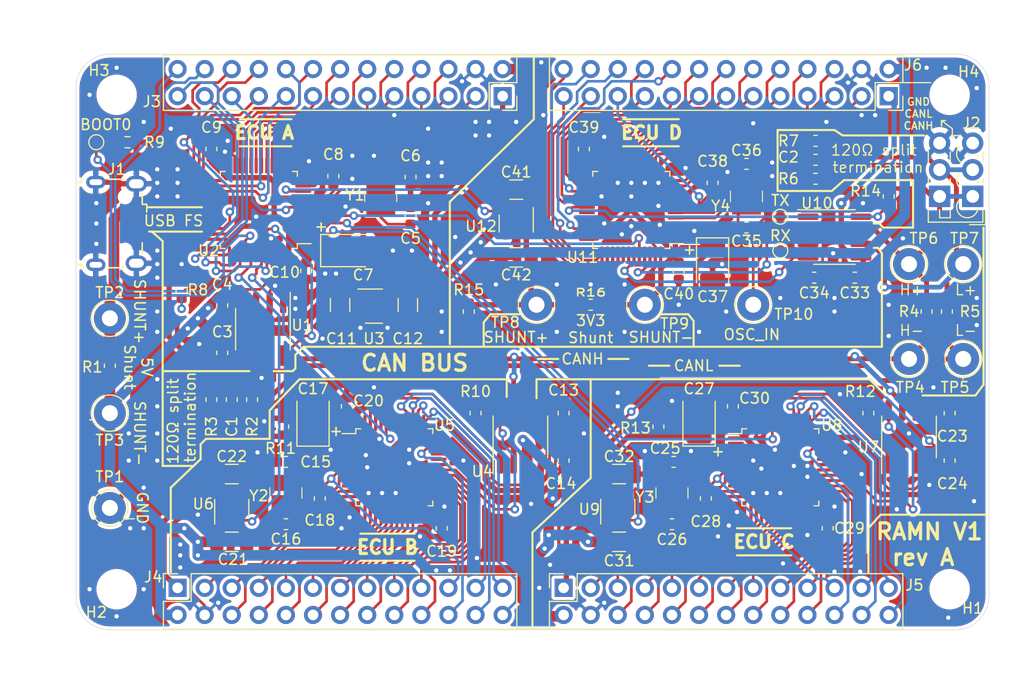
<source format=kicad_pcb>
(kicad_pcb (version 20171130) (host pcbnew "(5.1.8)-1")
  (layers (0 F.Cu signal) (31 B.Cu signal) (34 B.Paste user hide) (35 F.Paste user) (36 B.SilkS user) (37 F.SilkS user) (38 B.Mask user) (39 F.Mask user hide) (44 Edge.Cuts user))
  (net 0 "")
  (net 1 GND)
  (net 2 "Net-(C2-Pad1)")
  (net 3 +5V)
  (net 4 /usb_uc/USB_D+)
  (net 5 /usb_uc/USB_D-)
  (net 6 /usb_uc/nRST)
  (net 7 /usb_uc/SYS_JTDO-SWO)
  (net 8 /usb_uc/SYS_JTCK-SWCLK)
  (net 9 /usb_uc/SYS_JTMS-SWDIO)
  (net 10 /usb_uc/SYS_JTDI)
  (net 11 /usb_uc/SYS_JTRST)
  (net 12 /usb_uc/BOOT0)
  (net 13 /usb_uc/CAN_STB)
  (net 14 /usb_uc/CAN1_RX)
  (net 15 /usb_uc/CAN1_TX)
  (net 16 /usb_uc/PA8)
  (net 17 /usb_uc/PB15)
  (net 18 /usb_uc/PB14)
  (net 19 /usb_uc/PB13)
  (net 20 /usb_uc/PB12)
  (net 21 /usb_uc/PB11)
  (net 22 /usb_uc/PB10)
  (net 23 /usb_uc/PB2)
  (net 24 /usb_uc/PB1)
  (net 25 /usb_uc/PB0)
  (net 26 /usb_uc/PA7)
  (net 27 /usb_uc/PA6)
  (net 28 /usb_uc/PA5)
  (net 29 /usb_uc/PA4)
  (net 30 /usb_uc/PA3)
  (net 31 /usb_uc/PA2)
  (net 32 /usb_uc/PA1)
  (net 33 /usb_uc/3V3_ECU)
  (net 34 "Net-(J1-Pad1)")
  (net 35 /usb_uc/ECU_3_EN)
  (net 36 /usb_uc/ECU_2_EN)
  (net 37 /usb_uc/ECU_1_EN)
  (net 38 "Net-(C25-Pad1)")
  (net 39 "Net-(C26-Pad1)")
  (net 40 "Net-(C35-Pad1)")
  (net 41 "Net-(C36-Pad1)")
  (net 42 "Net-(J1-Pad4)")
  (net 43 "Net-(U5-Pad43)")
  (net 44 "Net-(U5-Pad42)")
  (net 45 "Net-(U5-Pad41)")
  (net 46 "Net-(U5-Pad33)")
  (net 47 "Net-(U5-Pad32)")
  (net 48 "Net-(U5-Pad31)")
  (net 49 "Net-(U5-Pad10)")
  (net 50 "Net-(U5-Pad4)")
  (net 51 "Net-(U5-Pad3)")
  (net 52 "Net-(U6-Pad4)")
  (net 53 "Net-(U8-Pad43)")
  (net 54 "Net-(U8-Pad42)")
  (net 55 "Net-(U8-Pad41)")
  (net 56 "Net-(U8-Pad33)")
  (net 57 "Net-(U8-Pad32)")
  (net 58 "Net-(U8-Pad31)")
  (net 59 "Net-(U8-Pad10)")
  (net 60 "Net-(U8-Pad4)")
  (net 61 "Net-(U8-Pad3)")
  (net 62 "Net-(U9-Pad4)")
  (net 63 "Net-(U11-Pad43)")
  (net 64 "Net-(U11-Pad42)")
  (net 65 "Net-(U11-Pad41)")
  (net 66 "Net-(U11-Pad33)")
  (net 67 "Net-(U11-Pad32)")
  (net 68 "Net-(U11-Pad31)")
  (net 69 "Net-(U11-Pad10)")
  (net 70 "Net-(U11-Pad4)")
  (net 71 "Net-(U11-Pad3)")
  (net 72 "Net-(U12-Pad4)")
  (net 73 "Net-(U5-Pad2)")
  (net 74 "Net-(U8-Pad2)")
  (net 75 "Net-(U11-Pad2)")
  (net 76 "Net-(C1-Pad1)")
  (net 77 "Net-(C5-Pad1)")
  (net 78 "Net-(C6-Pad1)")
  (net 79 "Net-(C15-Pad1)")
  (net 80 "Net-(C16-Pad1)")
  (net 81 "Net-(U2-Pad31)")
  (net 82 "Net-(U2-Pad30)")
  (net 83 "Net-(U3-Pad4)")
  (net 84 /ECUB/3V3_ECU)
  (net 85 /ECUB/nRST)
  (net 86 /ECUC/3V3_ECU)
  (net 87 /ECUC/nRST)
  (net 88 /ECUD/3V3_ECU)
  (net 89 /ECUD/nRST)
  (net 90 /ECUD/sheet5D7F273B/3.3V)
  (net 91 /ECUD/CANL_IN)
  (net 92 /ECUD/CANH_IN)
  (net 93 /ECUB/PA1)
  (net 94 /ECUB/PA2)
  (net 95 /ECUB/PA3)
  (net 96 /ECUB/PA4)
  (net 97 /ECUB/PA5)
  (net 98 /ECUB/PA6)
  (net 99 /ECUB/PA7)
  (net 100 /ECUB/PB0)
  (net 101 /ECUB/PB1)
  (net 102 /ECUB/PB2)
  (net 103 /ECUB/PB10)
  (net 104 /ECUB/PB11)
  (net 105 /ECUB/PB12)
  (net 106 /ECUB/PB13)
  (net 107 /ECUB/PB14)
  (net 108 /ECUB/PB15)
  (net 109 /ECUB/PA8)
  (net 110 /ECUB/SYS_JTMS-SWDIO)
  (net 111 /ECUB/SYS_JTDI)
  (net 112 /ECUB/SYS_JTCK-SWCLK)
  (net 113 /ECUB/SYS_JTDO-SWO)
  (net 114 /ECUB/SYS_JTRST)
  (net 115 /ECUC/PA1)
  (net 116 /ECUC/PA2)
  (net 117 /ECUC/PA3)
  (net 118 /ECUC/PA4)
  (net 119 /ECUC/PA5)
  (net 120 /ECUC/PA6)
  (net 121 /ECUC/PA7)
  (net 122 /ECUC/PB0)
  (net 123 /ECUC/PB1)
  (net 124 /ECUC/PB2)
  (net 125 /ECUC/PB10)
  (net 126 /ECUC/PB11)
  (net 127 /ECUC/PB12)
  (net 128 /ECUC/PB13)
  (net 129 /ECUC/PB14)
  (net 130 /ECUC/PB15)
  (net 131 /ECUC/PA8)
  (net 132 /ECUC/SYS_JTMS-SWDIO)
  (net 133 /ECUC/SYS_JTDI)
  (net 134 /ECUC/SYS_JTCK-SWCLK)
  (net 135 /ECUC/SYS_JTDO-SWO)
  (net 136 /ECUC/SYS_JTRST)
  (net 137 /ECUD/PA1)
  (net 138 /ECUD/PA2)
  (net 139 /ECUD/PA3)
  (net 140 /ECUD/PA4)
  (net 141 /ECUD/PA5)
  (net 142 /ECUD/PA6)
  (net 143 /ECUD/PA7)
  (net 144 /ECUD/PB0)
  (net 145 /ECUD/PB1)
  (net 146 /ECUD/PB2)
  (net 147 /ECUD/PB10)
  (net 148 /ECUD/PB11)
  (net 149 /ECUD/PB12)
  (net 150 /ECUD/PB13)
  (net 151 /ECUD/PB14)
  (net 152 /ECUD/PB15)
  (net 153 /ECUD/PA8)
  (net 154 /ECUD/SYS_JTMS-SWDIO)
  (net 155 /ECUD/SYS_JTDI)
  (net 156 /ECUD/SYS_JTCK-SWCLK)
  (net 157 /ECUD/SYS_JTDO-SWO)
  (net 158 /ECUD/SYS_JTRST)
  (net 159 /ECUB/CANH_IN)
  (net 160 /ECUB/CANL_IN)
  (net 161 /ECUB/CAN_STB)
  (net 162 /ECUC/CAN_STB)
  (net 163 /ECUD/CAN_STB)
  (net 164 /ECUD/CAN1_TX)
  (net 165 /ECUD/CAN1_RX)
  (net 166 /ECUC/BOOT0)
  (net 167 /ECUD/BOOT0)
  (net 168 /ECUB/BOOT0)
  (net 169 /ECUB/CAN1_RX)
  (net 170 /ECUB/CAN1_TX)
  (net 171 /ECUC/CAN1_RX)
  (net 172 /ECUC/CAN1_TX)
  (module Fiducial:Fiducial_1mm_Mask2mm (layer F.Cu) (at 46.99 44.958)
    (fp_text reference " " (at 0 -2) (layer F.SilkS))
    (fp_text value Fiducial)
    (pad "" smd circle (at 0 0) (size 1 1) (layers F.Cu F.Mask) (clearance 0.5))
  )
  (module Fiducial:Fiducial_1mm_Mask2mm (layer F.Cu) (at 119.888 95.504)
    (fp_text reference " " (at 0.635 2.2098 270) (layer F.SilkS))
    (fp_text value Fiducial)
    (pad "" smd circle (at 0 0) (size 1 1) (layers F.Cu F.Mask) (clearance 0.5))
  )
  (module Fiducial:Fiducial_1mm_Mask2mm (layer F.Cu) (at 46.99 95.504)
    (fp_text reference " " (at 0 -2) (layer F.SilkS))
    (fp_text value Fiducial)
    (pad "" smd circle (at 0 0) (size 1 1) (layers F.Cu F.Mask) (clearance 0.5))
  )
  (module Resistor_SMD:R_0603_1608Metric (layer F.Cu) (at 50.546 65.278 270)
    (fp_text reference R8 (at 0 -1.524 180) (layer F.SilkS))
    (fp_text value DNM)
    (pad 1 smd roundrect (at -0.825 0 270) (size 0.8 0.95) (layers F.Cu F.Paste F.Mask) (net 33 /usb_uc/3V3_ECU))
    (pad 2 smd roundrect (at 0.825 0 270) (size 0.8 0.95) (layers F.Cu F.Paste F.Mask) (net 12 /usb_uc/BOOT0))
  )
  (module Resistor_SMD:R_0603_1608Metric (layer F.Cu) (at 45.466 51.435)
    (fp_text reference R9 (at 2.54 0) (layer F.SilkS))
    (fp_text value 10k)
    (pad 1 smd roundrect (at -0.825 0) (size 0.8 0.95) (layers F.Cu F.Paste F.Mask) (net 12 /usb_uc/BOOT0))
    (pad 2 smd roundrect (at 0.825 0) (size 0.8 0.95) (layers F.Cu F.Paste F.Mask) (net 1 GND))
  )
  (module TerminalBlock_Phoenix:TerminalBlock_Phoenix_PTSM-0,5-3-2.5-V-THR_1x03_P2.50mm_Vertical (layer F.Cu) (at 124.714 56.515 90)
    (fp_text reference J2 (at 6.858 -0.127 180) (layer F.SilkS))
    (fp_text value Screw_Terminal_01x03)
    (pad 3 thru_hole circle (at 5 -3.1 90) (size 2 2) (drill 1.2) (layers *.Cu *.Mask) (net 1 GND))
    (pad 3 thru_hole circle (at 5 0 90) (size 2 2) (drill 1.2) (layers *.Cu *.Mask) (net 1 GND))
    (pad 2 thru_hole circle (at 2.5 -3.1 90) (size 2 2) (drill 1.2) (layers *.Cu *.Mask) (net 91 /ECUD/CANL_IN))
    (pad 2 thru_hole circle (at 2.5 0 90) (size 2 2) (drill 1.2) (layers *.Cu *.Mask) (net 91 /ECUD/CANL_IN))
    (pad 1 thru_hole rect (at 0 -3.1 90) (size 2 2) (drill 1.2) (layers *.Cu *.Mask) (net 92 /ECUD/CANH_IN))
    (pad 1 thru_hole rect (at 0 0 90) (size 2 2) (drill 1.2) (layers *.Cu *.Mask) (net 92 /ECUD/CANH_IN))
  )
  (module Resistor_SMD:R_0603_1608Metric (layer F.Cu) (at 77.47 67.31 270)
    (fp_text reference R15 (at -2.032 0 180) (layer F.SilkS))
    (fp_text value 10k)
    (pad 2 smd roundrect (at 0.7875 0 270) (size 0.875 0.95) (layers F.Cu F.Paste F.Mask) (net 1 GND))
    (pad 1 smd roundrect (at -0.7875 0 270) (size 0.875 0.95) (layers F.Cu F.Paste F.Mask) (net 90 /ECUD/sheet5D7F273B/3.3V))
  )
  (module Resistor_SMD:R_0603_1608Metric (layer F.Cu) (at 95.25 78.105 90)
    (fp_text reference R13 (at -0.127 -2.159 180) (layer F.SilkS))
    (fp_text value 10k)
    (pad 2 smd roundrect (at 0.7875 0 90) (size 0.875 0.95) (layers F.Cu F.Paste F.Mask) (net 1 GND))
    (pad 1 smd roundrect (at -0.7875 0 90) (size 0.875 0.95) (layers F.Cu F.Paste F.Mask) (net 86 /ECUC/3V3_ECU))
  )
  (module Resistor_SMD:R_0603_1608Metric (layer F.Cu) (at 60.071 78.105 90)
    (fp_text reference R11 (at -2.032 -0.254 180) (layer F.SilkS))
    (fp_text value 10k)
    (pad 2 smd roundrect (at 0.7875 0 90) (size 0.875 0.95) (layers F.Cu F.Paste F.Mask) (net 1 GND))
    (pad 1 smd roundrect (at -0.7875 0 90) (size 0.875 0.95) (layers F.Cu F.Paste F.Mask) (net 84 /ECUB/3V3_ECU))
  )
  (module Capacitor_SMD:C_0603_1608Metric (layer F.Cu) (at 74.93 87.63 270)
    (fp_text reference C19 (at 2.159 0 180) (layer F.SilkS))
    (fp_text value 100nF)
    (pad 2 smd roundrect (at 0.7875 0 270) (size 0.875 0.95) (layers F.Cu F.Paste F.Mask) (net 1 GND))
    (pad 1 smd roundrect (at -0.7875 0 270) (size 0.875 0.95) (layers F.Cu F.Paste F.Mask) (net 84 /ECUB/3V3_ECU))
  )
  (module Package_QFP:LQFP-48_7x7mm_P0.5mm (layer F.Cu) (at 70.485 81.915)
    (fp_text reference U5 (at 4.699 -3.937) (layer F.SilkS))
    (fp_text value STM32L443CCTx)
    (pad 1 smd roundrect (at -4.1625 -2.75) (size 1.475 0.3) (layers F.Cu F.Paste F.Mask) (net 84 /ECUB/3V3_ECU))
    (pad 2 smd roundrect (at -4.1625 -2.25) (size 1.475 0.3) (layers F.Cu F.Paste F.Mask) (net 73 "Net-(U5-Pad2)"))
    (pad 3 smd roundrect (at -4.1625 -1.75) (size 1.475 0.3) (layers F.Cu F.Paste F.Mask) (net 51 "Net-(U5-Pad3)"))
    (pad 4 smd roundrect (at -4.1625 -1.25) (size 1.475 0.3) (layers F.Cu F.Paste F.Mask) (net 50 "Net-(U5-Pad4)"))
    (pad 5 smd roundrect (at -4.1625 -0.75) (size 1.475 0.3) (layers F.Cu F.Paste F.Mask) (net 79 "Net-(C15-Pad1)"))
    (pad 6 smd roundrect (at -4.1625 -0.25) (size 1.475 0.3) (layers F.Cu F.Paste F.Mask) (net 80 "Net-(C16-Pad1)"))
    (pad 7 smd roundrect (at -4.1625 0.25) (size 1.475 0.3) (layers F.Cu F.Paste F.Mask) (net 85 /ECUB/nRST))
    (pad 8 smd roundrect (at -4.1625 0.75) (size 1.475 0.3) (layers F.Cu F.Paste F.Mask) (net 1 GND))
    (pad 9 smd roundrect (at -4.1625 1.25) (size 1.475 0.3) (layers F.Cu F.Paste F.Mask) (net 84 /ECUB/3V3_ECU))
    (pad 10 smd roundrect (at -4.1625 1.75) (size 1.475 0.3) (layers F.Cu F.Paste F.Mask) (net 49 "Net-(U5-Pad10)"))
    (pad 11 smd roundrect (at -4.1625 2.25) (size 1.475 0.3) (layers F.Cu F.Paste F.Mask) (net 93 /ECUB/PA1))
    (pad 12 smd roundrect (at -4.1625 2.75) (size 1.475 0.3) (layers F.Cu F.Paste F.Mask) (net 94 /ECUB/PA2))
    (pad 13 smd roundrect (at -2.75 4.1625) (size 0.3 1.475) (layers F.Cu F.Paste F.Mask) (net 95 /ECUB/PA3))
    (pad 14 smd roundrect (at -2.25 4.1625) (size 0.3 1.475) (layers F.Cu F.Paste F.Mask) (net 96 /ECUB/PA4))
    (pad 15 smd roundrect (at -1.75 4.1625) (size 0.3 1.475) (layers F.Cu F.Paste F.Mask) (net 97 /ECUB/PA5))
    (pad 16 smd roundrect (at -1.25 4.1625) (size 0.3 1.475) (layers F.Cu F.Paste F.Mask) (net 98 /ECUB/PA6))
    (pad 17 smd roundrect (at -0.75 4.1625) (size 0.3 1.475) (layers F.Cu F.Paste F.Mask) (net 99 /ECUB/PA7))
    (pad 18 smd roundrect (at -0.25 4.1625) (size 0.3 1.475) (layers F.Cu F.Paste F.Mask) (net 100 /ECUB/PB0))
    (pad 19 smd roundrect (at 0.25 4.1625) (size 0.3 1.475) (layers F.Cu F.Paste F.Mask) (net 101 /ECUB/PB1))
    (pad 20 smd roundrect (at 0.75 4.1625) (size 0.3 1.475) (layers F.Cu F.Paste F.Mask) (net 102 /ECUB/PB2))
    (pad 21 smd roundrect (at 1.25 4.1625) (size 0.3 1.475) (layers F.Cu F.Paste F.Mask) (net 103 /ECUB/PB10))
    (pad 22 smd roundrect (at 1.75 4.1625) (size 0.3 1.475) (layers F.Cu F.Paste F.Mask) (net 104 /ECUB/PB11))
    (pad 23 smd roundrect (at 2.25 4.1625) (size 0.3 1.475) (layers F.Cu F.Paste F.Mask) (net 1 GND))
    (pad 24 smd roundrect (at 2.75 4.1625) (size 0.3 1.475) (layers F.Cu F.Paste F.Mask) (net 84 /ECUB/3V3_ECU))
    (pad 25 smd roundrect (at 4.1625 2.75) (size 1.475 0.3) (layers F.Cu F.Paste F.Mask) (net 105 /ECUB/PB12))
    (pad 26 smd roundrect (at 4.1625 2.25) (size 1.475 0.3) (layers F.Cu F.Paste F.Mask) (net 106 /ECUB/PB13))
    (pad 27 smd roundrect (at 4.1625 1.75) (size 1.475 0.3) (layers F.Cu F.Paste F.Mask) (net 107 /ECUB/PB14))
    (pad 28 smd roundrect (at 4.1625 1.25) (size 1.475 0.3) (layers F.Cu F.Paste F.Mask) (net 108 /ECUB/PB15))
    (pad 29 smd roundrect (at 4.1625 0.75) (size 1.475 0.3) (layers F.Cu F.Paste F.Mask) (net 109 /ECUB/PA8))
    (pad 30 smd roundrect (at 4.1625 0.25) (size 1.475 0.3) (layers F.Cu F.Paste F.Mask) (net 161 /ECUB/CAN_STB))
    (pad 31 smd roundrect (at 4.1625 -0.25) (size 1.475 0.3) (layers F.Cu F.Paste F.Mask) (net 48 "Net-(U5-Pad31)"))
    (pad 32 smd roundrect (at 4.1625 -0.75) (size 1.475 0.3) (layers F.Cu F.Paste F.Mask) (net 47 "Net-(U5-Pad32)"))
    (pad 33 smd roundrect (at 4.1625 -1.25) (size 1.475 0.3) (layers F.Cu F.Paste F.Mask) (net 46 "Net-(U5-Pad33)"))
    (pad 34 smd roundrect (at 4.1625 -1.75) (size 1.475 0.3) (layers F.Cu F.Paste F.Mask) (net 110 /ECUB/SYS_JTMS-SWDIO))
    (pad 35 smd roundrect (at 4.1625 -2.25) (size 1.475 0.3) (layers F.Cu F.Paste F.Mask) (net 1 GND))
    (pad 36 smd roundrect (at 4.1625 -2.75) (size 1.475 0.3) (layers F.Cu F.Paste F.Mask) (net 84 /ECUB/3V3_ECU))
    (pad 37 smd roundrect (at 2.75 -4.1625) (size 0.3 1.475) (layers F.Cu F.Paste F.Mask) (net 112 /ECUB/SYS_JTCK-SWCLK))
    (pad 38 smd roundrect (at 2.25 -4.1625) (size 0.3 1.475) (layers F.Cu F.Paste F.Mask) (net 111 /ECUB/SYS_JTDI))
    (pad 39 smd roundrect (at 1.75 -4.1625) (size 0.3 1.475) (layers F.Cu F.Paste F.Mask) (net 113 /ECUB/SYS_JTDO-SWO))
    (pad 40 smd roundrect (at 1.25 -4.1625) (size 0.3 1.475) (layers F.Cu F.Paste F.Mask) (net 114 /ECUB/SYS_JTRST))
    (pad 41 smd roundrect (at 0.75 -4.1625) (size 0.3 1.475) (layers F.Cu F.Paste F.Mask) (net 45 "Net-(U5-Pad41)"))
    (pad 42 smd roundrect (at 0.25 -4.1625) (size 0.3 1.475) (layers F.Cu F.Paste F.Mask) (net 44 "Net-(U5-Pad42)"))
    (pad 43 smd roundrect (at -0.25 -4.1625) (size 0.3 1.475) (layers F.Cu F.Paste F.Mask) (net 43 "Net-(U5-Pad43)"))
    (pad 44 smd roundrect (at -0.75 -4.1625) (size 0.3 1.475) (layers F.Cu F.Paste F.Mask) (net 168 /ECUB/BOOT0))
    (pad 45 smd roundrect (at -1.25 -4.1625) (size 0.3 1.475) (layers F.Cu F.Paste F.Mask) (net 169 /ECUB/CAN1_RX))
    (pad 46 smd roundrect (at -1.75 -4.1625) (size 0.3 1.475) (layers F.Cu F.Paste F.Mask) (net 170 /ECUB/CAN1_TX))
    (pad 47 smd roundrect (at -2.25 -4.1625) (size 0.3 1.475) (layers F.Cu F.Paste F.Mask) (net 1 GND))
    (pad 48 smd roundrect (at -2.75 -4.1625) (size 0.3 1.475) (layers F.Cu F.Paste F.Mask) (net 84 /ECUB/3V3_ECU))
  )
  (module TestPoint:TestPoint_Loop_D2.54mm_Drill1.5mm_Beaded (layer F.Cu) (at 43.815 85.725)
    (fp_text reference TP1 (at 0 -2.921) (layer F.SilkS))
    (fp_text value " ")
    (pad 1 thru_hole circle (at 0 0) (size 3 3) (drill 1.5) (layers *.Cu *.Mask) (net 1 GND))
  )
  (module Connector_PinSocket_2.54mm:PinSocket_2x13_P2.54mm_Vertical (layer F.Cu) (at 86.36 93.218 90)
    (fp_text reference J5 (at 0.254 32.893 180) (layer F.SilkS))
    (fp_text value " ")
    (pad 1 thru_hole rect (at 0 0 90) (size 1.7 1.7) (drill 1) (layers *.Cu *.Mask) (net 86 /ECUC/3V3_ECU))
    (pad 2 thru_hole oval (at -2.54 0 90) (size 1.7 1.7) (drill 1) (layers *.Cu *.Mask) (net 3 +5V))
    (pad 3 thru_hole oval (at 0 2.54 90) (size 1.7 1.7) (drill 1) (layers *.Cu *.Mask) (net 115 /ECUC/PA1))
    (pad 4 thru_hole oval (at -2.54 2.54 90) (size 1.7 1.7) (drill 1) (layers *.Cu *.Mask) (net 1 GND))
    (pad 5 thru_hole oval (at 0 5.08 90) (size 1.7 1.7) (drill 1) (layers *.Cu *.Mask) (net 116 /ECUC/PA2))
    (pad 6 thru_hole oval (at -2.54 5.08 90) (size 1.7 1.7) (drill 1) (layers *.Cu *.Mask) (net 117 /ECUC/PA3))
    (pad 7 thru_hole oval (at 0 7.62 90) (size 1.7 1.7) (drill 1) (layers *.Cu *.Mask) (net 118 /ECUC/PA4))
    (pad 8 thru_hole oval (at -2.54 7.62 90) (size 1.7 1.7) (drill 1) (layers *.Cu *.Mask) (net 119 /ECUC/PA5))
    (pad 9 thru_hole oval (at 0 10.16 90) (size 1.7 1.7) (drill 1) (layers *.Cu *.Mask) (net 120 /ECUC/PA6))
    (pad 10 thru_hole oval (at -2.54 10.16 90) (size 1.7 1.7) (drill 1) (layers *.Cu *.Mask) (net 121 /ECUC/PA7))
    (pad 11 thru_hole oval (at 0 12.7 90) (size 1.7 1.7) (drill 1) (layers *.Cu *.Mask) (net 122 /ECUC/PB0))
    (pad 12 thru_hole oval (at -2.54 12.7 90) (size 1.7 1.7) (drill 1) (layers *.Cu *.Mask) (net 123 /ECUC/PB1))
    (pad 13 thru_hole oval (at 0 15.24 90) (size 1.7 1.7) (drill 1) (layers *.Cu *.Mask) (net 124 /ECUC/PB2))
    (pad 14 thru_hole oval (at -2.54 15.24 90) (size 1.7 1.7) (drill 1) (layers *.Cu *.Mask) (net 125 /ECUC/PB10))
    (pad 15 thru_hole oval (at 0 17.78 90) (size 1.7 1.7) (drill 1) (layers *.Cu *.Mask) (net 126 /ECUC/PB11))
    (pad 16 thru_hole oval (at -2.54 17.78 90) (size 1.7 1.7) (drill 1) (layers *.Cu *.Mask) (net 127 /ECUC/PB12))
    (pad 17 thru_hole oval (at 0 20.32 90) (size 1.7 1.7) (drill 1) (layers *.Cu *.Mask) (net 128 /ECUC/PB13))
    (pad 18 thru_hole oval (at -2.54 20.32 90) (size 1.7 1.7) (drill 1) (layers *.Cu *.Mask) (net 129 /ECUC/PB14))
    (pad 19 thru_hole oval (at 0 22.86 90) (size 1.7 1.7) (drill 1) (layers *.Cu *.Mask) (net 130 /ECUC/PB15))
    (pad 20 thru_hole oval (at -2.54 22.86 90) (size 1.7 1.7) (drill 1) (layers *.Cu *.Mask) (net 131 /ECUC/PA8))
    (pad 21 thru_hole oval (at 0 25.4 90) (size 1.7 1.7) (drill 1) (layers *.Cu *.Mask) (net 87 /ECUC/nRST))
    (pad 22 thru_hole oval (at -2.54 25.4 90) (size 1.7 1.7) (drill 1) (layers *.Cu *.Mask) (net 132 /ECUC/SYS_JTMS-SWDIO))
    (pad 23 thru_hole oval (at 0 27.94 90) (size 1.7 1.7) (drill 1) (layers *.Cu *.Mask) (net 133 /ECUC/SYS_JTDI))
    (pad 24 thru_hole oval (at -2.54 27.94 90) (size 1.7 1.7) (drill 1) (layers *.Cu *.Mask) (net 134 /ECUC/SYS_JTCK-SWCLK))
    (pad 25 thru_hole oval (at 0 30.48 90) (size 1.7 1.7) (drill 1) (layers *.Cu *.Mask) (net 135 /ECUC/SYS_JTDO-SWO))
    (pad 26 thru_hole oval (at -2.54 30.48 90) (size 1.7 1.7) (drill 1) (layers *.Cu *.Mask) (net 136 /ECUC/SYS_JTRST))
  )
  (module Connector_PinSocket_2.54mm:PinSocket_2x13_P2.54mm_Vertical (layer F.Cu) (at 50.165 93.218 90)
    (fp_text reference J4 (at 1.016 -2.286 180) (layer F.SilkS))
    (fp_text value " ")
    (pad 1 thru_hole rect (at 0 0 90) (size 1.7 1.7) (drill 1) (layers *.Cu *.Mask) (net 84 /ECUB/3V3_ECU))
    (pad 2 thru_hole oval (at -2.54 0 90) (size 1.7 1.7) (drill 1) (layers *.Cu *.Mask) (net 3 +5V))
    (pad 3 thru_hole oval (at 0 2.54 90) (size 1.7 1.7) (drill 1) (layers *.Cu *.Mask) (net 93 /ECUB/PA1))
    (pad 4 thru_hole oval (at -2.54 2.54 90) (size 1.7 1.7) (drill 1) (layers *.Cu *.Mask) (net 1 GND))
    (pad 5 thru_hole oval (at 0 5.08 90) (size 1.7 1.7) (drill 1) (layers *.Cu *.Mask) (net 94 /ECUB/PA2))
    (pad 6 thru_hole oval (at -2.54 5.08 90) (size 1.7 1.7) (drill 1) (layers *.Cu *.Mask) (net 95 /ECUB/PA3))
    (pad 7 thru_hole oval (at 0 7.62 90) (size 1.7 1.7) (drill 1) (layers *.Cu *.Mask) (net 96 /ECUB/PA4))
    (pad 8 thru_hole oval (at -2.54 7.62 90) (size 1.7 1.7) (drill 1) (layers *.Cu *.Mask) (net 97 /ECUB/PA5))
    (pad 9 thru_hole oval (at 0 10.16 90) (size 1.7 1.7) (drill 1) (layers *.Cu *.Mask) (net 98 /ECUB/PA6))
    (pad 10 thru_hole oval (at -2.54 10.16 90) (size 1.7 1.7) (drill 1) (layers *.Cu *.Mask) (net 99 /ECUB/PA7))
    (pad 11 thru_hole oval (at 0 12.7 90) (size 1.7 1.7) (drill 1) (layers *.Cu *.Mask) (net 100 /ECUB/PB0))
    (pad 12 thru_hole oval (at -2.54 12.7 90) (size 1.7 1.7) (drill 1) (layers *.Cu *.Mask) (net 101 /ECUB/PB1))
    (pad 13 thru_hole oval (at 0 15.24 90) (size 1.7 1.7) (drill 1) (layers *.Cu *.Mask) (net 102 /ECUB/PB2))
    (pad 14 thru_hole oval (at -2.54 15.24 90) (size 1.7 1.7) (drill 1) (layers *.Cu *.Mask) (net 103 /ECUB/PB10))
    (pad 15 thru_hole oval (at 0 17.78 90) (size 1.7 1.7) (drill 1) (layers *.Cu *.Mask) (net 104 /ECUB/PB11))
    (pad 16 thru_hole oval (at -2.54 17.78 90) (size 1.7 1.7) (drill 1) (layers *.Cu *.Mask) (net 105 /ECUB/PB12))
    (pad 17 thru_hole oval (at 0 20.32 90) (size 1.7 1.7) (drill 1) (layers *.Cu *.Mask) (net 106 /ECUB/PB13))
    (pad 18 thru_hole oval (at -2.54 20.32 90) (size 1.7 1.7) (drill 1) (layers *.Cu *.Mask) (net 107 /ECUB/PB14))
    (pad 19 thru_hole oval (at 0 22.86 90) (size 1.7 1.7) (drill 1) (layers *.Cu *.Mask) (net 108 /ECUB/PB15))
    (pad 20 thru_hole oval (at -2.54 22.86 90) (size 1.7 1.7) (drill 1) (layers *.Cu *.Mask) (net 109 /ECUB/PA8))
    (pad 21 thru_hole oval (at 0 25.4 90) (size 1.7 1.7) (drill 1) (layers *.Cu *.Mask) (net 85 /ECUB/nRST))
    (pad 22 thru_hole oval (at -2.54 25.4 90) (size 1.7 1.7) (drill 1) (layers *.Cu *.Mask) (net 110 /ECUB/SYS_JTMS-SWDIO))
    (pad 23 thru_hole oval (at 0 27.94 90) (size 1.7 1.7) (drill 1) (layers *.Cu *.Mask) (net 111 /ECUB/SYS_JTDI))
    (pad 24 thru_hole oval (at -2.54 27.94 90) (size 1.7 1.7) (drill 1) (layers *.Cu *.Mask) (net 112 /ECUB/SYS_JTCK-SWCLK))
    (pad 25 thru_hole oval (at 0 30.48 90) (size 1.7 1.7) (drill 1) (layers *.Cu *.Mask) (net 113 /ECUB/SYS_JTDO-SWO))
    (pad 26 thru_hole oval (at -2.54 30.48 90) (size 1.7 1.7) (drill 1) (layers *.Cu *.Mask) (net 114 /ECUB/SYS_JTRST))
  )
  (module Connector_PinSocket_2.54mm:PinSocket_2x13_P2.54mm_Vertical (layer F.Cu) (at 116.84 47.117 270)
    (fp_text reference J6 (at -2.921 -2.286 180) (layer F.SilkS))
    (fp_text value " ")
    (pad 1 thru_hole rect (at 0 0 270) (size 1.7 1.7) (drill 1) (layers *.Cu *.Mask) (net 88 /ECUD/3V3_ECU))
    (pad 2 thru_hole oval (at -2.54 0 270) (size 1.7 1.7) (drill 1) (layers *.Cu *.Mask) (net 3 +5V))
    (pad 3 thru_hole oval (at 0 2.54 270) (size 1.7 1.7) (drill 1) (layers *.Cu *.Mask) (net 137 /ECUD/PA1))
    (pad 4 thru_hole oval (at -2.54 2.54 270) (size 1.7 1.7) (drill 1) (layers *.Cu *.Mask) (net 1 GND))
    (pad 5 thru_hole oval (at 0 5.08 270) (size 1.7 1.7) (drill 1) (layers *.Cu *.Mask) (net 138 /ECUD/PA2))
    (pad 6 thru_hole oval (at -2.54 5.08 270) (size 1.7 1.7) (drill 1) (layers *.Cu *.Mask) (net 139 /ECUD/PA3))
    (pad 7 thru_hole oval (at 0 7.62 270) (size 1.7 1.7) (drill 1) (layers *.Cu *.Mask) (net 140 /ECUD/PA4))
    (pad 8 thru_hole oval (at -2.54 7.62 270) (size 1.7 1.7) (drill 1) (layers *.Cu *.Mask) (net 141 /ECUD/PA5))
    (pad 9 thru_hole oval (at 0 10.16 270) (size 1.7 1.7) (drill 1) (layers *.Cu *.Mask) (net 142 /ECUD/PA6))
    (pad 10 thru_hole oval (at -2.54 10.16 270) (size 1.7 1.7) (drill 1) (layers *.Cu *.Mask) (net 143 /ECUD/PA7))
    (pad 11 thru_hole oval (at 0 12.7 270) (size 1.7 1.7) (drill 1) (layers *.Cu *.Mask) (net 144 /ECUD/PB0))
    (pad 12 thru_hole oval (at -2.54 12.7 270) (size 1.7 1.7) (drill 1) (layers *.Cu *.Mask) (net 145 /ECUD/PB1))
    (pad 13 thru_hole oval (at 0 15.24 270) (size 1.7 1.7) (drill 1) (layers *.Cu *.Mask) (net 146 /ECUD/PB2))
    (pad 14 thru_hole oval (at -2.54 15.24 270) (size 1.7 1.7) (drill 1) (layers *.Cu *.Mask) (net 147 /ECUD/PB10))
    (pad 15 thru_hole oval (at 0 17.78 270) (size 1.7 1.7) (drill 1) (layers *.Cu *.Mask) (net 148 /ECUD/PB11))
    (pad 16 thru_hole oval (at -2.54 17.78 270) (size 1.7 1.7) (drill 1) (layers *.Cu *.Mask) (net 149 /ECUD/PB12))
    (pad 17 thru_hole oval (at 0 20.32 270) (size 1.7 1.7) (drill 1) (layers *.Cu *.Mask) (net 150 /ECUD/PB13))
    (pad 18 thru_hole oval (at -2.54 20.32 270) (size 1.7 1.7) (drill 1) (layers *.Cu *.Mask) (net 151 /ECUD/PB14))
    (pad 19 thru_hole oval (at 0 22.86 270) (size 1.7 1.7) (drill 1) (layers *.Cu *.Mask) (net 152 /ECUD/PB15))
    (pad 20 thru_hole oval (at -2.54 22.86 270) (size 1.7 1.7) (drill 1) (layers *.Cu *.Mask) (net 153 /ECUD/PA8))
    (pad 21 thru_hole oval (at 0 25.4 270) (size 1.7 1.7) (drill 1) (layers *.Cu *.Mask) (net 89 /ECUD/nRST))
    (pad 22 thru_hole oval (at -2.54 25.4 270) (size 1.7 1.7) (drill 1) (layers *.Cu *.Mask) (net 154 /ECUD/SYS_JTMS-SWDIO))
    (pad 23 thru_hole oval (at 0 27.94 270) (size 1.7 1.7) (drill 1) (layers *.Cu *.Mask) (net 155 /ECUD/SYS_JTDI))
    (pad 24 thru_hole oval (at -2.54 27.94 270) (size 1.7 1.7) (drill 1) (layers *.Cu *.Mask) (net 156 /ECUD/SYS_JTCK-SWCLK))
    (pad 25 thru_hole oval (at 0 30.48 270) (size 1.7 1.7) (drill 1) (layers *.Cu *.Mask) (net 157 /ECUD/SYS_JTDO-SWO))
    (pad 26 thru_hole oval (at -2.54 30.48 270) (size 1.7 1.7) (drill 1) (layers *.Cu *.Mask) (net 158 /ECUD/SYS_JTRST))
  )
  (module MountingHole:MountingHole_3.2mm_M3_ISO7380 (layer F.Cu) (at 122.555 46.99)
    (fp_text reference H4 (at 1.778 -2.159) (layer F.SilkS))
    (fp_text value MountingHole)
    (pad 1 np_thru_hole circle (at 0 0) (size 3.2 3.2) (drill 3.2) (layers *.Cu *.Mask))
  )
  (module MountingHole:MountingHole_3.2mm_M3_ISO7380 (layer F.Cu) (at 44.45 93.345)
    (fp_text reference H2 (at -1.905 2.159 180) (layer F.SilkS))
    (fp_text value MountingHole)
    (pad 1 np_thru_hole circle (at 0 0) (size 3.2 3.2) (drill 3.2) (layers *.Cu *.Mask))
  )
  (module Connector_PinSocket_2.54mm:PinSocket_2x13_P2.54mm_Vertical (layer F.Cu) (at 80.645 47.117 270)
    (fp_text reference J3 (at 0.508 32.893 180) (layer F.SilkS))
    (fp_text value " ")
    (pad 26 thru_hole oval (at -2.54 30.48 270) (size 1.7 1.7) (drill 1) (layers *.Cu *.Mask) (net 11 /usb_uc/SYS_JTRST))
    (pad 25 thru_hole oval (at 0 30.48 270) (size 1.7 1.7) (drill 1) (layers *.Cu *.Mask) (net 7 /usb_uc/SYS_JTDO-SWO))
    (pad 24 thru_hole oval (at -2.54 27.94 270) (size 1.7 1.7) (drill 1) (layers *.Cu *.Mask) (net 8 /usb_uc/SYS_JTCK-SWCLK))
    (pad 23 thru_hole oval (at 0 27.94 270) (size 1.7 1.7) (drill 1) (layers *.Cu *.Mask) (net 10 /usb_uc/SYS_JTDI))
    (pad 22 thru_hole oval (at -2.54 25.4 270) (size 1.7 1.7) (drill 1) (layers *.Cu *.Mask) (net 9 /usb_uc/SYS_JTMS-SWDIO))
    (pad 21 thru_hole oval (at 0 25.4 270) (size 1.7 1.7) (drill 1) (layers *.Cu *.Mask) (net 6 /usb_uc/nRST))
    (pad 20 thru_hole oval (at -2.54 22.86 270) (size 1.7 1.7) (drill 1) (layers *.Cu *.Mask) (net 16 /usb_uc/PA8))
    (pad 19 thru_hole oval (at 0 22.86 270) (size 1.7 1.7) (drill 1) (layers *.Cu *.Mask) (net 17 /usb_uc/PB15))
    (pad 18 thru_hole oval (at -2.54 20.32 270) (size 1.7 1.7) (drill 1) (layers *.Cu *.Mask) (net 18 /usb_uc/PB14))
    (pad 17 thru_hole oval (at 0 20.32 270) (size 1.7 1.7) (drill 1) (layers *.Cu *.Mask) (net 19 /usb_uc/PB13))
    (pad 16 thru_hole oval (at -2.54 17.78 270) (size 1.7 1.7) (drill 1) (layers *.Cu *.Mask) (net 20 /usb_uc/PB12))
    (pad 15 thru_hole oval (at 0 17.78 270) (size 1.7 1.7) (drill 1) (layers *.Cu *.Mask) (net 21 /usb_uc/PB11))
    (pad 14 thru_hole oval (at -2.54 15.24 270) (size 1.7 1.7) (drill 1) (layers *.Cu *.Mask) (net 22 /usb_uc/PB10))
    (pad 13 thru_hole oval (at 0 15.24 270) (size 1.7 1.7) (drill 1) (layers *.Cu *.Mask) (net 23 /usb_uc/PB2))
    (pad 12 thru_hole oval (at -2.54 12.7 270) (size 1.7 1.7) (drill 1) (layers *.Cu *.Mask) (net 24 /usb_uc/PB1))
    (pad 11 thru_hole oval (at 0 12.7 270) (size 1.7 1.7) (drill 1) (layers *.Cu *.Mask) (net 25 /usb_uc/PB0))
    (pad 10 thru_hole oval (at -2.54 10.16 270) (size 1.7 1.7) (drill 1) (layers *.Cu *.Mask) (net 26 /usb_uc/PA7))
    (pad 9 thru_hole oval (at 0 10.16 270) (size 1.7 1.7) (drill 1) (layers *.Cu *.Mask) (net 27 /usb_uc/PA6))
    (pad 8 thru_hole oval (at -2.54 7.62 270) (size 1.7 1.7) (drill 1) (layers *.Cu *.Mask) (net 28 /usb_uc/PA5))
    (pad 7 thru_hole oval (at 0 7.62 270) (size 1.7 1.7) (drill 1) (layers *.Cu *.Mask) (net 29 /usb_uc/PA4))
    (pad 6 thru_hole oval (at -2.54 5.08 270) (size 1.7 1.7) (drill 1) (layers *.Cu *.Mask) (net 30 /usb_uc/PA3))
    (pad 5 thru_hole oval (at 0 5.08 270) (size 1.7 1.7) (drill 1) (layers *.Cu *.Mask) (net 31 /usb_uc/PA2))
    (pad 4 thru_hole oval (at -2.54 2.54 270) (size 1.7 1.7) (drill 1) (layers *.Cu *.Mask) (net 1 GND))
    (pad 3 thru_hole oval (at 0 2.54 270) (size 1.7 1.7) (drill 1) (layers *.Cu *.Mask) (net 32 /usb_uc/PA1))
    (pad 2 thru_hole oval (at -2.54 0 270) (size 1.7 1.7) (drill 1) (layers *.Cu *.Mask) (net 3 +5V))
    (pad 1 thru_hole rect (at 0 0 270) (size 1.7 1.7) (drill 1) (layers *.Cu *.Mask) (net 33 /usb_uc/3V3_ECU))
  )
  (module digikey-footprints:SMD-2_3.2x2.5mm (layer F.Cu) (at 103.505 56.515 90)
    (fp_text reference Y4 (at -0.889 -2.413 180) (layer F.SilkS))
    (fp_text value NX3225GD-8MHZ-STD-CRA-3)
    (pad 1 smd rect (at -0.95 0 90) (size 1.5 2.7) (layers F.Cu F.Paste F.Mask) (net 40 "Net-(C35-Pad1)"))
    (pad 2 smd rect (at 0.95 0 90) (size 1.5 2.7) (layers F.Cu F.Paste F.Mask) (net 41 "Net-(C36-Pad1)"))
  )
  (module digikey-footprints:SMD-2_3.2x2.5mm (layer F.Cu) (at 96.52 84.328 270)
    (fp_text reference Y3 (at 0.381 2.54 180) (layer F.SilkS))
    (fp_text value NX3225GD-8MHZ-STD-CRA-3)
    (pad 1 smd rect (at -0.95 0 270) (size 1.5 2.7) (layers F.Cu F.Paste F.Mask) (net 38 "Net-(C25-Pad1)"))
    (pad 2 smd rect (at 0.95 0 270) (size 1.5 2.7) (layers F.Cu F.Paste F.Mask) (net 39 "Net-(C26-Pad1)"))
  )
  (module digikey-footprints:SMD-2_3.2x2.5mm (layer F.Cu) (at 60.325 84.328 270)
    (fp_text reference Y2 (at 0.254 2.54 180) (layer F.SilkS))
    (fp_text value NX3225GD-8MHZ-STD-CRA-3)
    (pad 2 smd rect (at 0.95 0 270) (size 1.5 2.7) (layers F.Cu F.Paste F.Mask) (net 80 "Net-(C16-Pad1)"))
    (pad 1 smd rect (at -0.95 0 270) (size 1.5 2.7) (layers F.Cu F.Paste F.Mask) (net 79 "Net-(C15-Pad1)"))
  )
  (module digikey-footprints:SMD-2_3.2x2.5mm (layer F.Cu) (at 69.215 56.515 90)
    (fp_text reference Y1 (at 0.127 -2.413 180) (layer F.SilkS))
    (fp_text value NX3225GD-8MHZ-STD-CRA-3)
    (pad 2 smd rect (at 0.95 0 90) (size 1.5 2.7) (layers F.Cu F.Paste F.Mask) (net 78 "Net-(C6-Pad1)"))
    (pad 1 smd rect (at -0.95 0 90) (size 1.5 2.7) (layers F.Cu F.Paste F.Mask) (net 77 "Net-(C5-Pad1)"))
  )
  (module TestPoint:TestPoint_Pad_D1.0mm (layer F.Cu) (at 106.68 61.595)
    (fp_text reference RX (at 0 -1.397) (layer F.SilkS))
    (fp_text value " ")
    (pad 1 smd circle (at 0 0) (size 1 1) (layers F.Cu F.Mask) (net 165 /ECUD/CAN1_RX))
  )
  (module TestPoint:TestPoint_Pad_D1.0mm (layer F.Cu) (at 106.68 58.42)
    (fp_text reference TX (at 0 -1.524) (layer F.SilkS))
    (fp_text value " ")
    (pad 1 smd circle (at 0 0) (size 1 1) (layers F.Cu F.Mask) (net 164 /ECUD/CAN1_TX))
  )
  (module Package_QFP:LQFP-48_7x7mm_P0.5mm (layer F.Cu) (at 106.68 81.915)
    (fp_text reference U8 (at 4.826 -3.937 180) (layer F.SilkS))
    (fp_text value STM32L443CCTx)
    (pad 48 smd roundrect (at -2.75 -4.1625) (size 0.3 1.475) (layers F.Cu F.Paste F.Mask) (net 86 /ECUC/3V3_ECU))
    (pad 47 smd roundrect (at -2.25 -4.1625) (size 0.3 1.475) (layers F.Cu F.Paste F.Mask) (net 1 GND))
    (pad 46 smd roundrect (at -1.75 -4.1625) (size 0.3 1.475) (layers F.Cu F.Paste F.Mask) (net 172 /ECUC/CAN1_TX))
    (pad 45 smd roundrect (at -1.25 -4.1625) (size 0.3 1.475) (layers F.Cu F.Paste F.Mask) (net 171 /ECUC/CAN1_RX))
    (pad 44 smd roundrect (at -0.75 -4.1625) (size 0.3 1.475) (layers F.Cu F.Paste F.Mask) (net 166 /ECUC/BOOT0))
    (pad 43 smd roundrect (at -0.25 -4.1625) (size 0.3 1.475) (layers F.Cu F.Paste F.Mask) (net 53 "Net-(U8-Pad43)"))
    (pad 42 smd roundrect (at 0.25 -4.1625) (size 0.3 1.475) (layers F.Cu F.Paste F.Mask) (net 54 "Net-(U8-Pad42)"))
    (pad 41 smd roundrect (at 0.75 -4.1625) (size 0.3 1.475) (layers F.Cu F.Paste F.Mask) (net 55 "Net-(U8-Pad41)"))
    (pad 40 smd roundrect (at 1.25 -4.1625) (size 0.3 1.475) (layers F.Cu F.Paste F.Mask) (net 136 /ECUC/SYS_JTRST))
    (pad 39 smd roundrect (at 1.75 -4.1625) (size 0.3 1.475) (layers F.Cu F.Paste F.Mask) (net 135 /ECUC/SYS_JTDO-SWO))
    (pad 38 smd roundrect (at 2.25 -4.1625) (size 0.3 1.475) (layers F.Cu F.Paste F.Mask) (net 133 /ECUC/SYS_JTDI))
    (pad 37 smd roundrect (at 2.75 -4.1625) (size 0.3 1.475) (layers F.Cu F.Paste F.Mask) (net 134 /ECUC/SYS_JTCK-SWCLK))
    (pad 36 smd roundrect (at 4.1625 -2.75) (size 1.475 0.3) (layers F.Cu F.Paste F.Mask) (net 86 /ECUC/3V3_ECU))
    (pad 35 smd roundrect (at 4.1625 -2.25) (size 1.475 0.3) (layers F.Cu F.Paste F.Mask) (net 1 GND))
    (pad 34 smd roundrect (at 4.1625 -1.75) (size 1.475 0.3) (layers F.Cu F.Paste F.Mask) (net 132 /ECUC/SYS_JTMS-SWDIO))
    (pad 33 smd roundrect (at 4.1625 -1.25) (size 1.475 0.3) (layers F.Cu F.Paste F.Mask) (net 56 "Net-(U8-Pad33)"))
    (pad 32 smd roundrect (at 4.1625 -0.75) (size 1.475 0.3) (layers F.Cu F.Paste F.Mask) (net 57 "Net-(U8-Pad32)"))
    (pad 31 smd roundrect (at 4.1625 -0.25) (size 1.475 0.3) (layers F.Cu F.Paste F.Mask) (net 58 "Net-(U8-Pad31)"))
    (pad 30 smd roundrect (at 4.1625 0.25) (size 1.475 0.3) (layers F.Cu F.Paste F.Mask) (net 162 /ECUC/CAN_STB))
    (pad 29 smd roundrect (at 4.1625 0.75) (size 1.475 0.3) (layers F.Cu F.Paste F.Mask) (net 131 /ECUC/PA8))
    (pad 28 smd roundrect (at 4.1625 1.25) (size 1.475 0.3) (layers F.Cu F.Paste F.Mask) (net 130 /ECUC/PB15))
    (pad 27 smd roundrect (at 4.1625 1.75) (size 1.475 0.3) (layers F.Cu F.Paste F.Mask) (net 129 /ECUC/PB14))
    (pad 26 smd roundrect (at 4.1625 2.25) (size 1.475 0.3) (layers F.Cu F.Paste F.Mask) (net 128 /ECUC/PB13))
    (pad 25 smd roundrect (at 4.1625 2.75) (size 1.475 0.3) (layers F.Cu F.Paste F.Mask) (net 127 /ECUC/PB12))
    (pad 24 smd roundrect (at 2.75 4.1625) (size 0.3 1.475) (layers F.Cu F.Paste F.Mask) (net 86 /ECUC/3V3_ECU))
    (pad 23 smd roundrect (at 2.25 4.1625) (size 0.3 1.475) (layers F.Cu F.Paste F.Mask) (net 1 GND))
    (pad 22 smd roundrect (at 1.75 4.1625) (size 0.3 1.475) (layers F.Cu F.Paste F.Mask) (net 126 /ECUC/PB11))
    (pad 21 smd roundrect (at 1.25 4.1625) (size 0.3 1.475) (layers F.Cu F.Paste F.Mask) (net 125 /ECUC/PB10))
    (pad 20 smd roundrect (at 0.75 4.1625) (size 0.3 1.475) (layers F.Cu F.Paste F.Mask) (net 124 /ECUC/PB2))
    (pad 19 smd roundrect (at 0.25 4.1625) (size 0.3 1.475) (layers F.Cu F.Paste F.Mask) (net 123 /ECUC/PB1))
    (pad 18 smd roundrect (at -0.25 4.1625) (size 0.3 1.475) (layers F.Cu F.Paste F.Mask) (net 122 /ECUC/PB0))
    (pad 17 smd roundrect (at -0.75 4.1625) (size 0.3 1.475) (layers F.Cu F.Paste F.Mask) (net 121 /ECUC/PA7))
    (pad 16 smd roundrect (at -1.25 4.1625) (size 0.3 1.475) (layers F.Cu F.Paste F.Mask) (net 120 /ECUC/PA6))
    (pad 15 smd roundrect (at -1.75 4.1625) (size 0.3 1.475) (layers F.Cu F.Paste F.Mask) (net 119 /ECUC/PA5))
    (pad 14 smd roundrect (at -2.25 4.1625) (size 0.3 1.475) (layers F.Cu F.Paste F.Mask) (net 118 /ECUC/PA4))
    (pad 13 smd roundrect (at -2.75 4.1625) (size 0.3 1.475) (layers F.Cu F.Paste F.Mask) (net 117 /ECUC/PA3))
    (pad 12 smd roundrect (at -4.1625 2.75) (size 1.475 0.3) (layers F.Cu F.Paste F.Mask) (net 116 /ECUC/PA2))
    (pad 11 smd roundrect (at -4.1625 2.25) (size 1.475 0.3) (layers F.Cu F.Paste F.Mask) (net 115 /ECUC/PA1))
    (pad 10 smd roundrect (at -4.1625 1.75) (size 1.475 0.3) (layers F.Cu F.Paste F.Mask) (net 59 "Net-(U8-Pad10)"))
    (pad 9 smd roundrect (at -4.1625 1.25) (size 1.475 0.3) (layers F.Cu F.Paste F.Mask) (net 86 /ECUC/3V3_ECU))
    (pad 8 smd roundrect (at -4.1625 0.75) (size 1.475 0.3) (layers F.Cu F.Paste F.Mask) (net 1 GND))
    (pad 7 smd roundrect (at -4.1625 0.25) (size 1.475 0.3) (layers F.Cu F.Paste F.Mask) (net 87 /ECUC/nRST))
    (pad 6 smd roundrect (at -4.1625 -0.25) (size 1.475 0.3) (layers F.Cu F.Paste F.Mask) (net 39 "Net-(C26-Pad1)"))
    (pad 5 smd roundrect (at -4.1625 -0.75) (size 1.475 0.3) (layers F.Cu F.Paste F.Mask) (net 38 "Net-(C25-Pad1)"))
    (pad 4 smd roundrect (at -4.1625 -1.25) (size 1.475 0.3) (layers F.Cu F.Paste F.Mask) (net 60 "Net-(U8-Pad4)"))
    (pad 3 smd roundrect (at -4.1625 -1.75) (size 1.475 0.3) (layers F.Cu F.Paste F.Mask) (net 61 "Net-(U8-Pad3)"))
    (pad 2 smd roundrect (at -4.1625 -2.25) (size 1.475 0.3) (layers F.Cu F.Paste F.Mask) (net 74 "Net-(U8-Pad2)"))
    (pad 1 smd roundrect (at -4.1625 -2.75) (size 1.475 0.3) (layers F.Cu F.Paste F.Mask) (net 86 /ECUC/3V3_ECU))
  )
  (module Package_SO:SOIC-8_3.9x4.9mm_P1.27mm (layer F.Cu) (at 58.166 68.961 270)
    (fp_text reference U1 (at -0.381 -3.683 180) (layer F.SilkS))
    (fp_text value ATA6561-GAQW-N)
    (pad 1 smd roundrect (at -2.475 -1.905 270) (size 1.95 0.6) (layers F.Cu F.Paste F.Mask) (net 15 /usb_uc/CAN1_TX))
    (pad 2 smd roundrect (at -2.475 -0.635 270) (size 1.95 0.6) (layers F.Cu F.Paste F.Mask) (net 1 GND))
    (pad 3 smd roundrect (at -2.475 0.635 270) (size 1.95 0.6) (layers F.Cu F.Paste F.Mask) (net 3 +5V))
    (pad 4 smd roundrect (at -2.475 1.905 270) (size 1.95 0.6) (layers F.Cu F.Paste F.Mask) (net 14 /usb_uc/CAN1_RX))
    (pad 5 smd roundrect (at 2.475 1.905 270) (size 1.95 0.6) (layers F.Cu F.Paste F.Mask) (net 33 /usb_uc/3V3_ECU))
    (pad 6 smd roundrect (at 2.475 0.635 270) (size 1.95 0.6) (layers F.Cu F.Paste F.Mask) (net 160 /ECUB/CANL_IN))
    (pad 7 smd roundrect (at 2.475 -0.635 270) (size 1.95 0.6) (layers F.Cu F.Paste F.Mask) (net 159 /ECUB/CANH_IN))
    (pad 8 smd roundrect (at 2.475 -1.905 270) (size 1.95 0.6) (layers F.Cu F.Paste F.Mask) (net 13 /usb_uc/CAN_STB))
  )
  (module Package_QFP:LQFP-48_7x7mm_P0.5mm (layer F.Cu) (at 57.785 57.785 180)
    (fp_text reference U2 (at 4.699 -3.81) (layer F.SilkS))
    (fp_text value STM32L443CCTx)
    (pad 48 smd roundrect (at -2.75 -4.1625 180) (size 0.3 1.475) (layers F.Cu F.Paste F.Mask) (net 33 /usb_uc/3V3_ECU))
    (pad 47 smd roundrect (at -2.25 -4.1625 180) (size 0.3 1.475) (layers F.Cu F.Paste F.Mask) (net 1 GND))
    (pad 46 smd roundrect (at -1.75 -4.1625 180) (size 0.3 1.475) (layers F.Cu F.Paste F.Mask) (net 15 /usb_uc/CAN1_TX))
    (pad 45 smd roundrect (at -1.25 -4.1625 180) (size 0.3 1.475) (layers F.Cu F.Paste F.Mask) (net 14 /usb_uc/CAN1_RX))
    (pad 44 smd roundrect (at -0.75 -4.1625 180) (size 0.3 1.475) (layers F.Cu F.Paste F.Mask) (net 12 /usb_uc/BOOT0))
    (pad 43 smd roundrect (at -0.25 -4.1625 180) (size 0.3 1.475) (layers F.Cu F.Paste F.Mask) (net 168 /ECUB/BOOT0))
    (pad 42 smd roundrect (at 0.25 -4.1625 180) (size 0.3 1.475) (layers F.Cu F.Paste F.Mask) (net 13 /usb_uc/CAN_STB))
    (pad 41 smd roundrect (at 0.75 -4.1625 180) (size 0.3 1.475) (layers F.Cu F.Paste F.Mask) (net 37 /usb_uc/ECU_1_EN))
    (pad 40 smd roundrect (at 1.25 -4.1625 180) (size 0.3 1.475) (layers F.Cu F.Paste F.Mask) (net 11 /usb_uc/SYS_JTRST))
    (pad 39 smd roundrect (at 1.75 -4.1625 180) (size 0.3 1.475) (layers F.Cu F.Paste F.Mask) (net 7 /usb_uc/SYS_JTDO-SWO))
    (pad 38 smd roundrect (at 2.25 -4.1625 180) (size 0.3 1.475) (layers F.Cu F.Paste F.Mask) (net 10 /usb_uc/SYS_JTDI))
    (pad 37 smd roundrect (at 2.75 -4.1625 180) (size 0.3 1.475) (layers F.Cu F.Paste F.Mask) (net 8 /usb_uc/SYS_JTCK-SWCLK))
    (pad 36 smd roundrect (at 4.1625 -2.75 180) (size 1.475 0.3) (layers F.Cu F.Paste F.Mask) (net 33 /usb_uc/3V3_ECU))
    (pad 35 smd roundrect (at 4.1625 -2.25 180) (size 1.475 0.3) (layers F.Cu F.Paste F.Mask) (net 1 GND))
    (pad 34 smd roundrect (at 4.1625 -1.75 180) (size 1.475 0.3) (layers F.Cu F.Paste F.Mask) (net 9 /usb_uc/SYS_JTMS-SWDIO))
    (pad 33 smd roundrect (at 4.1625 -1.25 180) (size 1.475 0.3) (layers F.Cu F.Paste F.Mask) (net 4 /usb_uc/USB_D+))
    (pad 32 smd roundrect (at 4.1625 -0.75 180) (size 1.475 0.3) (layers F.Cu F.Paste F.Mask) (net 5 /usb_uc/USB_D-))
    (pad 31 smd roundrect (at 4.1625 -0.25 180) (size 1.475 0.3) (layers F.Cu F.Paste F.Mask) (net 81 "Net-(U2-Pad31)"))
    (pad 30 smd roundrect (at 4.1625 0.25 180) (size 1.475 0.3) (layers F.Cu F.Paste F.Mask) (net 82 "Net-(U2-Pad30)"))
    (pad 29 smd roundrect (at 4.1625 0.75 180) (size 1.475 0.3) (layers F.Cu F.Paste F.Mask) (net 16 /usb_uc/PA8))
    (pad 28 smd roundrect (at 4.1625 1.25 180) (size 1.475 0.3) (layers F.Cu F.Paste F.Mask) (net 17 /usb_uc/PB15))
    (pad 27 smd roundrect (at 4.1625 1.75 180) (size 1.475 0.3) (layers F.Cu F.Paste F.Mask) (net 18 /usb_uc/PB14))
    (pad 26 smd roundrect (at 4.1625 2.25 180) (size 1.475 0.3) (layers F.Cu F.Paste F.Mask) (net 19 /usb_uc/PB13))
    (pad 25 smd roundrect (at 4.1625 2.75 180) (size 1.475 0.3) (layers F.Cu F.Paste F.Mask) (net 20 /usb_uc/PB12))
    (pad 24 smd roundrect (at 2.75 4.1625 180) (size 0.3 1.475) (layers F.Cu F.Paste F.Mask) (net 33 /usb_uc/3V3_ECU))
    (pad 23 smd roundrect (at 2.25 4.1625 180) (size 0.3 1.475) (layers F.Cu F.Paste F.Mask) (net 1 GND))
    (pad 22 smd roundrect (at 1.75 4.1625 180) (size 0.3 1.475) (layers F.Cu F.Paste F.Mask) (net 21 /usb_uc/PB11))
    (pad 21 smd roundrect (at 1.25 4.1625 180) (size 0.3 1.475) (layers F.Cu F.Paste F.Mask) (net 22 /usb_uc/PB10))
    (pad 20 smd roundrect (at 0.75 4.1625 180) (size 0.3 1.475) (layers F.Cu F.Paste F.Mask) (net 23 /usb_uc/PB2))
    (pad 19 smd roundrect (at 0.25 4.1625 180) (size 0.3 1.475) (layers F.Cu F.Paste F.Mask) (net 24 /usb_uc/PB1))
    (pad 18 smd roundrect (at -0.25 4.1625 180) (size 0.3 1.475) (layers F.Cu F.Paste F.Mask) (net 25 /usb_uc/PB0))
    (pad 17 smd roundrect (at -0.75 4.1625 180) (size 0.3 1.475) (layers F.Cu F.Paste F.Mask) (net 26 /usb_uc/PA7))
    (pad 16 smd roundrect (at -1.25 4.1625 180) (size 0.3 1.475) (layers F.Cu F.Paste F.Mask) (net 27 /usb_uc/PA6))
    (pad 15 smd roundrect (at -1.75 4.1625 180) (size 0.3 1.475) (layers F.Cu F.Paste F.Mask) (net 28 /usb_uc/PA5))
    (pad 14 smd roundrect (at -2.25 4.1625 180) (size 0.3 1.475) (layers F.Cu F.Paste F.Mask) (net 29 /usb_uc/PA4))
    (pad 13 smd roundrect (at -2.75 4.1625 180) (size 0.3 1.475) (layers F.Cu F.Paste F.Mask) (net 30 /usb_uc/PA3))
    (pad 12 smd roundrect (at -4.1625 2.75 180) (size 1.475 0.3) (layers F.Cu F.Paste F.Mask) (net 31 /usb_uc/PA2))
    (pad 11 smd roundrect (at -4.1625 2.25 180) (size 1.475 0.3) (layers F.Cu F.Paste F.Mask) (net 32 /usb_uc/PA1))
    (pad 10 smd roundrect (at -4.1625 1.75 180) (size 1.475 0.3) (layers F.Cu F.Paste F.Mask) (net 35 /usb_uc/ECU_3_EN))
    (pad 9 smd roundrect (at -4.1625 1.25 180) (size 1.475 0.3) (layers F.Cu F.Paste F.Mask) (net 33 /usb_uc/3V3_ECU))
    (pad 8 smd roundrect (at -4.1625 0.75 180) (size 1.475 0.3) (layers F.Cu F.Paste F.Mask) (net 1 GND))
    (pad 7 smd roundrect (at -4.1625 0.25 180) (size 1.475 0.3) (layers F.Cu F.Paste F.Mask) (net 6 /usb_uc/nRST))
    (pad 6 smd roundrect (at -4.1625 -0.25 180) (size 1.475 0.3) (layers F.Cu F.Paste F.Mask) (net 78 "Net-(C6-Pad1)"))
    (pad 5 smd roundrect (at -4.1625 -0.75 180) (size 1.475 0.3) (layers F.Cu F.Paste F.Mask) (net 77 "Net-(C5-Pad1)"))
    (pad 4 smd roundrect (at -4.1625 -1.25 180) (size 1.475 0.3) (layers F.Cu F.Paste F.Mask) (net 167 /ECUD/BOOT0))
    (pad 3 smd roundrect (at -4.1625 -1.75 180) (size 1.475 0.3) (layers F.Cu F.Paste F.Mask) (net 166 /ECUC/BOOT0))
    (pad 2 smd roundrect (at -4.1625 -2.25 180) (size 1.475 0.3) (layers F.Cu F.Paste F.Mask) (net 36 /usb_uc/ECU_2_EN))
    (pad 1 smd roundrect (at -4.1625 -2.75 180) (size 1.475 0.3) (layers F.Cu F.Paste F.Mask) (net 33 /usb_uc/3V3_ECU))
  )
  (module TestPoint:TestPoint_Loop_D2.54mm_Drill1.5mm_Beaded (layer F.Cu) (at 104.14 66.675)
    (fp_text reference TP10 (at 3.81 0.889) (layer F.SilkS))
    (fp_text value " ")
    (pad 1 thru_hole circle (at 0 0) (size 3 3) (drill 1.5) (layers *.Cu *.Mask) (net 40 "Net-(C35-Pad1)"))
  )
  (module TestPoint:TestPoint_Loop_D2.54mm_Drill1.5mm_Beaded (layer F.Cu) (at 123.825 62.865)
    (fp_text reference TP7 (at 0.127 -2.413) (layer F.SilkS))
    (fp_text value " ")
    (pad 1 thru_hole circle (at 0 0) (size 3 3) (drill 1.5) (layers *.Cu *.Mask) (net 91 /ECUD/CANL_IN))
  )
  (module TestPoint:TestPoint_Loop_D2.54mm_Drill1.5mm_Beaded (layer F.Cu) (at 118.745 62.865)
    (fp_text reference TP6 (at 1.397 -2.413 180) (layer F.SilkS))
    (fp_text value " ")
    (pad 1 thru_hole circle (at 0 0) (size 3 3) (drill 1.5) (layers *.Cu *.Mask) (net 92 /ECUD/CANH_IN))
  )
  (module TestPoint:TestPoint_Loop_D2.54mm_Drill1.5mm_Beaded (layer F.Cu) (at 123.825 71.755)
    (fp_text reference TP5 (at -0.762 2.667) (layer F.SilkS))
    (fp_text value " ")
    (pad 1 thru_hole circle (at 0 0) (size 3 3) (drill 1.5) (layers *.Cu *.Mask) (net 160 /ECUB/CANL_IN))
  )
  (module TestPoint:TestPoint_Loop_D2.54mm_Drill1.5mm_Beaded (layer F.Cu) (at 118.745 71.755)
    (fp_text reference TP4 (at 0.127 2.667) (layer F.SilkS))
    (fp_text value " ")
    (pad 1 thru_hole circle (at 0 0) (size 3 3) (drill 1.5) (layers *.Cu *.Mask) (net 159 /ECUB/CANH_IN))
  )
  (module TestPoint:TestPoint_Loop_D2.54mm_Drill1.5mm_Beaded (layer F.Cu) (at 93.98 66.675)
    (fp_text reference TP9 (at 2.794 1.778) (layer F.SilkS))
    (fp_text value " ")
    (pad 1 thru_hole circle (at 0 0) (size 3 3) (drill 1.5) (layers *.Cu *.Mask) (net 88 /ECUD/3V3_ECU))
  )
  (module TestPoint:TestPoint_Loop_D2.54mm_Drill1.5mm_Beaded (layer F.Cu) (at 83.82 66.675)
    (fp_text reference TP8 (at -2.921 1.651) (layer F.SilkS))
    (fp_text value " ")
    (pad 1 thru_hole circle (at 0 0) (size 3 3) (drill 1.5) (layers *.Cu *.Mask) (net 90 /ECUD/sheet5D7F273B/3.3V))
  )
  (module TestPoint:TestPoint_Loop_D2.54mm_Drill1.5mm_Beaded (layer F.Cu) (at 43.815 76.835)
    (fp_text reference TP3 (at 0 2.54) (layer F.SilkS))
    (fp_text value " ")
    (pad 1 thru_hole circle (at 0 0) (size 3 3) (drill 1.5) (layers *.Cu *.Mask) (net 3 +5V))
  )
  (module TestPoint:TestPoint_Loop_D2.54mm_Drill1.5mm_Beaded (layer F.Cu) (at 43.815 67.945)
    (fp_text reference TP2 (at 0 -2.413) (layer F.SilkS))
    (fp_text value " ")
    (pad 1 thru_hole circle (at 0 0) (size 3 3) (drill 1.5) (layers *.Cu *.Mask) (net 34 "Net-(J1-Pad1)"))
  )
  (module Resistor_SMD:R_0603_1608Metric (layer F.Cu) (at 88.9 66.675 180)
    (fp_text reference R16 (at 0 1.143) (layer F.SilkS) (effects (font (size 0.7 1))))
    (fp_text value 0R)
    (pad 2 smd roundrect (at 0.7875 0 180) (size 0.875 0.95) (layers F.Cu F.Paste F.Mask) (net 90 /ECUD/sheet5D7F273B/3.3V))
    (pad 1 smd roundrect (at -0.7875 0 180) (size 0.875 0.95) (layers F.Cu F.Paste F.Mask) (net 88 /ECUD/3V3_ECU))
  )
  (module Package_SO:TSOP-5_1.65x3.05mm_P0.95mm (layer F.Cu) (at 81.915 59.055 270)
    (fp_text reference U12 (at 0.254 3.302 180) (layer F.SilkS))
    (fp_text value NCV8163)
    (pad 5 smd rect (at 1.16 -0.95 270) (size 0.7 0.51) (layers F.Cu F.Paste F.Mask) (net 90 /ECUD/sheet5D7F273B/3.3V))
    (pad 4 smd rect (at 1.16 0.95 270) (size 0.7 0.51) (layers F.Cu F.Paste F.Mask) (net 72 "Net-(U12-Pad4)"))
    (pad 3 smd rect (at -1.16 0.95 270) (size 0.7 0.51) (layers F.Cu F.Paste F.Mask) (net 35 /usb_uc/ECU_3_EN))
    (pad 2 smd rect (at -1.16 0 270) (size 0.7 0.51) (layers F.Cu F.Paste F.Mask) (net 1 GND))
    (pad 1 smd rect (at -1.16 -0.95 270) (size 0.7 0.51) (layers F.Cu F.Paste F.Mask) (net 3 +5V))
  )
  (module Package_QFP:LQFP-48_7x7mm_P0.5mm (layer F.Cu) (at 92.71 57.785 180)
    (fp_text reference U11 (at 4.572 -4.445) (layer F.SilkS))
    (fp_text value STM32L443CCTx)
    (pad 48 smd roundrect (at -2.75 -4.1625 180) (size 0.3 1.475) (layers F.Cu F.Paste F.Mask) (net 88 /ECUD/3V3_ECU))
    (pad 47 smd roundrect (at -2.25 -4.1625 180) (size 0.3 1.475) (layers F.Cu F.Paste F.Mask) (net 1 GND))
    (pad 46 smd roundrect (at -1.75 -4.1625 180) (size 0.3 1.475) (layers F.Cu F.Paste F.Mask) (net 164 /ECUD/CAN1_TX))
    (pad 45 smd roundrect (at -1.25 -4.1625 180) (size 0.3 1.475) (layers F.Cu F.Paste F.Mask) (net 165 /ECUD/CAN1_RX))
    (pad 44 smd roundrect (at -0.75 -4.1625 180) (size 0.3 1.475) (layers F.Cu F.Paste F.Mask) (net 167 /ECUD/BOOT0))
    (pad 43 smd roundrect (at -0.25 -4.1625 180) (size 0.3 1.475) (layers F.Cu F.Paste F.Mask) (net 63 "Net-(U11-Pad43)"))
    (pad 42 smd roundrect (at 0.25 -4.1625 180) (size 0.3 1.475) (layers F.Cu F.Paste F.Mask) (net 64 "Net-(U11-Pad42)"))
    (pad 41 smd roundrect (at 0.75 -4.1625 180) (size 0.3 1.475) (layers F.Cu F.Paste F.Mask) (net 65 "Net-(U11-Pad41)"))
    (pad 40 smd roundrect (at 1.25 -4.1625 180) (size 0.3 1.475) (layers F.Cu F.Paste F.Mask) (net 158 /ECUD/SYS_JTRST))
    (pad 39 smd roundrect (at 1.75 -4.1625 180) (size 0.3 1.475) (layers F.Cu F.Paste F.Mask) (net 157 /ECUD/SYS_JTDO-SWO))
    (pad 38 smd roundrect (at 2.25 -4.1625 180) (size 0.3 1.475) (layers F.Cu F.Paste F.Mask) (net 155 /ECUD/SYS_JTDI))
    (pad 37 smd roundrect (at 2.75 -4.1625 180) (size 0.3 1.475) (layers F.Cu F.Paste F.Mask) (net 156 /ECUD/SYS_JTCK-SWCLK))
    (pad 36 smd roundrect (at 4.1625 -2.75 180) (size 1.475 0.3) (layers F.Cu F.Paste F.Mask) (net 88 /ECUD/3V3_ECU))
    (pad 35 smd roundrect (at 4.1625 -2.25 180) (size 1.475 0.3) (layers F.Cu F.Paste F.Mask) (net 1 GND))
    (pad 34 smd roundrect (at 4.1625 -1.75 180) (size 1.475 0.3) (layers F.Cu F.Paste F.Mask) (net 154 /ECUD/SYS_JTMS-SWDIO))
    (pad 33 smd roundrect (at 4.1625 -1.25 180) (size 1.475 0.3) (layers F.Cu F.Paste F.Mask) (net 66 "Net-(U11-Pad33)"))
    (pad 32 smd roundrect (at 4.1625 -0.75 180) (size 1.475 0.3) (layers F.Cu F.Paste F.Mask) (net 67 "Net-(U11-Pad32)"))
    (pad 31 smd roundrect (at 4.1625 -0.25 180) (size 1.475 0.3) (layers F.Cu F.Paste F.Mask) (net 68 "Net-(U11-Pad31)"))
    (pad 30 smd roundrect (at 4.1625 0.25 180) (size 1.475 0.3) (layers F.Cu F.Paste F.Mask) (net 163 /ECUD/CAN_STB))
    (pad 29 smd roundrect (at 4.1625 0.75 180) (size 1.475 0.3) (layers F.Cu F.Paste F.Mask) (net 153 /ECUD/PA8))
    (pad 28 smd roundrect (at 4.1625 1.25 180) (size 1.475 0.3) (layers F.Cu F.Paste F.Mask) (net 152 /ECUD/PB15))
    (pad 27 smd roundrect (at 4.1625 1.75 180) (size 1.475 0.3) (layers F.Cu F.Paste F.Mask) (net 151 /ECUD/PB14))
    (pad 26 smd roundrect (at 4.1625 2.25 180) (size 1.475 0.3) (layers F.Cu F.Paste F.Mask) (net 150 /ECUD/PB13))
    (pad 25 smd roundrect (at 4.1625 2.75 180) (size 1.475 0.3) (layers F.Cu F.Paste F.Mask) (net 149 /ECUD/PB12))
    (pad 24 smd roundrect (at 2.75 4.1625 180) (size 0.3 1.475) (layers F.Cu F.Paste F.Mask) (net 88 /ECUD/3V3_ECU))
    (pad 23 smd roundrect (at 2.25 4.1625 180) (size 0.3 1.475) (layers F.Cu F.Paste F.Mask) (net 1 GND))
    (pad 22 smd roundrect (at 1.75 4.1625 180) (size 0.3 1.475) (layers F.Cu F.Paste F.Mask) (net 148 /ECUD/PB11))
    (pad 21 smd roundrect (at 1.25 4.1625 180) (size 0.3 1.475) (layers F.Cu F.Paste F.Mask) (net 147 /ECUD/PB10))
    (pad 20 smd roundrect (at 0.75 4.1625 180) (size 0.3 1.475) (layers F.Cu F.Paste F.Mask) (net 146 /ECUD/PB2))
    (pad 19 smd roundrect (at 0.25 4.1625 180) (size 0.3 1.475) (layers F.Cu F.Paste F.Mask) (net 145 /ECUD/PB1))
    (pad 18 smd roundrect (at -0.25 4.1625 180) (size 0.3 1.475) (layers F.Cu F.Paste F.Mask) (net 144 /ECUD/PB0))
    (pad 17 smd roundrect (at -0.75 4.1625 180) (size 0.3 1.475) (layers F.Cu F.Paste F.Mask) (net 143 /ECUD/PA7))
    (pad 16 smd roundrect (at -1.25 4.1625 180) (size 0.3 1.475) (layers F.Cu F.Paste F.Mask) (net 142 /ECUD/PA6))
    (pad 15 smd roundrect (at -1.75 4.1625 180) (size 0.3 1.475) (layers F.Cu F.Paste F.Mask) (net 141 /ECUD/PA5))
    (pad 14 smd roundrect (at -2.25 4.1625 180) (size 0.3 1.475) (layers F.Cu F.Paste F.Mask) (net 140 /ECUD/PA4))
    (pad 13 smd roundrect (at -2.75 4.1625 180) (size 0.3 1.475) (layers F.Cu F.Paste F.Mask) (net 139 /ECUD/PA3))
    (pad 12 smd roundrect (at -4.1625 2.75 180) (size 1.475 0.3) (layers F.Cu F.Paste F.Mask) (net 138 /ECUD/PA2))
    (pad 11 smd roundrect (at -4.1625 2.25 180) (size 1.475 0.3) (layers F.Cu F.Paste F.Mask) (net 137 /ECUD/PA1))
    (pad 10 smd roundrect (at -4.1625 1.75 180) (size 1.475 0.3) (layers F.Cu F.Paste F.Mask) (net 69 "Net-(U11-Pad10)"))
    (pad 9 smd roundrect (at -4.1625 1.25 180) (size 1.475 0.3) (layers F.Cu F.Paste F.Mask) (net 88 /ECUD/3V3_ECU))
    (pad 8 smd roundrect (at -4.1625 0.75 180) (size 1.475 0.3) (layers F.Cu F.Paste F.Mask) (net 1 GND))
    (pad 7 smd roundrect (at -4.1625 0.25 180) (size 1.475 0.3) (layers F.Cu F.Paste F.Mask) (net 89 /ECUD/nRST))
    (pad 6 smd roundrect (at -4.1625 -0.25 180) (size 1.475 0.3) (layers F.Cu F.Paste F.Mask) (net 41 "Net-(C36-Pad1)"))
    (pad 5 smd roundrect (at -4.1625 -0.75 180) (size 1.475 0.3) (layers F.Cu F.Paste F.Mask) (net 40 "Net-(C35-Pad1)"))
    (pad 4 smd roundrect (at -4.1625 -1.25 180) (size 1.475 0.3) (layers F.Cu F.Paste F.Mask) (net 70 "Net-(U11-Pad4)"))
    (pad 3 smd roundrect (at -4.1625 -1.75 180) (size 1.475 0.3) (layers F.Cu F.Paste F.Mask) (net 71 "Net-(U11-Pad3)"))
    (pad 2 smd roundrect (at -4.1625 -2.25 180) (size 1.475 0.3) (layers F.Cu F.Paste F.Mask) (net 75 "Net-(U11-Pad2)"))
    (pad 1 smd roundrect (at -4.1625 -2.75 180) (size 1.475 0.3) (layers F.Cu F.Paste F.Mask) (net 88 /ECUD/3V3_ECU))
  )
  (module Package_SO:SOIC-8_3.9x4.9mm_P1.27mm (layer F.Cu) (at 111.76 60.325)
    (fp_text reference U10 (at -1.651 -3.175) (layer F.SilkS))
    (fp_text value ATA6561-GAQW-N)
    (pad 8 smd roundrect (at 2.475 -1.905) (size 1.95 0.6) (layers F.Cu F.Paste F.Mask) (net 163 /ECUD/CAN_STB))
    (pad 7 smd roundrect (at 2.475 -0.635) (size 1.95 0.6) (layers F.Cu F.Paste F.Mask) (net 92 /ECUD/CANH_IN))
    (pad 6 smd roundrect (at 2.475 0.635) (size 1.95 0.6) (layers F.Cu F.Paste F.Mask) (net 91 /ECUD/CANL_IN))
    (pad 5 smd roundrect (at 2.475 1.905) (size 1.95 0.6) (layers F.Cu F.Paste F.Mask) (net 88 /ECUD/3V3_ECU))
    (pad 4 smd roundrect (at -2.475 1.905) (size 1.95 0.6) (layers F.Cu F.Paste F.Mask) (net 165 /ECUD/CAN1_RX))
    (pad 3 smd roundrect (at -2.475 0.635) (size 1.95 0.6) (layers F.Cu F.Paste F.Mask) (net 3 +5V))
    (pad 2 smd roundrect (at -2.475 -0.635) (size 1.95 0.6) (layers F.Cu F.Paste F.Mask) (net 1 GND))
    (pad 1 smd roundrect (at -2.475 -1.905) (size 1.95 0.6) (layers F.Cu F.Paste F.Mask) (net 164 /ECUD/CAN1_TX))
  )
  (module Resistor_SMD:R_0603_1608Metric (layer F.Cu) (at 116.84 56.515 90)
    (fp_text reference R14 (at 0.508 -2.159) (layer F.SilkS))
    (fp_text value 10k)
    (pad 2 smd roundrect (at 0.7875 0 90) (size 0.875 0.95) (layers F.Cu F.Paste F.Mask) (net 1 GND))
    (pad 1 smd roundrect (at -0.7875 0 90) (size 0.875 0.95) (layers F.Cu F.Paste F.Mask) (net 163 /ECUD/CAN_STB))
  )
  (module Capacitor_SMD:C_1206_3216Metric (layer F.Cu) (at 81.915 62.23 180)
    (fp_text reference C42 (at 0 -1.651) (layer F.SilkS))
    (fp_text value 1uF)
    (pad 2 smd roundrect (at 1.4 0 180) (size 1.25 1.75) (layers F.Cu F.Paste F.Mask) (roundrect_rratio 0.2) (net 1 GND))
    (pad 1 smd roundrect (at -1.4 0 180) (size 1.25 1.75) (layers F.Cu F.Paste F.Mask) (roundrect_rratio 0.2) (net 90 /ECUD/sheet5D7F273B/3.3V))
  )
  (module Capacitor_SMD:C_1206_3216Metric (layer F.Cu) (at 81.915 55.88 180)
    (fp_text reference C41 (at 0 1.651) (layer F.SilkS))
    (fp_text value 1uF)
    (pad 1 smd roundrect (at -1.4 0 180) (size 1.25 1.75) (layers F.Cu F.Paste F.Mask) (roundrect_rratio 0.2) (net 3 +5V))
    (pad 2 smd roundrect (at 1.4 0 180) (size 1.25 1.75) (layers F.Cu F.Paste F.Mask) (roundrect_rratio 0.2) (net 1 GND))
  )
  (module Capacitor_SMD:C_0603_1608Metric (layer F.Cu) (at 97.155 63.5 270)
    (fp_text reference C40 (at 2.159 0 180) (layer F.SilkS))
    (fp_text value 100nF)
    (pad 2 smd roundrect (at 0.7875 0 270) (size 0.875 0.95) (layers F.Cu F.Paste F.Mask) (net 1 GND))
    (pad 1 smd roundrect (at -0.7875 0 270) (size 0.875 0.95) (layers F.Cu F.Paste F.Mask) (net 88 /ECUD/3V3_ECU))
  )
  (module Capacitor_SMD:C_0603_1608Metric (layer F.Cu) (at 88.265 52.07 90)
    (fp_text reference C39 (at 2.032 0 180) (layer F.SilkS))
    (fp_text value 100nF)
    (pad 2 smd roundrect (at 0.7875 0 90) (size 0.875 0.95) (layers F.Cu F.Paste F.Mask) (net 1 GND))
    (pad 1 smd roundrect (at -0.7875 0 90) (size 0.875 0.95) (layers F.Cu F.Paste F.Mask) (net 88 /ECUD/3V3_ECU))
  )
  (module Capacitor_SMD:C_0603_1608Metric (layer F.Cu) (at 100.33 55.245 90)
    (fp_text reference C38 (at 2.032 0 180) (layer F.SilkS))
    (fp_text value 100nF)
    (pad 2 smd roundrect (at 0.7875 0 90) (size 0.875 0.95) (layers F.Cu F.Paste F.Mask) (net 1 GND))
    (pad 1 smd roundrect (at -0.7875 0 90) (size 0.875 0.95) (layers F.Cu F.Paste F.Mask) (net 89 /ECUD/nRST))
  )
  (module Capacitor_Tantalum_SMD:CP_EIA-3528-15_AVX-H (layer F.Cu) (at 100.33 62.865 270)
    (fp_text reference C37 (at 3.048 0) (layer F.SilkS))
    (fp_text value 10uF)
    (pad 2 smd roundrect (at 1.5375 0 270) (size 1.325 2.35) (layers F.Cu F.Paste F.Mask) (roundrect_rratio 0.188679) (net 1 GND))
    (pad 1 smd roundrect (at -1.5375 0 270) (size 1.325 2.35) (layers F.Cu F.Paste F.Mask) (roundrect_rratio 0.188679) (net 88 /ECUD/3V3_ECU))
  )
  (module Capacitor_SMD:C_0603_1608Metric (layer F.Cu) (at 103.505 53.467)
    (fp_text reference C36 (at 0 -1.27) (layer F.SilkS))
    (fp_text value 10pF)
    (pad 2 smd roundrect (at 0.7875 0) (size 0.875 0.95) (layers F.Cu F.Paste F.Mask) (net 1 GND))
    (pad 1 smd roundrect (at -0.7875 0) (size 0.875 0.95) (layers F.Cu F.Paste F.Mask) (net 41 "Net-(C36-Pad1)"))
  )
  (module Capacitor_SMD:C_0603_1608Metric (layer F.Cu) (at 103.505 59.436)
    (fp_text reference C35 (at 0 1.27) (layer F.SilkS))
    (fp_text value 10pF)
    (pad 2 smd roundrect (at 0.7875 0) (size 0.875 0.95) (layers F.Cu F.Paste F.Mask) (net 1 GND))
    (pad 1 smd roundrect (at -0.7875 0) (size 0.875 0.95) (layers F.Cu F.Paste F.Mask) (net 40 "Net-(C35-Pad1)"))
  )
  (module Capacitor_SMD:C_0603_1608Metric (layer F.Cu) (at 109.855 64.135 180)
    (fp_text reference C34 (at 0 -1.43) (layer F.SilkS))
    (fp_text value 100nF)
    (pad 2 smd roundrect (at 0.7875 0 180) (size 0.875 0.95) (layers F.Cu F.Paste F.Mask) (net 1 GND))
    (pad 1 smd roundrect (at -0.7875 0 180) (size 0.875 0.95) (layers F.Cu F.Paste F.Mask) (net 3 +5V))
  )
  (module Capacitor_SMD:C_0603_1608Metric (layer F.Cu) (at 113.665 64.135 180)
    (fp_text reference C33 (at 0 -1.43) (layer F.SilkS))
    (fp_text value 100nF)
    (pad 2 smd roundrect (at 0.7875 0 180) (size 0.875 0.95) (layers F.Cu F.Paste F.Mask) (net 1 GND))
    (pad 1 smd roundrect (at -0.7875 0 180) (size 0.875 0.95) (layers F.Cu F.Paste F.Mask) (net 88 /ECUD/3V3_ECU))
  )
  (module Package_SO:TSOP-5_1.65x3.05mm_P0.95mm (layer F.Cu) (at 91.44 85.725 90)
    (fp_text reference U9 (at -0.127 -2.667 180) (layer F.SilkS))
    (fp_text value NCV8163)
    (pad 5 smd rect (at 1.16 -0.95 90) (size 0.7 0.51) (layers F.Cu F.Paste F.Mask) (net 86 /ECUC/3V3_ECU))
    (pad 4 smd rect (at 1.16 0.95 90) (size 0.7 0.51) (layers F.Cu F.Paste F.Mask) (net 62 "Net-(U9-Pad4)"))
    (pad 3 smd rect (at -1.16 0.95 90) (size 0.7 0.51) (layers F.Cu F.Paste F.Mask) (net 36 /usb_uc/ECU_2_EN))
    (pad 2 smd rect (at -1.16 0 90) (size 0.7 0.51) (layers F.Cu F.Paste F.Mask) (net 1 GND))
    (pad 1 smd rect (at -1.16 -0.95 90) (size 0.7 0.51) (layers F.Cu F.Paste F.Mask) (net 3 +5V))
  )
  (module Package_SO:SOIC-8_3.9x4.9mm_P1.27mm (layer F.Cu) (at 118.745 79.06 90)
    (fp_text reference U7 (at -0.95 -3.81 180) (layer F.SilkS))
    (fp_text value ATA6561-GAQW-N)
    (pad 8 smd roundrect (at 2.475 -1.905 90) (size 1.95 0.6) (layers F.Cu F.Paste F.Mask) (net 162 /ECUC/CAN_STB))
    (pad 7 smd roundrect (at 2.475 -0.635 90) (size 1.95 0.6) (layers F.Cu F.Paste F.Mask) (net 159 /ECUB/CANH_IN))
    (pad 6 smd roundrect (at 2.475 0.635 90) (size 1.95 0.6) (layers F.Cu F.Paste F.Mask) (net 160 /ECUB/CANL_IN))
    (pad 5 smd roundrect (at 2.475 1.905 90) (size 1.95 0.6) (layers F.Cu F.Paste F.Mask) (net 86 /ECUC/3V3_ECU))
    (pad 4 smd roundrect (at -2.475 1.905 90) (size 1.95 0.6) (layers F.Cu F.Paste F.Mask) (net 171 /ECUC/CAN1_RX))
    (pad 3 smd roundrect (at -2.475 0.635 90) (size 1.95 0.6) (layers F.Cu F.Paste F.Mask) (net 3 +5V))
    (pad 2 smd roundrect (at -2.475 -0.635 90) (size 1.95 0.6) (layers F.Cu F.Paste F.Mask) (net 1 GND))
    (pad 1 smd roundrect (at -2.475 -1.905 90) (size 1.95 0.6) (layers F.Cu F.Paste F.Mask) (net 172 /ECUC/CAN1_TX))
  )
  (module Resistor_SMD:R_0603_1608Metric (layer F.Cu) (at 114.935 76.835 270)
    (fp_text reference R12 (at -2.032 0.762) (layer F.SilkS))
    (fp_text value 10k)
    (pad 2 smd roundrect (at 0.7875 0 270) (size 0.875 0.95) (layers F.Cu F.Paste F.Mask) (net 1 GND))
    (pad 1 smd roundrect (at -0.7875 0 270) (size 0.875 0.95) (layers F.Cu F.Paste F.Mask) (net 162 /ECUC/CAN_STB))
  )
  (module Capacitor_SMD:C_1206_3216Metric (layer F.Cu) (at 91.567 82.55)
    (fp_text reference C32 (at 0 -1.651) (layer F.SilkS))
    (fp_text value 1uF)
    (pad 2 smd roundrect (at 1.4 0) (size 1.25 1.75) (layers F.Cu F.Paste F.Mask) (roundrect_rratio 0.2) (net 1 GND))
    (pad 1 smd roundrect (at -1.4 0) (size 1.25 1.75) (layers F.Cu F.Paste F.Mask) (roundrect_rratio 0.2) (net 86 /ECUC/3V3_ECU))
  )
  (module Capacitor_SMD:C_1206_3216Metric (layer F.Cu) (at 91.567 88.9)
    (fp_text reference C31 (at 0 1.778) (layer F.SilkS))
    (fp_text value 1uF)
    (pad 2 smd roundrect (at 1.4 0) (size 1.25 1.75) (layers F.Cu F.Paste F.Mask) (roundrect_rratio 0.2) (net 1 GND))
    (pad 1 smd roundrect (at -1.4 0) (size 1.25 1.75) (layers F.Cu F.Paste F.Mask) (roundrect_rratio 0.2) (net 3 +5V))
  )
  (module Capacitor_SMD:C_0603_1608Metric (layer F.Cu) (at 102.235 76.2 90)
    (fp_text reference C30 (at 0.762 2.032 180) (layer F.SilkS))
    (fp_text value 100nF)
    (pad 2 smd roundrect (at 0.7875 0 90) (size 0.875 0.95) (layers F.Cu F.Paste F.Mask) (net 1 GND))
    (pad 1 smd roundrect (at -0.7875 0 90) (size 0.875 0.95) (layers F.Cu F.Paste F.Mask) (net 86 /ECUC/3V3_ECU))
  )
  (module Capacitor_SMD:C_0603_1608Metric (layer F.Cu) (at 111.125 87.63 270)
    (fp_text reference C29 (at 0 -2.032 180) (layer F.SilkS))
    (fp_text value 100nF)
    (pad 2 smd roundrect (at 0.7875 0 270) (size 0.875 0.95) (layers F.Cu F.Paste F.Mask) (net 1 GND))
    (pad 1 smd roundrect (at -0.7875 0 270) (size 0.875 0.95) (layers F.Cu F.Paste F.Mask) (net 86 /ECUC/3V3_ECU))
  )
  (module Capacitor_SMD:C_0603_1608Metric (layer F.Cu) (at 99.695 84.836 270)
    (fp_text reference C28 (at 2.159 0) (layer F.SilkS))
    (fp_text value 100nF)
    (pad 2 smd roundrect (at 0.7875 0 270) (size 0.875 0.95) (layers F.Cu F.Paste F.Mask) (net 1 GND))
    (pad 1 smd roundrect (at -0.7875 0 270) (size 0.875 0.95) (layers F.Cu F.Paste F.Mask) (net 87 /ECUC/nRST))
  )
  (module Capacitor_Tantalum_SMD:CP_EIA-3528-15_AVX-H (layer F.Cu) (at 99.06 77.47 90)
    (fp_text reference C27 (at 2.921 0 180) (layer F.SilkS))
    (fp_text value 10uF)
    (pad 2 smd roundrect (at 1.5375 0 90) (size 1.325 2.35) (layers F.Cu F.Paste F.Mask) (roundrect_rratio 0.188679) (net 1 GND))
    (pad 1 smd roundrect (at -1.5375 0 90) (size 1.325 2.35) (layers F.Cu F.Paste F.Mask) (roundrect_rratio 0.188679) (net 86 /ECUC/3V3_ECU))
  )
  (module Capacitor_SMD:C_0603_1608Metric (layer F.Cu) (at 96.52 87.249 180)
    (fp_text reference C26 (at 0 -1.43) (layer F.SilkS))
    (fp_text value 10pF)
    (pad 2 smd roundrect (at 0.7875 0 180) (size 0.875 0.95) (layers F.Cu F.Paste F.Mask) (net 1 GND))
    (pad 1 smd roundrect (at -0.7875 0 180) (size 0.875 0.95) (layers F.Cu F.Paste F.Mask) (net 39 "Net-(C26-Pad1)"))
  )
  (module Capacitor_SMD:C_0603_1608Metric (layer F.Cu) (at 96.6725 81.407 180)
    (fp_text reference C25 (at 0.7875 1.27) (layer F.SilkS))
    (fp_text value 10pF)
    (pad 2 smd roundrect (at 0.7875 0 180) (size 0.875 0.95) (layers F.Cu F.Paste F.Mask) (net 1 GND))
    (pad 1 smd roundrect (at -0.7875 0 180) (size 0.875 0.95) (layers F.Cu F.Paste F.Mask) (net 38 "Net-(C25-Pad1)"))
  )
  (module Capacitor_SMD:C_0603_1608Metric (layer F.Cu) (at 122.555 81.28 270)
    (fp_text reference C24 (at 2.159 -0.254 180) (layer F.SilkS))
    (fp_text value 100nF)
    (pad 2 smd roundrect (at 0.7875 0 270) (size 0.875 0.95) (layers F.Cu F.Paste F.Mask) (net 1 GND))
    (pad 1 smd roundrect (at -0.7875 0 270) (size 0.875 0.95) (layers F.Cu F.Paste F.Mask) (net 3 +5V))
  )
  (module Capacitor_SMD:C_0603_1608Metric (layer F.Cu) (at 122.555 76.835 90)
    (fp_text reference C23 (at -2.159 0.254) (layer F.SilkS))
    (fp_text value 100nF)
    (pad 2 smd roundrect (at 0.7875 0 90) (size 0.875 0.95) (layers F.Cu F.Paste F.Mask) (net 1 GND))
    (pad 1 smd roundrect (at -0.7875 0 90) (size 0.875 0.95) (layers F.Cu F.Paste F.Mask) (net 86 /ECUC/3V3_ECU))
  )
  (module Resistor_SMD:R_0603_1608Metric (layer F.Cu) (at 122.301 67.31 270)
    (fp_text reference R5 (at 0 -2.159) (layer F.SilkS))
    (fp_text value 0R)
    (pad 1 smd roundrect (at -0.7875 0 270) (size 0.875 0.95) (layers F.Cu F.Paste F.Mask) (net 91 /ECUD/CANL_IN))
    (pad 2 smd roundrect (at 0.7875 0 270) (size 0.875 0.95) (layers F.Cu F.Paste F.Mask) (net 160 /ECUB/CANL_IN))
  )
  (module Resistor_SMD:R_0603_1608Metric (layer F.Cu) (at 120.396 67.31 270)
    (fp_text reference R4 (at 0 1.651) (layer F.SilkS))
    (fp_text value 0R)
    (pad 1 smd roundrect (at -0.7875 0 270) (size 0.875 0.95) (layers F.Cu F.Paste F.Mask) (net 92 /ECUD/CANH_IN))
    (pad 2 smd roundrect (at 0.7875 0 270) (size 0.875 0.95) (layers F.Cu F.Paste F.Mask) (net 159 /ECUB/CANH_IN))
  )
  (module Package_SO:TSOP-5_1.65x3.05mm_P0.95mm (layer F.Cu) (at 55.245 85.725 90)
    (fp_text reference U6 (at 0.381 -2.667) (layer F.SilkS))
    (fp_text value NCV8163)
    (pad 5 smd rect (at 1.16 -0.95 90) (size 0.7 0.51) (layers F.Cu F.Paste F.Mask) (net 84 /ECUB/3V3_ECU))
    (pad 4 smd rect (at 1.16 0.95 90) (size 0.7 0.51) (layers F.Cu F.Paste F.Mask) (net 52 "Net-(U6-Pad4)"))
    (pad 3 smd rect (at -1.16 0.95 90) (size 0.7 0.51) (layers F.Cu F.Paste F.Mask) (net 37 /usb_uc/ECU_1_EN))
    (pad 2 smd rect (at -1.16 0 90) (size 0.7 0.51) (layers F.Cu F.Paste F.Mask) (net 1 GND))
    (pad 1 smd rect (at -1.16 -0.95 90) (size 0.7 0.51) (layers F.Cu F.Paste F.Mask) (net 3 +5V))
  )
  (module Package_SO:SOIC-8_3.9x4.9mm_P1.27mm (layer F.Cu) (at 82.31 79.06 90)
    (fp_text reference U4 (at -3.236 -3.57 180) (layer F.SilkS))
    (fp_text value ATA6561-GAQW-N)
    (pad 8 smd roundrect (at 2.475 -1.905 90) (size 1.95 0.6) (layers F.Cu F.Paste F.Mask) (net 161 /ECUB/CAN_STB))
    (pad 7 smd roundrect (at 2.475 -0.635 90) (size 1.95 0.6) (layers F.Cu F.Paste F.Mask) (net 159 /ECUB/CANH_IN))
    (pad 6 smd roundrect (at 2.475 0.635 90) (size 1.95 0.6) (layers F.Cu F.Paste F.Mask) (net 160 /ECUB/CANL_IN))
    (pad 5 smd roundrect (at 2.475 1.905 90) (size 1.95 0.6) (layers F.Cu F.Paste F.Mask) (net 84 /ECUB/3V3_ECU))
    (pad 4 smd roundrect (at -2.475 1.905 90) (size 1.95 0.6) (layers F.Cu F.Paste F.Mask) (net 169 /ECUB/CAN1_RX))
    (pad 3 smd roundrect (at -2.475 0.635 90) (size 1.95 0.6) (layers F.Cu F.Paste F.Mask) (net 3 +5V))
    (pad 2 smd roundrect (at -2.475 -0.635 90) (size 1.95 0.6) (layers F.Cu F.Paste F.Mask) (net 1 GND))
    (pad 1 smd roundrect (at -2.475 -1.905 90) (size 1.95 0.6) (layers F.Cu F.Paste F.Mask) (net 170 /ECUB/CAN1_TX))
  )
  (module Resistor_SMD:R_0603_1608Metric (layer F.Cu) (at 78.105 76.835 270)
    (fp_text reference R10 (at -2.032 0) (layer F.SilkS))
    (fp_text value 10k)
    (pad 2 smd roundrect (at 0.7875 0 270) (size 0.875 0.95) (layers F.Cu F.Paste F.Mask) (net 1 GND))
    (pad 1 smd roundrect (at -0.7875 0 270) (size 0.875 0.95) (layers F.Cu F.Paste F.Mask) (net 161 /ECUB/CAN_STB))
  )
  (module Capacitor_SMD:C_1206_3216Metric (layer F.Cu) (at 55.245 82.55)
    (fp_text reference C22 (at 0 -1.651) (layer F.SilkS))
    (fp_text value 1uF)
    (pad 2 smd roundrect (at 1.4 0) (size 1.25 1.75) (layers F.Cu F.Paste F.Mask) (roundrect_rratio 0.2) (net 1 GND))
    (pad 1 smd roundrect (at -1.4 0) (size 1.25 1.75) (layers F.Cu F.Paste F.Mask) (roundrect_rratio 0.2) (net 84 /ECUB/3V3_ECU))
  )
  (module Capacitor_SMD:C_1206_3216Metric (layer F.Cu) (at 55.245 88.9)
    (fp_text reference C21 (at 0.127 1.651) (layer F.SilkS))
    (fp_text value 1uF)
    (pad 2 smd roundrect (at 1.4 0) (size 1.25 1.75) (layers F.Cu F.Paste F.Mask) (roundrect_rratio 0.2) (net 1 GND))
    (pad 1 smd roundrect (at -1.4 0) (size 1.25 1.75) (layers F.Cu F.Paste F.Mask) (roundrect_rratio 0.2) (net 3 +5V))
  )
  (module Capacitor_SMD:C_0603_1608Metric (layer F.Cu) (at 66.04 76.2 90)
    (fp_text reference C20 (at 0.508 2.032 180) (layer F.SilkS))
    (fp_text value 100nF)
    (pad 2 smd roundrect (at 0.7875 0 90) (size 0.875 0.95) (layers F.Cu F.Paste F.Mask) (net 1 GND))
    (pad 1 smd roundrect (at -0.7875 0 90) (size 0.875 0.95) (layers F.Cu F.Paste F.Mask) (net 84 /ECUB/3V3_ECU))
  )
  (module Capacitor_SMD:C_0603_1608Metric (layer F.Cu) (at 63.5 84.836 270)
    (fp_text reference C18 (at 2.032 0) (layer F.SilkS))
    (fp_text value 100nF)
    (pad 1 smd roundrect (at -0.7875 0 270) (size 0.875 0.95) (layers F.Cu F.Paste F.Mask) (net 85 /ECUB/nRST))
    (pad 2 smd roundrect (at 0.7875 0 270) (size 0.875 0.95) (layers F.Cu F.Paste F.Mask) (net 1 GND))
  )
  (module Capacitor_Tantalum_SMD:CP_EIA-3528-15_AVX-H (layer F.Cu) (at 62.865 77.47 90)
    (fp_text reference C17 (at 2.921 0) (layer F.SilkS))
    (fp_text value 10uF)
    (pad 1 smd roundrect (at -1.5375 0 90) (size 1.325 2.35) (layers F.Cu F.Paste F.Mask) (roundrect_rratio 0.188679) (net 84 /ECUB/3V3_ECU))
    (pad 2 smd roundrect (at 1.5375 0 90) (size 1.325 2.35) (layers F.Cu F.Paste F.Mask) (roundrect_rratio 0.188679) (net 1 GND))
  )
  (module Capacitor_SMD:C_0603_1608Metric (layer F.Cu) (at 60.325 87.249 180)
    (fp_text reference C16 (at 0 -1.397 180) (layer F.SilkS))
    (fp_text value 10pF)
    (pad 1 smd roundrect (at -0.7875 0 180) (size 0.875 0.95) (layers F.Cu F.Paste F.Mask) (net 80 "Net-(C16-Pad1)"))
    (pad 2 smd roundrect (at 0.7875 0 180) (size 0.875 0.95) (layers F.Cu F.Paste F.Mask) (net 1 GND))
  )
  (module Capacitor_SMD:C_0603_1608Metric (layer F.Cu) (at 60.325 81.407 180)
    (fp_text reference C15 (at -2.794 0) (layer F.SilkS))
    (fp_text value 10pF)
    (pad 1 smd roundrect (at -0.7875 0 180) (size 0.875 0.95) (layers F.Cu F.Paste F.Mask) (net 79 "Net-(C15-Pad1)"))
    (pad 2 smd roundrect (at 0.7875 0 180) (size 0.875 0.95) (layers F.Cu F.Paste F.Mask) (net 1 GND))
  )
  (module Capacitor_SMD:C_0603_1608Metric (layer F.Cu) (at 86.36 81.28 270)
    (fp_text reference C14 (at 2.159 0.254 180) (layer F.SilkS))
    (fp_text value 100nF)
    (pad 1 smd roundrect (at -0.7875 0 270) (size 0.875 0.95) (layers F.Cu F.Paste F.Mask) (net 3 +5V))
    (pad 2 smd roundrect (at 0.7875 0 270) (size 0.875 0.95) (layers F.Cu F.Paste F.Mask) (net 1 GND))
  )
  (module Capacitor_SMD:C_0603_1608Metric (layer F.Cu) (at 86.36 76.835 270)
    (fp_text reference C13 (at -2.159 0 180) (layer F.SilkS))
    (fp_text value 100nF)
    (pad 1 smd roundrect (at -0.7875 0 270) (size 0.875 0.95) (layers F.Cu F.Paste F.Mask) (net 84 /ECUB/3V3_ECU))
    (pad 2 smd roundrect (at 0.7875 0 270) (size 0.875 0.95) (layers F.Cu F.Paste F.Mask) (net 1 GND))
  )
  (module Package_SO:TSOP-5_1.65x3.05mm_P0.95mm (layer F.Cu) (at 68.58 66.802)
    (fp_text reference U3 (at 0 3.048) (layer F.SilkS))
    (fp_text value NCV8163)
    (pad 1 smd rect (at -1.16 -0.95) (size 0.7 0.51) (layers F.Cu F.Paste F.Mask) (net 3 +5V))
    (pad 2 smd rect (at -1.16 0) (size 0.7 0.51) (layers F.Cu F.Paste F.Mask) (net 1 GND))
    (pad 3 smd rect (at -1.16 0.95) (size 0.7 0.51) (layers F.Cu F.Paste F.Mask) (net 3 +5V))
    (pad 4 smd rect (at 1.16 0.95) (size 0.7 0.51) (layers F.Cu F.Paste F.Mask) (net 83 "Net-(U3-Pad4)"))
    (pad 5 smd rect (at 1.16 -0.95) (size 0.7 0.51) (layers F.Cu F.Paste F.Mask) (net 33 /usb_uc/3V3_ECU))
  )
  (module Resistor_SMD:R_0603_1608Metric (layer F.Cu) (at 43.815 72.39 90)
    (fp_text reference R1 (at -0.127 -1.651 180) (layer F.SilkS))
    (fp_text value 0R)
    (pad 1 smd roundrect (at -0.7875 0 90) (size 0.875 0.95) (layers F.Cu F.Paste F.Mask) (net 3 +5V))
    (pad 2 smd roundrect (at 0.7875 0 90) (size 0.875 0.95) (layers F.Cu F.Paste F.Mask) (net 34 "Net-(J1-Pad1)"))
  )
  (module Capacitor_SMD:C_1206_3216Metric (layer F.Cu) (at 71.755 66.692 270)
    (fp_text reference C12 (at 3.158 0 180) (layer F.SilkS))
    (fp_text value 1uF)
    (pad 1 smd roundrect (at -1.4 0 270) (size 1.25 1.75) (layers F.Cu F.Paste F.Mask) (roundrect_rratio 0.2) (net 33 /usb_uc/3V3_ECU))
    (pad 2 smd roundrect (at 1.4 0 270) (size 1.25 1.75) (layers F.Cu F.Paste F.Mask) (roundrect_rratio 0.2) (net 1 GND))
  )
  (module Capacitor_SMD:C_1206_3216Metric (layer F.Cu) (at 65.405 66.692 270)
    (fp_text reference C11 (at 3.158 -0.127 180) (layer F.SilkS))
    (fp_text value 1uF)
    (pad 1 smd roundrect (at -1.4 0 270) (size 1.25 1.75) (layers F.Cu F.Paste F.Mask) (roundrect_rratio 0.2) (net 3 +5V))
    (pad 2 smd roundrect (at 1.4 0 270) (size 1.25 1.75) (layers F.Cu F.Paste F.Mask) (roundrect_rratio 0.2) (net 1 GND))
  )
  (module TestPoint:TestPoint_Pad_D1.0mm (layer F.Cu) (at 42.545 51.435)
    (fp_text reference BOOT0 (at 0.889 -1.651 180) (layer F.SilkS))
    (fp_text value " ")
    (pad 1 smd circle (at 0 0) (size 1 1) (layers F.Cu F.Mask) (net 12 /usb_uc/BOOT0))
  )
  (module Capacitor_SMD:C_0603_1608Metric (layer F.Cu) (at 62.23 63.5 270)
    (fp_text reference C10 (at 0.127 2.032) (layer F.SilkS))
    (fp_text value 100nF)
    (pad 1 smd roundrect (at -0.7875 0 270) (size 0.875 0.95) (layers F.Cu F.Paste F.Mask) (net 33 /usb_uc/3V3_ECU))
    (pad 2 smd roundrect (at 0.7875 0 270) (size 0.875 0.95) (layers F.Cu F.Paste F.Mask) (net 1 GND))
  )
  (module Capacitor_SMD:C_0603_1608Metric (layer F.Cu) (at 53.34 52.07 90)
    (fp_text reference C9 (at 2.032 0) (layer F.SilkS))
    (fp_text value 100nF)
    (pad 1 smd roundrect (at -0.7875 0 90) (size 0.875 0.95) (layers F.Cu F.Paste F.Mask) (net 33 /usb_uc/3V3_ECU))
    (pad 2 smd roundrect (at 0.7875 0 90) (size 0.875 0.95) (layers F.Cu F.Paste F.Mask) (net 1 GND))
  )
  (module Capacitor_SMD:C_0603_1608Metric (layer F.Cu) (at 64.77 54.61 90)
    (fp_text reference C8 (at 2.032 0 180) (layer F.SilkS))
    (fp_text value 100nF)
    (pad 1 smd roundrect (at -0.7875 0 90) (size 0.875 0.95) (layers F.Cu F.Paste F.Mask) (net 6 /usb_uc/nRST))
    (pad 2 smd roundrect (at 0.7875 0 90) (size 0.875 0.95) (layers F.Cu F.Paste F.Mask) (net 1 GND))
  )
  (module Capacitor_SMD:C_0603_1608Metric (layer F.Cu) (at 54.356 66.741 270)
    (fp_text reference C4 (at -1.971 0 180) (layer F.SilkS))
    (fp_text value 100nF)
    (pad 1 smd roundrect (at -0.7875 0 270) (size 0.875 0.95) (layers F.Cu F.Paste F.Mask) (net 3 +5V))
    (pad 2 smd roundrect (at 0.7875 0 270) (size 0.875 0.95) (layers F.Cu F.Paste F.Mask) (net 1 GND))
  )
  (module Capacitor_SMD:C_0603_1608Metric (layer F.Cu) (at 54.356 71.181 90)
    (fp_text reference C3 (at 1.966 0 180) (layer F.SilkS))
    (fp_text value 100nF)
    (pad 1 smd roundrect (at -0.7875 0 90) (size 0.875 0.95) (layers F.Cu F.Paste F.Mask) (net 33 /usb_uc/3V3_ECU))
    (pad 2 smd roundrect (at 0.7875 0 90) (size 0.875 0.95) (layers F.Cu F.Paste F.Mask) (net 1 GND))
  )
  (module Resistor_SMD:R_0603_1608Metric (layer F.Cu) (at 109.982 51.308)
    (fp_text reference R7 (at -2.54 0) (layer F.SilkS))
    (fp_text value 60R)
    (pad 1 smd roundrect (at -0.7875 0) (size 0.875 0.95) (layers F.Cu F.Paste F.Mask) (net 2 "Net-(C2-Pad1)"))
    (pad 2 smd roundrect (at 0.7875 0) (size 0.875 0.95) (layers F.Cu F.Paste F.Mask) (net 91 /ECUD/CANL_IN))
  )
  (module Resistor_SMD:R_0603_1608Metric (layer F.Cu) (at 109.982 54.864 180)
    (fp_text reference R6 (at 2.54 0 180) (layer F.SilkS))
    (fp_text value 60R)
    (pad 1 smd roundrect (at -0.7875 0 180) (size 0.875 0.95) (layers F.Cu F.Paste F.Mask) (net 92 /ECUD/CANH_IN))
    (pad 2 smd roundrect (at 0.7875 0 180) (size 0.875 0.95) (layers F.Cu F.Paste F.Mask) (net 2 "Net-(C2-Pad1)"))
  )
  (module Resistor_SMD:R_0603_1608Metric (layer F.Cu) (at 53.34 75.565 90)
    (fp_text reference R3 (at -2.54 0 90) (layer F.SilkS))
    (fp_text value 60R)
    (pad 1 smd roundrect (at -0.7875 0 90) (size 0.875 0.95) (layers F.Cu F.Paste F.Mask) (net 76 "Net-(C1-Pad1)"))
    (pad 2 smd roundrect (at 0.7875 0 90) (size 0.875 0.95) (layers F.Cu F.Paste F.Mask) (net 160 /ECUB/CANL_IN))
  )
  (module Resistor_SMD:R_0603_1608Metric (layer F.Cu) (at 57.15 75.565 270)
    (fp_text reference R2 (at 2.54 0 90) (layer F.SilkS))
    (fp_text value 60R)
    (pad 1 smd roundrect (at -0.7875 0 270) (size 0.875 0.95) (layers F.Cu F.Paste F.Mask) (net 159 /ECUB/CANH_IN))
    (pad 2 smd roundrect (at 0.7875 0 270) (size 0.875 0.95) (layers F.Cu F.Paste F.Mask) (net 76 "Net-(C1-Pad1)"))
  )
  (module Connector_USB:USB_Micro-B_Wuerth_629105150521 (layer F.Cu) (at 44.45 59.055 270)
    (fp_text reference J1 (at -5.08 0 180) (layer F.SilkS))
    (fp_text value USB_C_Micro)
    (pad "" np_thru_hole oval (at 2.5 -0.8 270) (size 0.8 0.8) (drill 0.8) (layers *.Cu *.Mask))
    (pad "" np_thru_hole oval (at -2.5 -0.8 270) (size 0.8 0.8) (drill 0.8) (layers *.Cu *.Mask))
    (pad 6 thru_hole oval (at 3.875 1.95 270) (size 1.15 1.8) (drill oval 0.55 1.2) (layers *.Cu *.Mask) (net 1 GND))
    (pad 6 thru_hole oval (at -3.875 1.95 270) (size 1.15 1.8) (drill oval 0.55 1.2) (layers *.Cu *.Mask) (net 1 GND))
    (pad 6 thru_hole oval (at 3.725 -1.85 270) (size 1.45 2) (drill oval 0.85 1.4) (layers *.Cu *.Mask) (net 1 GND))
    (pad 6 thru_hole oval (at -3.725 -1.85 270) (size 1.45 2) (drill oval 0.85 1.4) (layers *.Cu *.Mask) (net 1 GND))
    (pad 5 smd rect (at 1.3 -1.9 270) (size 0.45 1.3) (layers F.Cu F.Paste F.Mask) (net 1 GND))
    (pad 4 smd rect (at 0.65 -1.9 270) (size 0.45 1.3) (layers F.Cu F.Paste F.Mask) (net 42 "Net-(J1-Pad4)"))
    (pad 3 smd rect (at 0 -1.9 270) (size 0.45 1.3) (layers F.Cu F.Paste F.Mask) (net 4 /usb_uc/USB_D+))
    (pad 2 smd rect (at -0.65 -1.9 270) (size 0.45 1.3) (layers F.Cu F.Paste F.Mask) (net 5 /usb_uc/USB_D-))
    (pad 1 smd rect (at -1.3 -1.9 270) (size 0.45 1.3) (layers F.Cu F.Paste F.Mask) (net 34 "Net-(J1-Pad1)"))
  )
  (module MountingHole:MountingHole_3.2mm_M3_ISO7380 (layer F.Cu) (at 44.45 46.99)
    (fp_text reference H3 (at -1.651 -2.286 180) (layer F.SilkS))
    (fp_text value MountingHole)
    (pad 1 np_thru_hole circle (at 0 0) (size 3.2 3.2) (drill 3.2) (layers *.Cu *.Mask))
  )
  (module MountingHole:MountingHole_3.2mm_M3_ISO7380 (layer F.Cu) (at 122.555 93.345)
    (fp_text reference H1 (at 2.159 1.778 180) (layer F.SilkS))
    (fp_text value MountingHole)
    (pad 1 np_thru_hole circle (at 0 0) (size 3.2 3.2) (drill 3.2) (layers *.Cu *.Mask))
  )
  (module Capacitor_Tantalum_SMD:CP_EIA-3528-15_AVX-H (layer F.Cu) (at 66.04 61.595)
    (fp_text reference C7 (at 1.524 2.286) (layer F.SilkS))
    (fp_text value 10uF)
    (pad 1 smd roundrect (at -1.5375 0) (size 1.325 2.35) (layers F.Cu F.Paste F.Mask) (roundrect_rratio 0.188679) (net 33 /usb_uc/3V3_ECU))
    (pad 2 smd roundrect (at 1.5375 0) (size 1.325 2.35) (layers F.Cu F.Paste F.Mask) (roundrect_rratio 0.188679) (net 1 GND))
  )
  (module Capacitor_SMD:C_0603_1608Metric (layer F.Cu) (at 72.009 54.695 270)
    (fp_text reference C6 (at -1.99 0) (layer F.SilkS))
    (fp_text value 10pF)
    (pad 1 smd roundrect (at -0.7875 0 270) (size 0.875 0.95) (layers F.Cu F.Paste F.Mask) (net 78 "Net-(C6-Pad1)"))
    (pad 2 smd roundrect (at 0.7875 0 270) (size 0.875 0.95) (layers F.Cu F.Paste F.Mask) (net 1 GND))
  )
  (module Capacitor_SMD:C_0603_1608Metric (layer F.Cu) (at 72.009 58.335 90)
    (fp_text reference C5 (at -2.117 0) (layer F.SilkS))
    (fp_text value 10pF)
    (pad 1 smd roundrect (at -0.7875 0 90) (size 0.875 0.95) (layers F.Cu F.Paste F.Mask) (net 77 "Net-(C5-Pad1)"))
    (pad 2 smd roundrect (at 0.7875 0 90) (size 0.875 0.95) (layers F.Cu F.Paste F.Mask) (net 1 GND))
  )
  (module Capacitor_SMD:C_0603_1608Metric (layer F.Cu) (at 109.982 53.086 180)
    (fp_text reference C2 (at 2.54 0.254) (layer F.SilkS))
    (fp_text value 1nF)
    (pad 2 smd roundrect (at 0.7875 0 180) (size 0.875 0.95) (layers F.Cu F.Paste F.Mask) (net 1 GND))
    (pad 1 smd roundrect (at -0.7875 0 180) (size 0.875 0.95) (layers F.Cu F.Paste F.Mask) (net 2 "Net-(C2-Pad1)"))
  )
  (module Capacitor_SMD:C_0603_1608Metric (layer F.Cu) (at 55.245 75.565 90)
    (fp_text reference C1 (at -2.54 0 90) (layer F.SilkS))
    (fp_text value 1nF)
    (pad 1 smd roundrect (at -0.7875 0 90) (size 0.875 0.95) (layers F.Cu F.Paste F.Mask) (net 76 "Net-(C1-Pad1)"))
    (pad 2 smd roundrect (at 0.7875 0 90) (size 0.875 0.95) (layers F.Cu F.Paste F.Mask) (net 1 GND))
  )
  (gr_line (start 52.832 79.248) (end 52.324 79.756) (layer F.SilkS) (width 0.2))
  (gr_line (start 61.214 71.374) (end 61.976 70.612) (layer F.SilkS) (width 0.2))
  (gr_line (start 125.73 74.168) (end 125.73 59.436) (layer F.SilkS) (width 0.2))
  (gr_line (start 119.126 59.436) (end 119.126 54.991) (layer F.SilkS) (width 0.2))
  (gr_text RAMN (at 44.704 89.535) (layer F.Cu) (effects (font (size 1.2 1.2) (thickness 0.25))))
  (gr_line (start 60.96 72.898) (end 59.182 72.898) (layer F.SilkS) (width 0.2))
  (gr_line (start 111.76 50.292) (end 112.522 50.8) (layer F.SilkS) (width 0.2))
  (gr_line (start 106.426 50.292) (end 111.76 50.292) (layer F.SilkS) (width 0.2))
  (gr_line (start 115.951 59.055) (end 116.332 59.436) (layer F.SilkS) (width 0.2))
  (gr_line (start 61.214 72.644) (end 60.96 72.898) (layer F.SilkS) (width 0.2))
  (gr_line (start 48.768 60.706) (end 47.752 59.817) (layer F.SilkS) (width 0.2))
  (gr_line (start 100.965 72.39) (end 102.87 72.39) (layer F.SilkS) (width 0.2))
  (gr_text CANL (at 98.552 72.39) (layer F.SilkS) (effects (font (size 1 1))))
  (gr_line (start 94.361 72.39) (end 96.266 72.39) (layer F.SilkS) (width 0.2))
  (gr_line (start 90.551 71.755) (end 92.456 71.755) (layer F.SilkS) (width 0.2))
  (gr_text L- (at 124.079 69.088) (layer F.SilkS) (effects (font (size 1 1) (thickness 0.125))))
  (gr_text H- (at 118.999 69.088) (layer F.SilkS) (effects (font (size 1 1) (thickness 0.125))))
  (gr_text L+ (at 124.079 65.278) (layer F.SilkS) (effects (font (size 1 1) (thickness 0.125))))
  (gr_line (start 75.692 57.023) (end 83.566 49.276) (layer F.SilkS) (width 0.2))
  (gr_line (start 107.696 90.17) (end 102.616 90.17) (layer F.SilkS) (width 0.2))
  (gr_text "ECU C" (at 105.156 88.9) (layer F.SilkS) (effects (font (size 1.2 1.2) (thickness 0.3))))
  (gr_line (start 102.616 87.63) (end 107.696 87.63) (layer F.SilkS) (width 0.2))
  (gr_text + (at 63.627 59.309) (layer F.SilkS) (effects (font (size 1 1))))
  (gr_text + (at 98.171 61.468) (layer F.SilkS) (effects (font (size 1 1))))
  (gr_text + (at 100.838 80.391) (layer F.SilkS) (effects (font (size 1 1))))
  (gr_text + (at 65.024 78.486) (layer F.SilkS) (effects (font (size 1 1))))
  (gr_text "RAMN V1\nrev A " (at 120.65 89.154) (layer F.SilkS) (effects (font (size 1.5 1.5) (thickness 0.3))))
  (gr_line (start 121.793 49.403) (end 122.174 49.403) (layer F.SilkS) (width 0.12))
  (gr_line (start 121.793 49.911) (end 121.793 49.403) (layer F.SilkS) (width 0.12))
  (gr_line (start 121.793 49.403) (end 121.793 49.911) (layer F.SilkS) (width 0.12))
  (gr_line (start 122.809 50.165) (end 121.793 49.403) (layer F.SilkS) (width 0.12))
  (gr_line (start 122.809 51.054) (end 122.809 50.165) (layer F.SilkS) (width 0.12))
  (gr_line (start 118.2624 45.847) (end 120.777 45.847) (layer F.SilkS) (width 0.12))
  (gr_line (start 83.947 71.755) (end 85.852 71.755) (layer F.SilkS) (width 0.2))
  (gr_line (start 115.951 59.055) (end 115.443 59.055) (layer F.SilkS) (width 0.2))
  (gr_line (start 115.824 61.341) (end 115.443 61.341) (layer F.SilkS) (width 0.2))
  (gr_line (start 116.205 61.849) (end 115.824 61.341) (layer F.SilkS) (width 0.2))
  (gr_line (start 116.586 75.184) (end 115.062 73.66) (layer F.SilkS) (width 0.2))
  (gr_line (start 125.73 74.168) (end 124.968 75.184) (layer F.SilkS) (width 0.2))
  (gr_line (start 88.9 73.66) (end 115.062 73.66) (layer F.SilkS) (width 0.2))
  (gr_line (start 83.82 73.66) (end 88.9 73.66) (layer F.SilkS) (width 0.2))
  (gr_line (start 83.82 75.438) (end 83.82 73.66) (layer F.SilkS) (width 0.2))
  (gr_line (start 81.026 73.66) (end 81.026 75.311) (layer F.SilkS) (width 0.2))
  (gr_line (start 114.935 87.63) (end 114.935 91.821) (layer F.SilkS) (width 0.2))
  (gr_line (start 116.078 86.36) (end 114.935 87.63) (layer F.SilkS) (width 0.2))
  (gr_line (start 116.078 86.36) (end 125.984 86.36) (layer F.SilkS) (width 0.2))
  (gr_line (start 116.332 59.436) (end 119.126 59.436) (layer F.SilkS) (width 0.2))
  (gr_line (start 97.155 49.276) (end 91.948 49.276) (layer F.SilkS) (width 0.2))
  (gr_line (start 91.948 51.816) (end 97.155 51.816) (layer F.SilkS) (width 0.2))
  (gr_text "ECU D" (at 94.615 50.546) (layer F.SilkS) (effects (font (size 1.2 1.2) (thickness 0.3))))
  (gr_line (start 60.833 51.816) (end 56.007 51.816) (layer F.SilkS) (width 0.2))
  (gr_line (start 56.007 49.276) (end 60.833 49.276) (layer F.SilkS) (width 0.2))
  (gr_text "ECU A" (at 58.293 50.546) (layer F.SilkS) (effects (font (size 1.2 1.2) (thickness 0.3))))
  (gr_line (start 98.552 68.199) (end 98.552 70.485) (layer F.SilkS) (width 0.2))
  (gr_line (start 98.044 67.564) (end 98.552 68.199) (layer F.SilkS) (width 0.2))
  (gr_line (start 95.504 67.564) (end 98.044 67.564) (layer F.SilkS) (width 0.2))
  (gr_line (start 78.867 68.326) (end 78.867 70.485) (layer F.SilkS) (width 0.2))
  (gr_line (start 79.502 67.564) (end 78.867 68.326) (layer F.SilkS) (width 0.2))
  (gr_line (start 45.085 86.741) (end 46.101 86.741) (layer F.SilkS) (width 0.12))
  (gr_text GND (at 46.863 85.725 270) (layer F.SilkS) (effects (font (size 1 1))))
  (gr_line (start 48.768 72.898) (end 56.896 72.898) (layer F.SilkS) (width 0.2))
  (gr_line (start 48.768 81.788) (end 48.768 60.706) (layer F.SilkS) (width 0.2))
  (gr_line (start 51.562 81.788) (end 48.768 81.788) (layer F.SilkS) (width 0.2))
  (gr_line (start 83.439 97.028) (end 84.963 97.028) (layer F.SilkS) (width 0.12))
  (gr_line (start 83.439 97.028) (end 82.042 97.028) (layer F.SilkS) (width 0.12))
  (gr_line (start 52.324 81.153) (end 52.324 79.756) (layer F.SilkS) (width 0.2))
  (gr_line (start 49.53 83.82) (end 52.324 81.153) (layer F.SilkS) (width 0.2))
  (gr_line (start 49.53 91.821) (end 49.53 83.82) (layer F.SilkS) (width 0.2))
  (gr_line (start 82.296 67.564) (end 79.502 67.564) (layer F.SilkS) (width 0.2))
  (gr_text SHUNT- (at 46.609 78.74 270) (layer F.SilkS) (effects (font (size 1 1))))
  (gr_text SHUNT+ (at 46.609 67.31 270) (layer F.SilkS) (effects (font (size 1 1))))
  (gr_line (start 41.91 77.47) (end 42.164 77.47) (layer F.SilkS) (width 0.12))
  (gr_text "5V\nShunt" (at 46.482 72.517 270) (layer F.SilkS) (effects (font (size 1 1))))
  (gr_text "3V3\nShunt" (at 88.9 68.961) (layer F.SilkS) (effects (font (size 1 1))))
  (gr_text SHUNT+ (at 81.915 69.723) (layer F.SilkS) (effects (font (size 1 1))))
  (gr_text SHUNT- (at 95.504 69.723) (layer F.SilkS) (effects (font (size 1 1))))
  (gr_text OSC_IN (at 104.013 69.469) (layer F.SilkS) (effects (font (size 1 1))))
  (gr_text "GND\nCANL\nCANH" (at 119.634 48.768) (layer F.SilkS) (effects (font (size 0.7 0.7) (thickness 0.125))))
  (gr_text H+ (at 118.999 65.278) (layer F.SilkS) (effects (font (size 1 1) (thickness 0.125))))
  (gr_text CANH (at 88.138 71.755) (layer F.SilkS) (effects (font (size 1 1))))
  (gr_text "CAN BUS" (at 72.39 72.136) (layer F.SilkS) (effects (font (size 1.5 1.5) (thickness 0.3))))
  (gr_text "USB FS" (at 49.784 58.801) (layer F.SilkS) (effects (font (size 1 1))))
  (gr_line (start 52.451 59.817) (end 47.498 59.817) (layer F.SilkS) (width 0.2))
  (gr_line (start 52.451 57.531) (end 47.371 57.531) (layer F.SilkS) (width 0.2))
  (gr_line (start 72.39 90.678) (end 67.31 90.678) (layer F.SilkS) (width 0.2))
  (gr_line (start 67.31 88.138) (end 72.39 88.138) (layer F.SilkS) (width 0.2))
  (gr_text "ECU B" (at 69.85 89.408) (layer F.SilkS) (effects (font (size 1.3 1.2) (thickness 0.3))))
  (gr_text "120Ω split \ntermination" (at 115.824 52.9844) (layer F.SilkS) (effects (font (size 1 1) (thickness 0.125))))
  (gr_text "120Ω split \ntermination" (at 50.546 77.216 90) (layer F.SilkS) (effects (font (size 1 1))))
  (gr_line (start 106.426 50.292) (end 106.426 56.007) (layer F.SilkS) (width 0.2))
  (gr_line (start 120.142 50.8) (end 112.522 50.8) (layer F.SilkS) (width 0.2))
  (gr_line (start 111.506 56.007) (end 112.649 54.991) (layer F.SilkS) (width 0.2))
  (gr_line (start 106.426 56.007) (end 111.506 56.007) (layer F.SilkS) (width 0.2))
  (gr_line (start 81.975 43.247) (end 85.03 43.247) (layer F.SilkS) (width 0.12))
  (gr_line (start 83.566 49.276) (end 83.566 43.307) (layer F.SilkS) (width 0.2))
  (gr_line (start 75.692 70.358) (end 75.692 57.023) (layer F.SilkS) (width 0.2))
  (gr_line (start 58.801 79.248) (end 52.832 79.248) (layer F.SilkS) (width 0.2))
  (gr_line (start 58.801 76.581) (end 58.801 79.248) (layer F.SilkS) (width 0.2))
  (gr_line (start 61.595 73.66) (end 58.801 76.581) (layer F.SilkS) (width 0.2))
  (gr_line (start 88.9 82.931) (end 88.9 73.66) (layer F.SilkS) (width 0.2))
  (gr_line (start 83.439 88.011) (end 88.9 82.931) (layer F.SilkS) (width 0.2))
  (gr_line (start 83.439 97.028) (end 83.439 88.011) (layer F.SilkS) (width 0.2))
  (gr_line (start 112.649 54.991) (end 119.126 54.991) (layer F.SilkS) (width 0.2))
  (gr_line (start 123.825 73.66) (end 123.825 73.455) (layer F.SilkS) (width 0.12))
  (gr_line (start 120.015 75.184) (end 124.968 75.184) (layer F.SilkS) (width 0.2))
  (gr_line (start 116.205 70.612) (end 116.205 61.849) (layer F.SilkS) (width 0.2))
  (gr_line (start 61.214 71.374) (end 61.214 72.644) (layer F.SilkS) (width 0.2))
  (gr_line (start 81.026 73.66) (end 61.595 73.66) (layer F.SilkS) (width 0.2))
  (gr_line (start 61.976 70.612) (end 116.205 70.612) (layer F.SilkS) (width 0.2))
  (gr_arc (start 123.19 46.23) (end 126.24 46.23) (angle -90) (layer Edge.Cuts) (width 0.05))
  (gr_arc (start 43.815 93.98) (end 40.64 93.98) (angle -90) (layer Edge.Cuts) (width 0.05))
  (gr_arc (start 43.815 46.355) (end 43.815 43.18) (angle -90) (layer Edge.Cuts) (width 0.05))
  (gr_arc (start 123.065 93.98) (end 123.065 97.155) (angle -90) (layer Edge.Cuts) (width 0.05))
  (gr_line (start 126.24 46.23) (end 126.24 93.98) (layer Edge.Cuts) (width 0.05))
  (gr_line (start 40.64 46.355) (end 40.64 93.98) (layer Edge.Cuts) (width 0.05))
  (gr_line (start 43.815 97.155) (end 123.065 97.155) (layer Edge.Cuts) (width 0.05))
  (gr_line (start 43.815 43.18) (end 123.19 43.18) (layer Edge.Cuts) (width 0.05))
  (segment (start 54.0325 51.2825) (end 53.34 51.2825) (width 0.25) (layer F.Cu) (net 1))
  (segment (start 55.535 52.785) (end 54.0325 51.2825) (width 0.25) (layer F.Cu) (net 1))
  (segment (start 55.535 53.6225) (end 55.535 52.785) (width 0.25) (layer F.Cu) (net 1))
  (segment (start 53.34 51.2825) (end 53.5377 51.2825) (width 0.25) (layer F.Cu) (net 1))
  (via (at 49.53 50.165) (size 0.8) (drill 0.4) (layers F.Cu B.Cu) (net 1))
  (segment (start 49.734998 50.369998) (end 49.53 50.165) (width 0.25) (layer B.Cu) (net 1))
  (segment (start 47.1425 52.5525) (end 47.1425 52.705) (width 0.25) (layer F.Cu) (net 1))
  (segment (start 118.11 81.535) (end 118.11 79.375) (width 0.25) (layer F.Cu) (net 1))
  (segment (start 116.6875 79.375) (end 114.935 77.6225) (width 0.25) (layer F.Cu) (net 1))
  (segment (start 118.11 79.375) (end 116.6875 79.375) (width 0.25) (layer F.Cu) (net 1))
  (via (at 67.945 81.915) (size 0.8) (drill 0.4) (layers F.Cu B.Cu) (net 1))
  (segment (start 89.385 60.035) (end 90.17 59.25) (width 0.25) (layer F.Cu) (net 1))
  (segment (start 88.5475 60.035) (end 89.385 60.035) (width 0.25) (layer F.Cu) (net 1))
  (via (at 90.17 59.055) (size 0.8) (drill 0.4) (layers F.Cu B.Cu) (net 1))
  (segment (start 90.17 59.25) (end 90.17 59.055) (width 0.25) (layer F.Cu) (net 1))
  (segment (start 96.8725 57.035) (end 96.847491 57.060009) (width 0.25) (layer F.Cu) (net 1))
  (segment (start 53.55501 60.10999) (end 52.28501 60.10999) (width 0.25) (layer F.Cu) (net 1))
  (segment (start 53.6225 60.035) (end 53.6225 60.0425) (width 0.25) (layer F.Cu) (net 1))
  (segment (start 53.6225 60.0425) (end 53.55501 60.10999) (width 0.25) (layer F.Cu) (net 1))
  (segment (start 52.04 60.355) (end 46.35 60.355) (width 0.25) (layer F.Cu) (net 1))
  (segment (start 52.28501 60.10999) (end 52.04 60.355) (width 0.25) (layer F.Cu) (net 1))
  (segment (start 53.6225 60.035) (end 54.525699 60.035) (width 0.25) (layer F.Cu) (net 1))
  (segment (start 53.6225 60.035) (end 54.525698 60.035) (width 0.25) (layer F.Cu) (net 1))
  (segment (start 53.6225 60.035) (end 52.36 60.035) (width 0.25) (layer F.Cu) (net 1))
  (segment (start 52.36 60.035) (end 52.07 60.325) (width 0.25) (layer F.Cu) (net 1))
  (segment (start 118.11 79.375) (end 118.745 78.74) (width 0.25) (layer F.Cu) (net 1))
  (segment (start 121.975784 78.74) (end 118.745 78.74) (width 0.25) (layer F.Cu) (net 1))
  (segment (start 123.825 80.589216) (end 122.328892 79.093108) (width 0.25) (layer F.Cu) (net 1))
  (segment (start 123.825 81.3725) (end 123.825 80.589216) (width 0.25) (layer F.Cu) (net 1))
  (segment (start 122.555 82.0675) (end 123.13 82.0675) (width 0.25) (layer F.Cu) (net 1))
  (segment (start 123.13 82.0675) (end 123.825 81.3725) (width 0.25) (layer F.Cu) (net 1))
  (segment (start 99.7205 85.598) (end 99.695 85.6235) (width 0.25) (layer F.Cu) (net 1))
  (segment (start 100.564989 84.289311) (end 100.564989 85.236011) (width 0.25) (layer F.Cu) (net 1))
  (segment (start 101.50499 82.84001) (end 101.50499 83.34931) (width 0.25) (layer F.Cu) (net 1))
  (segment (start 100.564989 85.236011) (end 100.203 85.598) (width 0.25) (layer F.Cu) (net 1))
  (segment (start 101.50499 83.34931) (end 100.564989 84.289311) (width 0.25) (layer F.Cu) (net 1))
  (segment (start 102.5175 82.665) (end 101.68 82.665) (width 0.25) (layer F.Cu) (net 1))
  (segment (start 101.68 82.665) (end 101.50499 82.84001) (width 0.25) (layer F.Cu) (net 1))
  (segment (start 100.203 85.598) (end 99.7205 85.598) (width 0.25) (layer F.Cu) (net 1))
  (segment (start 64.36015 84.76335) (end 63.5 85.6235) (width 0.25) (layer F.Cu) (net 1))
  (segment (start 64.36015 84.55315) (end 64.36015 84.76335) (width 0.25) (layer F.Cu) (net 1))
  (segment (start 65.30999 83.60331) (end 64.36015 84.55315) (width 0.25) (layer F.Cu) (net 1))
  (segment (start 65.30999 82.84001) (end 65.30999 83.60331) (width 0.25) (layer F.Cu) (net 1))
  (segment (start 66.3225 82.665) (end 65.485 82.665) (width 0.25) (layer F.Cu) (net 1))
  (segment (start 65.485 82.665) (end 65.30999 82.84001) (width 0.25) (layer F.Cu) (net 1))
  (segment (start 67.945 82.296) (end 67.945 81.915) (width 0.25) (layer F.Cu) (net 1))
  (segment (start 67.601009 82.639991) (end 67.945 82.296) (width 0.25) (layer F.Cu) (net 1))
  (segment (start 67.014301 82.639991) (end 67.601009 82.639991) (width 0.25) (layer F.Cu) (net 1))
  (segment (start 66.3225 82.665) (end 66.989292 82.665) (width 0.25) (layer F.Cu) (net 1))
  (segment (start 66.989292 82.665) (end 67.014301 82.639991) (width 0.25) (layer F.Cu) (net 1))
  (segment (start 114.935 77.6225) (end 114.36 77.6225) (width 0.25) (layer F.Cu) (net 1))
  (segment (start 114.36 77.6225) (end 113.4455 76.708) (width 0.25) (layer F.Cu) (net 1))
  (segment (start 113.399398 76.708) (end 113.4455 76.708) (width 0.25) (layer F.Cu) (net 1))
  (segment (start 88.9 95.758) (end 87.485001 94.343001) (width 0.25) (layer F.Cu) (net 1))
  (segment (start 87.485001 94.343001) (end 87.485001 94.488) (width 0.25) (layer F.Cu) (net 1))
  (segment (start 62.785 57.035) (end 61.9475 57.035) (width 0.25) (layer F.Cu) (net 1))
  (segment (start 63.627 56.193) (end 62.785 57.035) (width 0.25) (layer F.Cu) (net 1))
  (segment (start 64.01999 54.57251) (end 64.77 53.8225) (width 0.25) (layer F.Cu) (net 1))
  (segment (start 64.01999 55.094408) (end 64.01999 54.57251) (width 0.25) (layer F.Cu) (net 1))
  (segment (start 63.627 55.487398) (end 64.01999 55.094408) (width 0.25) (layer F.Cu) (net 1))
  (segment (start 63.627 56.193) (end 63.627 55.487398) (width 0.25) (layer F.Cu) (net 1))
  (segment (start 49.53 50.165) (end 47.1425 52.5525) (width 0.25) (layer F.Cu) (net 1))
  (via (at 54.864 51.308) (size 0.8) (drill 0.4) (layers F.Cu B.Cu) (net 1))
  (via (at 54.61 52.324) (size 0.8) (drill 0.4) (layers F.Cu B.Cu) (net 1))
  (via (at 58.928 60.452) (size 0.8) (drill 0.4) (layers F.Cu B.Cu) (net 1))
  (via (at 66.548 52.705) (size 0.8) (drill 0.4) (layers F.Cu B.Cu) (net 1))
  (via (at 68.58 52.705) (size 0.8) (drill 0.4) (layers F.Cu B.Cu) (net 1))
  (via (at 66.548 54.864) (size 0.8) (drill 0.4) (layers F.Cu B.Cu) (net 1))
  (via (at 65.024 63.754) (size 0.8) (drill 0.4) (layers F.Cu B.Cu) (net 1))
  (via (at 64.008 63.754) (size 0.8) (drill 0.4) (layers F.Cu B.Cu) (net 1))
  (via (at 61.214 67.056) (size 0.8) (drill 0.4) (layers F.Cu B.Cu) (net 1))
  (via (at 61.214 66.04) (size 0.8) (drill 0.4) (layers F.Cu B.Cu) (net 1))
  (segment (start 61.5375 64.2875) (end 62.23 64.2875) (width 0.25) (layer F.Cu) (net 1))
  (segment (start 60.035 62.785) (end 61.5375 64.2875) (width 0.25) (layer F.Cu) (net 1))
  (segment (start 60.035 61.9475) (end 60.035 62.785) (width 0.25) (layer F.Cu) (net 1))
  (segment (start 54.773 60.035) (end 56.134 58.674) (width 0.25) (layer F.Cu) (net 1))
  (segment (start 53.6225 60.035) (end 54.773 60.035) (width 0.25) (layer F.Cu) (net 1))
  (segment (start 56.134 58.674) (end 56.134 57.15) (width 0.25) (layer F.Cu) (net 1))
  (via (at 50.546 62.865) (size 0.8) (drill 0.4) (layers F.Cu B.Cu) (net 1))
  (segment (start 68.58 53.848) (end 69.233011 53.194989) (width 0.25) (layer F.Cu) (net 1))
  (segment (start 69.233011 53.194989) (end 73.006989 53.194989) (width 0.25) (layer F.Cu) (net 1))
  (via (at 79.375 49.53) (size 0.8) (drill 0.4) (layers F.Cu B.Cu) (net 1))
  (via (at 81.915 49.53) (size 0.8) (drill 0.4) (layers F.Cu B.Cu) (net 1))
  (segment (start 79.375 45.847) (end 79.375 48.895) (width 0.25) (layer F.Cu) (net 1))
  (segment (start 78.105 44.577) (end 79.375 45.847) (width 0.25) (layer F.Cu) (net 1))
  (segment (start 77.978 44.577) (end 76.835 45.72) (width 0.25) (layer F.Cu) (net 1))
  (segment (start 78.105 44.577) (end 77.978 44.577) (width 0.25) (layer F.Cu) (net 1))
  (segment (start 77.978 44.577) (end 76.835 45.72) (width 0.25) (layer B.Cu) (net 1))
  (segment (start 78.105 44.577) (end 77.978 44.577) (width 0.25) (layer B.Cu) (net 1))
  (segment (start 78.105 44.577) (end 79.3115 45.7835) (width 0.25) (layer B.Cu) (net 1))
  (segment (start 114.427 44.577) (end 115.57 45.72) (width 0.25) (layer B.Cu) (net 1))
  (segment (start 114.3 44.577) (end 114.427 44.577) (width 0.25) (layer B.Cu) (net 1))
  (segment (start 114.3 44.577) (end 114.173 44.577) (width 0.25) (layer F.Cu) (net 1))
  (segment (start 114.3 44.577) (end 114.427 44.577) (width 0.25) (layer F.Cu) (net 1))
  (segment (start 114.427 44.577) (end 115.57 45.72) (width 0.25) (layer F.Cu) (net 1))
  (segment (start 114.3 44.577) (end 114.173 44.577) (width 0.25) (layer B.Cu) (net 1))
  (segment (start 88.9 95.758) (end 87.757 94.615) (width 0.25) (layer B.Cu) (net 1))
  (segment (start 90.043 94.615) (end 90.17 94.615) (width 0.25) (layer B.Cu) (net 1))
  (segment (start 88.9 95.758) (end 90.043 94.615) (width 0.25) (layer B.Cu) (net 1))
  (segment (start 90.17 94.488) (end 90.17 93.98) (width 0.25) (layer F.Cu) (net 1))
  (segment (start 88.9 95.758) (end 90.17 94.488) (width 0.25) (layer F.Cu) (net 1))
  (segment (start 53.848 94.615) (end 53.975 94.615) (width 0.25) (layer F.Cu) (net 1))
  (segment (start 52.705 95.758) (end 53.848 94.615) (width 0.25) (layer F.Cu) (net 1))
  (segment (start 53.848 94.615) (end 53.975 94.615) (width 0.25) (layer B.Cu) (net 1))
  (segment (start 52.705 95.758) (end 53.848 94.615) (width 0.25) (layer B.Cu) (net 1))
  (segment (start 51.562 94.615) (end 51.435 94.615) (width 0.25) (layer B.Cu) (net 1))
  (segment (start 52.705 95.758) (end 51.562 94.615) (width 0.25) (layer B.Cu) (net 1))
  (via (at 59.309 64.897) (size 0.8) (drill 0.4) (layers F.Cu B.Cu) (net 1))
  (segment (start 58.801 65.405) (end 59.309 64.897) (width 0.25) (layer F.Cu) (net 1))
  (segment (start 58.801 66.486) (end 58.801 65.405) (width 0.25) (layer F.Cu) (net 1))
  (via (at 70.358 61.595) (size 0.8) (drill 0.4) (layers F.Cu B.Cu) (net 1))
  (via (at 72.136 61.595) (size 0.8) (drill 0.4) (layers F.Cu B.Cu) (net 1))
  (via (at 74.93 69.215) (size 0.8) (drill 0.4) (layers F.Cu B.Cu) (net 1))
  (via (at 74.93 67.31) (size 0.8) (drill 0.4) (layers F.Cu B.Cu) (net 1))
  (via (at 80.01 64.77) (size 0.8) (drill 0.4) (layers F.Cu B.Cu) (net 1))
  (via (at 76.2 60.325) (size 0.8) (drill 0.4) (layers F.Cu B.Cu) (net 1))
  (via (at 48.26 67.31) (size 0.8) (drill 0.4) (layers F.Cu B.Cu) (net 1))
  (via (at 48.26 69.215) (size 0.8) (drill 0.4) (layers F.Cu B.Cu) (net 1))
  (via (at 70.485 48.895) (size 0.8) (drill 0.4) (layers F.Cu B.Cu) (net 1))
  (via (at 92.71 56.515) (size 0.8) (drill 0.4) (layers F.Cu B.Cu) (net 1))
  (via (at 92.71 55.245) (size 0.8) (drill 0.4) (layers F.Cu B.Cu) (net 1))
  (via (at 91.44 55.245) (size 0.8) (drill 0.4) (layers F.Cu B.Cu) (net 1))
  (via (at 93.98 55.245) (size 0.8) (drill 0.4) (layers F.Cu B.Cu) (net 1))
  (via (at 95.25 55.245) (size 0.8) (drill 0.4) (layers F.Cu B.Cu) (net 1))
  (via (at 95.25 57.404) (size 0.8) (drill 0.4) (layers F.Cu B.Cu) (net 1))
  (via (at 95.377 59.182) (size 0.8) (drill 0.4) (layers F.Cu B.Cu) (net 1))
  (via (at 92.71 59.309) (size 0.8) (drill 0.4) (layers F.Cu B.Cu) (net 1))
  (via (at 91.821 60.071) (size 0.8) (drill 0.4) (layers F.Cu B.Cu) (net 1))
  (via (at 89.916 56.515) (size 0.8) (drill 0.4) (layers F.Cu B.Cu) (net 1))
  (via (at 97.79 53.848) (size 0.8) (drill 0.4) (layers F.Cu B.Cu) (net 1))
  (via (at 90.17 50.927) (size 0.8) (drill 0.4) (layers F.Cu B.Cu) (net 1))
  (segment (start 90.46 54.646) (end 90.46 53.6225) (width 0.25) (layer F.Cu) (net 1))
  (segment (start 90.805 54.991) (end 90.46 54.646) (width 0.25) (layer F.Cu) (net 1))
  (segment (start 91.44 55.245) (end 91.186 54.991) (width 0.25) (layer F.Cu) (net 1))
  (segment (start 91.186 54.991) (end 90.805 54.991) (width 0.25) (layer F.Cu) (net 1))
  (segment (start 95.504 57.15) (end 95.25 57.404) (width 0.25) (layer F.Cu) (net 1))
  (segment (start 96.025008 57.15) (end 95.504 57.15) (width 0.25) (layer F.Cu) (net 1))
  (segment (start 96.8725 57.035) (end 96.140008 57.035) (width 0.25) (layer F.Cu) (net 1))
  (segment (start 96.140008 57.035) (end 96.025008 57.15) (width 0.25) (layer F.Cu) (net 1))
  (segment (start 94.96 61.215008) (end 94.742 60.997008) (width 0.25) (layer F.Cu) (net 1))
  (segment (start 94.96 61.9475) (end 94.96 61.215008) (width 0.25) (layer F.Cu) (net 1))
  (segment (start 93.29686 59.309) (end 92.71 59.309) (width 0.25) (layer F.Cu) (net 1))
  (segment (start 94.742 60.75414) (end 93.29686 59.309) (width 0.25) (layer F.Cu) (net 1))
  (segment (start 94.742 60.997008) (end 94.742 60.75414) (width 0.25) (layer F.Cu) (net 1))
  (segment (start 94.95499 62.79001) (end 94.95499 63.16001) (width 0.25) (layer F.Cu) (net 1))
  (segment (start 94.96 61.9475) (end 94.96 62.785) (width 0.25) (layer F.Cu) (net 1))
  (segment (start 94.96 62.785) (end 94.95499 62.79001) (width 0.25) (layer F.Cu) (net 1))
  (segment (start 94.95499 63.16001) (end 94.488 63.627) (width 0.25) (layer F.Cu) (net 1))
  (via (at 85.725 64.77) (size 0.8) (drill 0.4) (layers F.Cu B.Cu) (net 1))
  (via (at 88.9 64.77) (size 0.8) (drill 0.4) (layers F.Cu B.Cu) (net 1))
  (via (at 92.075 64.77) (size 0.8) (drill 0.4) (layers F.Cu B.Cu) (net 1))
  (via (at 92.075 69.215) (size 0.8) (drill 0.4) (layers F.Cu B.Cu) (net 1))
  (via (at 85.725 69.215) (size 0.8) (drill 0.4) (layers F.Cu B.Cu) (net 1))
  (segment (start 99.755 54.4575) (end 99.06 55.1525) (width 0.25) (layer F.Cu) (net 1))
  (segment (start 100.33 54.4575) (end 99.755 54.4575) (width 0.25) (layer F.Cu) (net 1))
  (via (at 101.727 54.229) (size 0.8) (drill 0.4) (layers F.Cu B.Cu) (net 1))
  (segment (start 104.2925 53.467) (end 105.029 53.467) (width 0.25) (layer F.Cu) (net 1))
  (segment (start 101.84201 52.71699) (end 101.346 53.213) (width 0.25) (layer F.Cu) (net 1))
  (segment (start 104.2925 53.467) (end 105.283 53.467) (width 0.25) (layer F.Cu) (net 1))
  (segment (start 105.41 53.34) (end 105.41 52.832) (width 0.25) (layer F.Cu) (net 1))
  (segment (start 105.283 53.467) (end 105.41 53.34) (width 0.25) (layer F.Cu) (net 1))
  (segment (start 105.41 52.832) (end 105.29499 52.71699) (width 0.25) (layer F.Cu) (net 1))
  (segment (start 105.29499 52.71699) (end 101.84201 52.71699) (width 0.25) (layer F.Cu) (net 1))
  (via (at 105.918 53.34) (size 0.8) (drill 0.4) (layers F.Cu B.Cu) (net 1))
  (via (at 105.918 54.61) (size 0.8) (drill 0.4) (layers F.Cu B.Cu) (net 1))
  (via (at 106.68 66.04) (size 0.8) (drill 0.4) (layers F.Cu B.Cu) (net 1))
  (via (at 111.76 66.04) (size 0.8) (drill 0.4) (layers F.Cu B.Cu) (net 1))
  (via (at 111.76 67.31) (size 0.8) (drill 0.4) (layers F.Cu B.Cu) (net 1))
  (via (at 97.155 66.675) (size 0.8) (drill 0.4) (layers F.Cu B.Cu) (net 1))
  (via (at 99.06 69.215) (size 0.8) (drill 0.4) (layers F.Cu B.Cu) (net 1))
  (segment (start 106.68 57.0485) (end 106.68 55.88) (width 0.25) (layer F.Cu) (net 1))
  (segment (start 104.2925 59.436) (end 106.68 57.0485) (width 0.25) (layer F.Cu) (net 1))
  (via (at 115.57 48.895) (size 0.8) (drill 0.4) (layers F.Cu B.Cu) (net 1))
  (via (at 114.3 48.895) (size 0.8) (drill 0.4) (layers F.Cu B.Cu) (net 1))
  (via (at 53.975 94.615) (size 0.8) (drill 0.4) (layers F.Cu B.Cu) (net 1))
  (via (at 90.17 94.615) (size 0.8) (drill 0.4) (layers F.Cu B.Cu) (net 1))
  (via (at 46.99 87.63) (size 0.8) (drill 0.4) (layers F.Cu B.Cu) (net 1))
  (via (at 46.99 83.82) (size 0.8) (drill 0.4) (layers F.Cu B.Cu) (net 1))
  (via (at 52.07 86.36) (size 0.8) (drill 0.4) (layers F.Cu B.Cu) (net 1))
  (via (at 68.58 74.422) (size 0.8) (drill 0.4) (layers F.Cu B.Cu) (net 1))
  (via (at 124.841 85.09) (size 0.8) (drill 0.4) (layers F.Cu B.Cu) (net 1))
  (via (at 125.095 68.58) (size 0.8) (drill 0.4) (layers F.Cu B.Cu) (net 1))
  (via (at 125.095 66.04) (size 0.8) (drill 0.4) (layers F.Cu B.Cu) (net 1))
  (via (at 116.84 69.596) (size 0.8) (drill 0.4) (layers F.Cu B.Cu) (net 1))
  (via (at 116.84 66.675) (size 0.8) (drill 0.4) (layers F.Cu B.Cu) (net 1))
  (via (at 104.14 49.657) (size 0.8) (drill 0.4) (layers F.Cu B.Cu) (net 1))
  (via (at 62.484 53.213) (size 0.8) (drill 0.4) (layers F.Cu B.Cu) (net 1))
  (via (at 121.031 74.422) (size 0.8) (drill 0.4) (layers F.Cu B.Cu) (net 1))
  (segment (start 122.328892 79.093108) (end 121.975784 78.74) (width 0.25) (layer F.Cu) (net 1))
  (via (at 104.14 81.28) (size 0.8) (drill 0.4) (layers F.Cu B.Cu) (net 1))
  (via (at 109.22 81.788) (size 0.8) (drill 0.4) (layers F.Cu B.Cu) (net 1))
  (via (at 109.22 82.804) (size 0.8) (drill 0.4) (layers F.Cu B.Cu) (net 1))
  (via (at 107.95 81.788) (size 0.8) (drill 0.4) (layers F.Cu B.Cu) (net 1))
  (via (at 104.14 84.328) (size 0.8) (drill 0.4) (layers F.Cu B.Cu) (net 1))
  (via (at 104.902 82.042) (size 0.8) (drill 0.4) (layers F.Cu B.Cu) (net 1))
  (via (at 106.172 80.264) (size 0.8) (drill 0.4) (layers F.Cu B.Cu) (net 1))
  (segment (start 104.30401 82.63999) (end 104.902 82.042) (width 0.25) (layer F.Cu) (net 1))
  (segment (start 102.54251 82.63999) (end 104.30401 82.63999) (width 0.25) (layer F.Cu) (net 1))
  (segment (start 102.5175 82.665) (end 102.54251 82.63999) (width 0.25) (layer F.Cu) (net 1))
  (via (at 112.776 80.518) (size 0.8) (drill 0.4) (layers F.Cu B.Cu) (net 1))
  (via (at 111.76 85.598) (size 0.8) (drill 0.4) (layers F.Cu B.Cu) (net 1))
  (via (at 106.934 90.932) (size 0.8) (drill 0.4) (layers F.Cu B.Cu) (net 1))
  (via (at 68.072 84.328) (size 0.8) (drill 0.4) (layers F.Cu B.Cu) (net 1))
  (via (at 69.342 84.328) (size 0.8) (drill 0.4) (layers F.Cu B.Cu) (net 1))
  (segment (start 72.735 86.0775) (end 72.735 84.927) (width 0.25) (layer F.Cu) (net 1))
  (segment (start 72.735 84.927) (end 72.39 84.582) (width 0.25) (layer F.Cu) (net 1))
  (via (at 70.612 84.328) (size 0.8) (drill 0.4) (layers F.Cu B.Cu) (net 1))
  (via (at 72.898 88.392) (size 0.8) (drill 0.4) (layers F.Cu B.Cu) (net 1))
  (via (at 75.184 85.598) (size 0.8) (drill 0.4) (layers F.Cu B.Cu) (net 1))
  (via (at 67.818 80.772) (size 0.8) (drill 0.4) (layers F.Cu B.Cu) (net 1))
  (via (at 71.882 80.264) (size 0.8) (drill 0.4) (layers F.Cu B.Cu) (net 1))
  (via (at 71.882 81.534) (size 0.8) (drill 0.4) (layers F.Cu B.Cu) (net 1))
  (via (at 76.962 81.28) (size 0.8) (drill 0.4) (layers F.Cu B.Cu) (net 1))
  (via (at 66.294 86.614) (size 0.8) (drill 0.4) (layers F.Cu B.Cu) (net 1))
  (via (at 65.532 87.63) (size 0.8) (drill 0.4) (layers F.Cu B.Cu) (net 1))
  (via (at 64.516 80.264) (size 0.8) (drill 0.4) (layers F.Cu B.Cu) (net 1))
  (via (at 48.26 73.66) (size 0.8) (drill 0.4) (layers F.Cu B.Cu) (net 1))
  (via (at 48.26 76.2) (size 0.8) (drill 0.4) (layers F.Cu B.Cu) (net 1))
  (via (at 48.26 78.74) (size 0.8) (drill 0.4) (layers F.Cu B.Cu) (net 1))
  (via (at 48.26 81.28) (size 0.8) (drill 0.4) (layers F.Cu B.Cu) (net 1))
  (via (at 45.593 81.28) (size 0.8) (drill 0.4) (layers F.Cu B.Cu) (net 1))
  (via (at 45.593 78.74) (size 0.8) (drill 0.4) (layers F.Cu B.Cu) (net 1))
  (via (at 91.44 76.2) (size 0.8) (drill 0.4) (layers F.Cu B.Cu) (net 1))
  (via (at 91.44 74.93) (size 0.8) (drill 0.4) (layers F.Cu B.Cu) (net 1))
  (via (at 96.52 75.692) (size 0.8) (drill 0.4) (layers F.Cu B.Cu) (net 1))
  (via (at 88.265 78.74) (size 0.8) (drill 0.4) (layers F.Cu B.Cu) (net 1))
  (segment (start 86.939216 78.74) (end 88.265 78.74) (width 0.25) (layer F.Cu) (net 1))
  (segment (start 85.58499 80.094226) (end 86.939216 78.74) (width 0.25) (layer F.Cu) (net 1))
  (segment (start 85.58499 81.86749) (end 85.58499 80.094226) (width 0.25) (layer F.Cu) (net 1))
  (segment (start 85.785 82.0675) (end 85.58499 81.86749) (width 0.25) (layer F.Cu) (net 1))
  (segment (start 86.36 82.0675) (end 85.785 82.0675) (width 0.25) (layer F.Cu) (net 1))
  (segment (start 76.962 81.845685) (end 76.962 81.28) (width 0.25) (layer F.Cu) (net 1))
  (segment (start 79.732335 84.61602) (end 76.962 81.845685) (width 0.25) (layer F.Cu) (net 1))
  (segment (start 86.36 82.0675) (end 83.81148 84.61602) (width 0.25) (layer F.Cu) (net 1))
  (segment (start 83.81148 84.61602) (end 79.732335 84.61602) (width 0.25) (layer F.Cu) (net 1))
  (via (at 84.455 48.895) (size 0.8) (drill 0.4) (layers F.Cu B.Cu) (net 1))
  (via (at 48.26 61.595) (size 0.8) (drill 0.4) (layers F.Cu B.Cu) (net 1))
  (via (at 57.531 58.42) (size 0.8) (drill 0.4) (layers F.Cu B.Cu) (net 1))
  (via (at 76.835 45.72) (size 0.8) (drill 0.4) (layers F.Cu B.Cu) (net 1))
  (via (at 101.6 67.31) (size 0.8) (drill 0.4) (layers F.Cu B.Cu) (net 1))
  (via (at 122.428 96.012) (size 0.8) (drill 0.4) (layers F.Cu B.Cu) (net 1))
  (via (at 41.91 93.345) (size 0.8) (drill 0.4) (layers F.Cu B.Cu) (net 1))
  (via (at 44.45 95.885) (size 0.8) (drill 0.4) (layers F.Cu B.Cu) (net 1))
  (via (at 41.91 46.99) (size 0.8) (drill 0.4) (layers F.Cu B.Cu) (net 1))
  (via (at 44.45 44.45) (size 0.8) (drill 0.4) (layers F.Cu B.Cu) (net 1))
  (via (at 125.095 46.355) (size 0.8) (drill 0.4) (layers F.Cu B.Cu) (net 1))
  (via (at 112.268 75.057) (size 0.8) (drill 0.4) (layers F.Cu B.Cu) (net 1))
  (via (at 78.232 90.424) (size 0.8) (drill 0.4) (layers F.Cu B.Cu) (net 1))
  (via (at 50.419 89.154) (size 0.8) (drill 0.4) (layers F.Cu B.Cu) (net 1))
  (via (at 58.039 73.533) (size 0.8) (drill 0.4) (layers F.Cu B.Cu) (net 1))
  (segment (start 56.44749 73.57501) (end 57.244821 73.57501) (width 0.25) (layer F.Cu) (net 1))
  (segment (start 55.245 74.7775) (end 56.44749 73.57501) (width 0.25) (layer F.Cu) (net 1))
  (segment (start 57.244821 73.57501) (end 58.15601 72.663821) (width 0.25) (layer F.Cu) (net 1))
  (segment (start 58.15601 72.663821) (end 58.15601 70.414242) (width 0.25) (layer F.Cu) (net 1))
  (segment (start 58.15601 70.414242) (end 57.845768 70.104) (width 0.25) (layer F.Cu) (net 1))
  (segment (start 54.6455 70.104) (end 54.356 70.3935) (width 0.25) (layer F.Cu) (net 1))
  (segment (start 57.845768 70.104) (end 54.6455 70.104) (width 0.25) (layer F.Cu) (net 1))
  (via (at 63.754 69.85) (size 0.8) (drill 0.4) (layers F.Cu B.Cu) (net 1))
  (via (at 52.197 70.358) (size 0.8) (drill 0.4) (layers F.Cu B.Cu) (net 1))
  (segment (start 105.606315 80.264) (end 106.172 80.264) (width 0.25) (layer F.Cu) (net 1))
  (segment (start 104.43 79.087685) (end 105.606315 80.264) (width 0.25) (layer F.Cu) (net 1))
  (segment (start 104.43 77.7525) (end 104.43 79.087685) (width 0.25) (layer F.Cu) (net 1))
  (segment (start 111.923 79.665) (end 112.776 80.518) (width 0.25) (layer F.Cu) (net 1))
  (segment (start 110.8425 79.665) (end 111.923 79.665) (width 0.25) (layer F.Cu) (net 1))
  (via (at 98.298 80.391) (size 0.8) (drill 0.4) (layers F.Cu B.Cu) (net 1))
  (via (at 93.98 80.391) (size 0.8) (drill 0.4) (layers F.Cu B.Cu) (net 1))
  (segment (start 68.58 76.438603) (end 68.58 74.422) (width 0.25) (layer F.Cu) (net 1))
  (segment (start 68.235 77.7525) (end 68.235 76.783603) (width 0.25) (layer F.Cu) (net 1))
  (segment (start 68.235 76.783603) (end 68.58 76.438603) (width 0.25) (layer F.Cu) (net 1))
  (via (at 69.088 79.248) (size 0.8) (drill 0.4) (layers F.Cu B.Cu) (net 1))
  (segment (start 68.235 78.793002) (end 68.235 77.7525) (width 0.25) (layer F.Cu) (net 1))
  (segment (start 68.289999 78.848001) (end 68.235 78.793002) (width 0.25) (layer F.Cu) (net 1))
  (segment (start 69.088 79.248) (end 68.688001 78.848001) (width 0.25) (layer F.Cu) (net 1))
  (segment (start 68.688001 78.848001) (end 68.289999 78.848001) (width 0.25) (layer F.Cu) (net 1))
  (segment (start 72.481 79.665) (end 71.882 80.264) (width 0.25) (layer F.Cu) (net 1))
  (segment (start 74.6475 79.665) (end 72.481 79.665) (width 0.25) (layer F.Cu) (net 1))
  (segment (start 74.9045 74.422) (end 68.58 74.422) (width 0.25) (layer F.Cu) (net 1))
  (segment (start 78.105 77.6225) (end 74.9045 74.422) (width 0.25) (layer F.Cu) (net 1))
  (via (at 73.66 57.15) (size 0.8) (drill 0.4) (layers F.Cu B.Cu) (net 1))
  (via (at 84.074 93.218) (size 0.8) (drill 0.4) (layers F.Cu B.Cu) (net 1))
  (via (at 85.09 91.059) (size 0.8) (drill 0.4) (layers F.Cu B.Cu) (net 1))
  (via (at 117.602 85.852) (size 0.8) (drill 0.4) (layers F.Cu B.Cu) (net 1))
  (via (at 111.76 91.694) (size 0.8) (drill 0.4) (layers F.Cu B.Cu) (net 1))
  (via (at 114.173 91.694) (size 0.8) (drill 0.4) (layers F.Cu B.Cu) (net 1))
  (segment (start 115.57 45.847) (end 114.3 44.577) (width 0.25) (layer F.Cu) (net 1))
  (segment (start 115.57 48.895) (end 115.57 45.847) (width 0.25) (layer F.Cu) (net 1))
  (segment (start 115.57 45.847) (end 114.3 44.577) (width 0.25) (layer B.Cu) (net 1))
  (segment (start 115.57 48.895) (end 115.57 45.847) (width 0.25) (layer B.Cu) (net 1))
  (segment (start 89.027 95.758) (end 90.17 94.615) (width 0.25) (layer B.Cu) (net 1))
  (segment (start 88.9 95.758) (end 89.027 95.758) (width 0.25) (layer B.Cu) (net 1))
  (segment (start 90.17 94.615) (end 90.17 91.821) (width 0.25) (layer B.Cu) (net 1))
  (segment (start 89.408 91.059) (end 85.09 91.059) (width 0.25) (layer B.Cu) (net 1))
  (segment (start 90.17 91.821) (end 89.408 91.059) (width 0.25) (layer B.Cu) (net 1))
  (segment (start 87.175003 94.908001) (end 86.882002 94.615) (width 0.25) (layer B.Cu) (net 1))
  (segment (start 88.9 95.758) (end 88.050001 94.908001) (width 0.25) (layer B.Cu) (net 1))
  (segment (start 88.050001 94.908001) (end 87.175003 94.908001) (width 0.25) (layer B.Cu) (net 1))
  (segment (start 85.471 94.615) (end 84.074 93.218) (width 0.25) (layer B.Cu) (net 1))
  (segment (start 86.882002 94.615) (end 85.471 94.615) (width 0.25) (layer B.Cu) (net 1))
  (segment (start 87.175003 94.908001) (end 86.755002 94.488) (width 0.25) (layer F.Cu) (net 1))
  (segment (start 88.9 95.758) (end 88.050001 94.908001) (width 0.25) (layer F.Cu) (net 1))
  (segment (start 88.050001 94.908001) (end 87.175003 94.908001) (width 0.25) (layer F.Cu) (net 1))
  (segment (start 85.344 94.488) (end 84.074 93.218) (width 0.25) (layer F.Cu) (net 1))
  (segment (start 86.755002 94.488) (end 85.344 94.488) (width 0.25) (layer F.Cu) (net 1))
  (segment (start 51.435 92.329) (end 50.419 91.313) (width 0.25) (layer B.Cu) (net 1))
  (segment (start 52.705 95.758) (end 51.435 94.488) (width 0.25) (layer B.Cu) (net 1))
  (segment (start 51.435 94.488) (end 51.435 92.329) (width 0.25) (layer B.Cu) (net 1))
  (segment (start 53.1495 91.313) (end 50.419 91.313) (width 0.25) (layer B.Cu) (net 1))
  (segment (start 53.975 94.615) (end 53.975 92.1385) (width 0.25) (layer B.Cu) (net 1))
  (segment (start 53.975 92.1385) (end 53.1495 91.313) (width 0.25) (layer B.Cu) (net 1))
  (segment (start 79.375 45.847) (end 79.375 48.895) (width 0.25) (layer B.Cu) (net 1))
  (segment (start 78.105 44.577) (end 79.375 45.847) (width 0.25) (layer B.Cu) (net 1))
  (segment (start 79.3115 45.7835) (end 82.042 45.7835) (width 0.25) (layer B.Cu) (net 1))
  (segment (start 82.042 45.7835) (end 82.423 46.1645) (width 0.25) (layer B.Cu) (net 1))
  (segment (start 82.423 48.387) (end 81.915 48.895) (width 0.25) (layer B.Cu) (net 1))
  (segment (start 82.423 46.1645) (end 82.423 48.387) (width 0.25) (layer B.Cu) (net 1))
  (segment (start 113.9825 48.895) (end 114.3 48.895) (width 0.25) (layer B.Cu) (net 1))
  (segment (start 113.03 47.9425) (end 113.9825 48.895) (width 0.25) (layer B.Cu) (net 1))
  (segment (start 114.3 44.577) (end 113.03 45.847) (width 0.25) (layer B.Cu) (net 1))
  (segment (start 113.03 45.847) (end 113.03 47.9425) (width 0.25) (layer B.Cu) (net 1))
  (via (at 113.03 45.847) (size 0.8) (drill 0.4) (layers F.Cu B.Cu) (net 1))
  (segment (start 114.3 44.577) (end 113.03 45.847) (width 0.25) (layer F.Cu) (net 1))
  (segment (start 120.269 45.847) (end 120.396 45.72) (width 0.25) (layer F.Cu) (net 1))
  (segment (start 115.57 45.847) (end 120.269 45.847) (width 0.25) (layer F.Cu) (net 1))
  (segment (start 113.651999 57.925001) (end 114.427 57.15) (width 0.25) (layer B.Cu) (net 1))
  (segment (start 106.68 55.88) (end 108.725001 57.925001) (width 0.25) (layer B.Cu) (net 1))
  (segment (start 108.725001 57.925001) (end 113.651999 57.925001) (width 0.25) (layer B.Cu) (net 1))
  (via (at 114.427 57.15) (size 0.8) (drill 0.4) (layers F.Cu B.Cu) (net 1))
  (via (at 118.1735 60.452) (size 0.8) (drill 0.4) (layers F.Cu B.Cu) (net 1))
  (via (at 58.293 77.597) (size 0.8) (drill 0.4) (layers F.Cu B.Cu) (net 1))
  (via (at 65.913 57.4675) (size 0.8) (drill 0.4) (layers F.Cu B.Cu) (net 1))
  (via (at 98.6155 59.7535) (size 0.8) (drill 0.4) (layers F.Cu B.Cu) (net 1))
  (via (at 84.2645 43.942) (size 0.8) (drill 0.4) (layers F.Cu B.Cu) (net 1))
  (via (at 83.312 85.344) (size 0.8) (drill 0.4) (layers F.Cu B.Cu) (net 1))
  (via (at 101.219 62.865) (size 0.8) (drill 0.4) (layers F.Cu B.Cu) (net 1))
  (segment (start 74.6475 79.665) (end 75.982 79.665) (width 0.25) (layer F.Cu) (net 1))
  (segment (start 76.962 80.645) (end 76.962 81.28) (width 0.25) (layer F.Cu) (net 1))
  (segment (start 75.982 79.665) (end 76.962 80.645) (width 0.25) (layer F.Cu) (net 1))
  (segment (start 107.569 81.788) (end 107.95 81.788) (width 0.25) (layer F.Cu) (net 1))
  (segment (start 107.188 81.407) (end 107.569 81.788) (width 0.25) (layer F.Cu) (net 1))
  (segment (start 108.93 79.665) (end 107.188 81.407) (width 0.25) (layer F.Cu) (net 1))
  (segment (start 110.8425 79.665) (end 108.93 79.665) (width 0.25) (layer F.Cu) (net 1))
  (via (at 46.99 49.53) (size 0.8) (drill 0.4) (layers F.Cu B.Cu) (net 1))
  (segment (start 46.3 53.4375) (end 45.5675 52.705) (width 0.25) (layer F.Cu) (net 1))
  (segment (start 46.3 55.33) (end 46.3 53.4375) (width 0.25) (layer F.Cu) (net 1))
  (via (at 122.174 44.45) (size 0.8) (drill 0.4) (layers F.Cu B.Cu) (net 1))
  (via (at 106.68 84.328) (size 0.8) (drill 0.4) (layers F.Cu B.Cu) (net 1))
  (segment (start 108.93 84.8) (end 108.458 84.328) (width 0.25) (layer F.Cu) (net 1))
  (segment (start 108.458 84.328) (end 106.68 84.328) (width 0.25) (layer F.Cu) (net 1))
  (segment (start 108.93 86.0775) (end 108.93 84.8) (width 0.25) (layer F.Cu) (net 1))
  (via (at 73.66 53.34) (size 0.8) (drill 0.4) (layers F.Cu B.Cu) (net 1))
  (via (at 73.66 54.61) (size 0.8) (drill 0.4) (layers F.Cu B.Cu) (net 1))
  (via (at 74.93 54.61) (size 0.8) (drill 0.4) (layers F.Cu B.Cu) (net 1))
  (via (at 74.93 53.34) (size 0.8) (drill 0.4) (layers F.Cu B.Cu) (net 1))
  (via (at 78.105 49.53) (size 0.8) (drill 0.4) (layers F.Cu B.Cu) (net 1))
  (segment (start 76.835 48.5775) (end 77.1525 48.895) (width 0.25) (layer B.Cu) (net 1))
  (segment (start 77.1525 48.895) (end 78.105 48.895) (width 0.25) (layer B.Cu) (net 1))
  (segment (start 76.835 45.72) (end 76.835 48.5775) (width 0.25) (layer B.Cu) (net 1))
  (via (at 79.375 50.8) (size 0.8) (drill 0.4) (layers F.Cu B.Cu) (net 1))
  (via (at 78.105 50.8) (size 0.8) (drill 0.4) (layers F.Cu B.Cu) (net 1))
  (via (at 45.72 87.63) (size 0.8) (drill 0.4) (layers F.Cu B.Cu) (net 1))
  (segment (start 52.705 95.758) (end 52.705 94.883002) (width 0.25) (layer F.Cu) (net 1))
  (segment (start 52.705 94.883002) (end 51.435 93.613002) (width 0.25) (layer F.Cu) (net 1))
  (segment (start 51.435 93.613002) (end 51.435 92.329) (width 0.25) (layer F.Cu) (net 1))
  (segment (start 51.435 92.329) (end 50.419 91.313) (width 0.25) (layer F.Cu) (net 1))
  (via (at 50.419 91.313) (size 0.8) (drill 0.4) (layers F.Cu B.Cu) (net 1))
  (via (at 50.419 90.17) (size 0.8) (drill 0.4) (layers F.Cu B.Cu) (net 1))
  (via (at 114.3 82.55) (size 0.8) (drill 0.4) (layers F.Cu B.Cu) (net 1))
  (via (at 102.616 86.106) (size 0.8) (drill 0.4) (layers F.Cu B.Cu) (net 1))
  (via (at 100.838 88.392) (size 0.8) (drill 0.4) (layers F.Cu B.Cu) (net 1))
  (via (at 101.854 87.376) (size 0.8) (drill 0.4) (layers F.Cu B.Cu) (net 1))
  (via (at 109.22 88.265) (size 0.8) (drill 0.4) (layers F.Cu B.Cu) (net 1))
  (segment (start 108.93 86.0775) (end 108.93 87.975) (width 0.25) (layer F.Cu) (net 1))
  (segment (start 111.125 88.4175) (end 109.3725 88.4175) (width 0.25) (layer F.Cu) (net 1))
  (segment (start 109.3725 88.4175) (end 109.22 88.265) (width 0.25) (layer F.Cu) (net 1))
  (segment (start 108.93 87.975) (end 109.22 88.265) (width 0.25) (layer F.Cu) (net 1))
  (via (at 105.41 84.328) (size 0.8) (drill 0.4) (layers F.Cu B.Cu) (net 1))
  (via (at 120.396 44.45) (size 0.8) (drill 0.4) (layers F.Cu B.Cu) (net 1))
  (segment (start 52.705 95.758) (end 51.435 94.488) (width 0.25) (layer F.Cu) (net 1))
  (via (at 46.99 93.345) (size 0.8) (drill 0.4) (layers F.Cu B.Cu) (net 1))
  (via (at 42.545 60.96) (size 0.8) (drill 0.4) (layers F.Cu B.Cu) (net 1))
  (via (at 42.545 57.15) (size 0.8) (drill 0.4) (layers F.Cu B.Cu) (net 1))
  (via (at 42.545 59.055) (size 0.8) (drill 0.4) (layers F.Cu B.Cu) (net 1))
  (via (at 48.26 64.135) (size 0.8) (drill 0.4) (layers F.Cu B.Cu) (net 1))
  (via (at 48.26 62.865) (size 0.8) (drill 0.4) (layers F.Cu B.Cu) (net 1))
  (via (at 50.165 55.245) (size 0.8) (drill 0.4) (layers F.Cu B.Cu) (net 1))
  (via (at 50.165 53.975) (size 0.8) (drill 0.4) (layers F.Cu B.Cu) (net 1))
  (segment (start 70.866 84.582) (end 70.612 84.328) (width 0.25) (layer F.Cu) (net 1))
  (segment (start 72.39 84.582) (end 70.866 84.582) (width 0.25) (layer F.Cu) (net 1))
  (via (at 48.26 53.975) (size 0.8) (drill 0.4) (layers F.Cu B.Cu) (net 1))
  (via (at 48.26 55.245) (size 0.8) (drill 0.4) (layers F.Cu B.Cu) (net 1))
  (via (at 48.26 56.515) (size 0.8) (drill 0.4) (layers F.Cu B.Cu) (net 1))
  (via (at 50.165 56.515) (size 0.8) (drill 0.4) (layers F.Cu B.Cu) (net 1))
  (via (at 110.998 49.53) (size 0.8) (drill 0.4) (layers F.Cu B.Cu) (net 1))
  (via (at 118.745 78.74) (size 0.8) (drill 0.4) (layers F.Cu B.Cu) (net 1))
  (segment (start 51.435 94.488) (end 48.768 94.488) (width 0.25) (layer F.Cu) (net 1))
  (via (at 57.658 80.518) (size 0.8) (drill 0.4) (layers F.Cu B.Cu) (net 1))
  (via (at 67.31 68.834) (size 0.8) (drill 0.4) (layers F.Cu B.Cu) (net 1))
  (via (at 69.85 68.834) (size 0.8) (drill 0.4) (layers F.Cu B.Cu) (net 1))
  (via (at 120.65 83.566) (size 0.8) (drill 0.4) (layers F.Cu B.Cu) (net 1))
  (via (at 73.66 50.165) (size 0.8) (drill 0.4) (layers F.Cu B.Cu) (net 1))
  (segment (start 74.266751 50.165) (end 73.66 50.165) (width 0.25) (layer F.Cu) (net 1))
  (segment (start 76.835 47.596751) (end 74.266751 50.165) (width 0.25) (layer F.Cu) (net 1))
  (segment (start 76.835 45.72) (end 76.835 47.596751) (width 0.25) (layer F.Cu) (net 1))
  (segment (start 109.1945 54.661) (end 110.7695 53.086) (width 0.25) (layer F.Cu) (net 2))
  (segment (start 109.1945 54.864) (end 109.1945 54.661) (width 0.25) (layer F.Cu) (net 2))
  (segment (start 110.7695 52.883) (end 109.1945 51.308) (width 0.25) (layer F.Cu) (net 2))
  (segment (start 110.7695 53.086) (end 110.7695 52.883) (width 0.25) (layer F.Cu) (net 2))
  (segment (start 54.295 88.45) (end 53.845 88.9) (width 1) (layer F.Cu) (net 3))
  (segment (start 54.295 86.885) (end 54.295 88.45) (width 1) (layer F.Cu) (net 3))
  (via (at 52.07 88.9) (size 1) (drill 0.4) (layers F.Cu B.Cu) (net 3))
  (segment (start 52.07 88.9) (end 53.845 88.9) (width 1) (layer F.Cu) (net 3))
  (via (at 50.8 87.63) (size 1) (drill 0.4) (layers F.Cu B.Cu) (net 3))
  (via (at 82.55 79.375) (size 1) (drill 0.4) (layers F.Cu B.Cu) (net 3))
  (segment (start 82.945 81.535) (end 82.945 79.77) (width 1) (layer F.Cu) (net 3))
  (segment (start 82.945 79.77) (end 82.55 79.375) (width 1) (layer F.Cu) (net 3))
  (segment (start 86.935 80.4925) (end 86.36 80.4925) (width 1) (layer F.Cu) (net 3))
  (segment (start 87.48501 81.04251) (end 86.935 80.4925) (width 1) (layer F.Cu) (net 3))
  (segment (start 43.815 76.835) (end 43.815 73.1775) (width 1) (layer F.Cu) (net 3))
  (segment (start 54.0615 65.9535) (end 54.356 65.9535) (width 1) (layer F.Cu) (net 3))
  (via (at 52.07 67.945) (size 1) (drill 0.4) (layers F.Cu B.Cu) (net 3))
  (via (at 51.118897 68.896103) (size 1) (drill 0.4) (layers F.Cu B.Cu) (net 3))
  (segment (start 52.07 67.945) (end 51.118897 68.896103) (width 1) (layer F.Cu) (net 3))
  (via (at 52.07 90.17) (size 1) (drill 0.4) (layers F.Cu B.Cu) (net 3))
  (via (at 75.705002 91.58) (size 1) (drill 0.4) (layers F.Cu B.Cu) (net 3))
  (segment (start 82.41 91.58) (end 75.705002 91.58) (width 1) (layer F.Cu) (net 3))
  (segment (start 75.705002 91.58) (end 74.422 91.58) (width 1) (layer B.Cu) (net 3))
  (via (at 74.422 91.58) (size 1) (drill 0.4) (layers F.Cu B.Cu) (net 3))
  (segment (start 75.705002 91.58) (end 74.422 91.58) (width 1) (layer F.Cu) (net 3))
  (via (at 77.639999 61.764999) (size 1) (drill 0.4) (layers F.Cu B.Cu) (net 3))
  (segment (start 67.685002 65.292) (end 68.420001 66.026999) (width 1) (layer F.Cu) (net 3))
  (segment (start 68.420001 66.026999) (end 68.420001 66.81699) (width 1) (layer F.Cu) (net 3))
  (segment (start 65.405 65.292) (end 67.685002 65.292) (width 1) (layer F.Cu) (net 3))
  (segment (start 68.420001 66.81699) (end 72.588008 66.81699) (width 1) (layer F.Cu) (net 3))
  (via (at 78.592499 60.812499) (size 1) (drill 0.4) (layers F.Cu B.Cu) (net 3))
  (segment (start 77.639999 61.764999) (end 78.592499 60.812499) (width 1) (layer B.Cu) (net 3))
  (via (at 76.687499 62.717499) (size 1) (drill 0.4) (layers F.Cu B.Cu) (net 3))
  (segment (start 77.639999 61.764999) (end 76.687499 62.717499) (width 1) (layer B.Cu) (net 3))
  (segment (start 72.588008 66.81699) (end 76.687499 62.717499) (width 1) (layer F.Cu) (net 3))
  (segment (start 76.687499 62.717499) (end 77.639999 61.764999) (width 1) (layer F.Cu) (net 3))
  (segment (start 110.6425 62.011442) (end 110.6425 64.135) (width 0.25) (layer F.Cu) (net 3))
  (segment (start 109.961768 61.33071) (end 110.6425 62.011442) (width 0.25) (layer F.Cu) (net 3))
  (segment (start 109.65571 61.33071) (end 109.961768 61.33071) (width 0.25) (layer F.Cu) (net 3))
  (segment (start 109.285 60.96) (end 109.65571 61.33071) (width 0.25) (layer F.Cu) (net 3))
  (segment (start 83.315 55.88) (end 83.315 57.445) (width 1) (layer F.Cu) (net 3))
  (segment (start 82.41 94.203) (end 82.41 91.58) (width 1) (layer F.Cu) (net 3))
  (segment (start 84.092 95.885) (end 82.41 94.203) (width 1) (layer F.Cu) (net 3))
  (segment (start 86.233 95.885) (end 84.092 95.885) (width 1) (layer F.Cu) (net 3))
  (segment (start 86.36 95.758) (end 86.233 95.885) (width 1) (layer F.Cu) (net 3))
  (segment (start 82.677 44.577) (end 80.645 44.577) (width 1) (layer F.Cu) (net 3))
  (segment (start 83.315 55.88) (end 83.315 45.215) (width 1) (layer F.Cu) (net 3))
  (segment (start 83.315 45.215) (end 82.677 44.577) (width 1) (layer F.Cu) (net 3))
  (segment (start 90.49 88.45) (end 90.04 88.9) (width 0.25) (layer F.Cu) (net 3))
  (segment (start 90.49 86.885) (end 90.49 88.45) (width 0.25) (layer F.Cu) (net 3))
  (segment (start 119.38 80.46) (end 119.809112 80.030888) (width 0.25) (layer F.Cu) (net 3))
  (segment (start 119.38 81.535) (end 119.38 80.46) (width 0.25) (layer F.Cu) (net 3))
  (segment (start 122.555 80.4925) (end 122.0725 80.01) (width 0.25) (layer F.Cu) (net 3))
  (segment (start 121.326776 80.01) (end 121.305888 80.030888) (width 0.25) (layer F.Cu) (net 3))
  (segment (start 122.0725 80.01) (end 121.326776 80.01) (width 0.25) (layer F.Cu) (net 3))
  (segment (start 119.809112 80.030888) (end 121.305888 80.030888) (width 0.25) (layer F.Cu) (net 3))
  (segment (start 121.305888 80.030888) (end 122.093388 80.030888) (width 0.25) (layer F.Cu) (net 3))
  (via (at 120.65 79.415) (size 0.8) (drill 0.4) (layers F.Cu B.Cu) (net 3))
  (segment (start 121.305888 80.030888) (end 121.265888 80.030888) (width 0.25) (layer F.Cu) (net 3))
  (segment (start 121.265888 80.030888) (end 120.65 79.415) (width 0.25) (layer F.Cu) (net 3))
  (segment (start 68.420001 66.846999) (end 68.420001 66.81699) (width 0.25) (layer F.Cu) (net 3))
  (segment (start 67.515 67.752) (end 68.420001 66.846999) (width 0.25) (layer F.Cu) (net 3))
  (segment (start 67.42 67.752) (end 67.515 67.752) (width 0.25) (layer F.Cu) (net 3))
  (segment (start 72.304894 90.17) (end 73.714894 91.58) (width 1) (layer B.Cu) (net 3))
  (segment (start 52.07 90.17) (end 72.304894 90.17) (width 1) (layer B.Cu) (net 3))
  (segment (start 73.714894 91.58) (end 74.422 91.58) (width 1) (layer B.Cu) (net 3))
  (segment (start 67.475 65.292) (end 67.685002 65.292) (width 0.25) (layer F.Cu) (net 3))
  (segment (start 67.42 65.347) (end 67.475 65.292) (width 0.25) (layer F.Cu) (net 3))
  (segment (start 67.42 65.852) (end 67.42 65.347) (width 0.25) (layer F.Cu) (net 3))
  (segment (start 43.815 76.2) (end 52.07 67.945) (width 1) (layer B.Cu) (net 3))
  (segment (start 43.815 76.835) (end 43.815 76.2) (width 1) (layer B.Cu) (net 3))
  (segment (start 111.549011 61.764999) (end 111.633 61.848988) (width 1) (layer B.Cu) (net 3))
  (segment (start 116.84 44.577) (end 118.042081 44.577) (width 1) (layer B.Cu) (net 3))
  (segment (start 118.042081 44.577) (end 118.340001 44.87492) (width 1) (layer B.Cu) (net 3))
  (segment (start 118.340001 44.87492) (end 118.340001 58.262105) (width 1) (layer B.Cu) (net 3))
  (segment (start 77.639999 61.764999) (end 111.549011 61.764999) (width 1) (layer B.Cu) (net 3))
  (segment (start 111.633 63.1445) (end 111.633 61.848988) (width 1) (layer F.Cu) (net 3))
  (segment (start 110.6425 64.135) (end 111.633 63.1445) (width 1) (layer F.Cu) (net 3))
  (via (at 111.633 61.848988) (size 1) (drill 0.4) (layers F.Cu B.Cu) (net 3))
  (segment (start 114.330014 61.848988) (end 114.330026 61.849) (width 1) (layer B.Cu) (net 3))
  (segment (start 111.633 61.848988) (end 114.330014 61.848988) (width 1) (layer B.Cu) (net 3))
  (segment (start 114.753106 61.849) (end 118.340001 58.262105) (width 1) (layer B.Cu) (net 3))
  (segment (start 114.330026 61.849) (end 114.753106 61.849) (width 1) (layer B.Cu) (net 3))
  (segment (start 48.895 87.63) (end 50.8 87.63) (width 1) (layer B.Cu) (net 3))
  (segment (start 47.752 86.487) (end 48.895 87.63) (width 1) (layer B.Cu) (net 3))
  (segment (start 48.962919 95.758) (end 50.165 95.758) (width 1) (layer B.Cu) (net 3))
  (segment (start 48.5775 95.372581) (end 48.962919 95.758) (width 1) (layer B.Cu) (net 3))
  (segment (start 48.5775 87.305498) (end 48.5775 95.372581) (width 1) (layer B.Cu) (net 3))
  (segment (start 43.815 76.835) (end 43.815 82.542998) (width 1) (layer B.Cu) (net 3))
  (segment (start 43.815 82.542998) (end 48.5775 87.305498) (width 1) (layer B.Cu) (net 3))
  (via (at 84.963002 88.265002) (size 1) (drill 0.4) (layers F.Cu B.Cu) (net 3))
  (segment (start 82.537 91.58) (end 84.582 89.535) (width 1) (layer F.Cu) (net 3))
  (segment (start 84.963002 89.153998) (end 84.582 89.535) (width 1) (layer B.Cu) (net 3))
  (segment (start 82.41 91.58) (end 82.537 91.58) (width 1) (layer F.Cu) (net 3))
  (segment (start 84.963002 88.265002) (end 84.963002 89.153998) (width 1) (layer B.Cu) (net 3))
  (segment (start 84.963002 89.153998) (end 84.582 89.535) (width 1) (layer F.Cu) (net 3))
  (segment (start 84.963002 88.265002) (end 84.963002 89.153998) (width 1) (layer F.Cu) (net 3))
  (via (at 84.582 89.535) (size 1) (drill 0.4) (layers F.Cu B.Cu) (net 3))
  (segment (start 53.213 69.088) (end 52.07 67.945) (width 1) (layer F.Cu) (net 3))
  (segment (start 56.388 69.088) (end 53.213 69.088) (width 1) (layer F.Cu) (net 3))
  (segment (start 56.388 68.58) (end 56.388 69.088) (width 0.25) (layer F.Cu) (net 3))
  (segment (start 57.531 66.486) (end 57.531 67.437) (width 0.25) (layer F.Cu) (net 3))
  (segment (start 57.531 67.437) (end 56.388 68.58) (width 0.25) (layer F.Cu) (net 3))
  (segment (start 52.07 67.945) (end 53.0225 66.9925) (width 1) (layer F.Cu) (net 3))
  (segment (start 52.07 88.9) (end 50.8 87.63) (width 1) (layer F.Cu) (net 3))
  (segment (start 52.07 88.9) (end 52.07 90.17) (width 1) (layer F.Cu) (net 3))
  (segment (start 52.07 90.17) (end 52.07 88.9) (width 1) (layer B.Cu) (net 3))
  (segment (start 52.07 88.9) (end 50.8 87.63) (width 1) (layer B.Cu) (net 3))
  (segment (start 53.0225 66.9925) (end 54.0615 65.9535) (width 1) (layer F.Cu) (net 3))
  (via (at 53.0225 66.9925) (size 1) (drill 0.4) (layers F.Cu B.Cu) (net 3))
  (segment (start 53.0225 66.9925) (end 52.07 67.945) (width 1) (layer B.Cu) (net 3))
  (segment (start 83.315 57.445) (end 82.865 57.895) (width 1) (layer F.Cu) (net 3))
  (segment (start 82.865 58.720002) (end 82.370003 59.214999) (width 1) (layer F.Cu) (net 3))
  (segment (start 82.865 57.895) (end 82.865 58.720002) (width 1) (layer F.Cu) (net 3))
  (segment (start 82.370003 59.214999) (end 80.189999 59.214999) (width 1) (layer F.Cu) (net 3))
  (segment (start 80.189999 59.214999) (end 77.639999 61.764999) (width 1) (layer F.Cu) (net 3))
  (via (at 92.71 76.707994) (size 0.8) (drill 0.4) (layers F.Cu B.Cu) (net 3))
  (segment (start 87.48501 81.04251) (end 88.375484 81.04251) (width 0.25) (layer F.Cu) (net 3))
  (segment (start 88.375484 81.04251) (end 92.310001 77.107993) (width 0.25) (layer F.Cu) (net 3))
  (segment (start 92.310001 77.107993) (end 92.71 76.707994) (width 0.25) (layer F.Cu) (net 3))
  (segment (start 61.214 69.088) (end 56.388 69.088) (width 1) (layer F.Cu) (net 3))
  (segment (start 65.01 65.292) (end 61.214 69.088) (width 1) (layer F.Cu) (net 3))
  (segment (start 65.405 65.292) (end 65.01 65.292) (width 1) (layer F.Cu) (net 3))
  (via (at 88.646008 88.9) (size 1) (drill 0.4) (layers F.Cu B.Cu) (net 3))
  (segment (start 90.04 88.9) (end 88.646008 88.9) (width 1) (layer F.Cu) (net 3))
  (segment (start 84.963002 88.265002) (end 88.01101 88.265002) (width 1) (layer B.Cu) (net 3))
  (segment (start 88.01101 88.265002) (end 88.646008 88.9) (width 1) (layer B.Cu) (net 3))
  (segment (start 95.503994 73.914) (end 92.71 76.707994) (width 0.25) (layer B.Cu) (net 3))
  (segment (start 115.149 73.914) (end 95.503994 73.914) (width 0.25) (layer B.Cu) (net 3))
  (segment (start 120.65 79.415) (end 115.149 73.914) (width 0.25) (layer B.Cu) (net 3))
  (via (at 85.344003 84.835997) (size 1) (drill 0.4) (layers F.Cu B.Cu) (net 3))
  (segment (start 87.48501 81.04251) (end 87.48501 82.69499) (width 1) (layer F.Cu) (net 3))
  (segment (start 87.48501 82.69499) (end 85.344003 84.835997) (width 1) (layer F.Cu) (net 3))
  (segment (start 82.55 79.375) (end 85.344003 82.169003) (width 1) (layer B.Cu) (net 3))
  (segment (start 85.344003 82.169003) (end 85.344003 84.835997) (width 1) (layer B.Cu) (net 3))
  (segment (start 84.963002 88.265002) (end 84.963002 85.216998) (width 1) (layer F.Cu) (net 3))
  (segment (start 84.963002 85.216998) (end 85.344003 84.835997) (width 1) (layer F.Cu) (net 3))
  (segment (start 46.37 59.035) (end 46.35 59.055) (width 0.25) (layer F.Cu) (net 4))
  (segment (start 53.6225 59.035) (end 46.37 59.035) (width 0.25) (layer F.Cu) (net 4))
  (segment (start 46.48 58.535) (end 46.35 58.405) (width 0.25) (layer F.Cu) (net 5))
  (segment (start 53.6225 58.535) (end 46.48 58.535) (width 0.25) (layer F.Cu) (net 5))
  (segment (start 64.77 56.0325) (end 64.77 55.3975) (width 0.25) (layer F.Cu) (net 6))
  (segment (start 61.9475 57.535) (end 63.2675 57.535) (width 0.25) (layer F.Cu) (net 6))
  (segment (start 63.2675 57.535) (end 64.77 56.0325) (width 0.25) (layer F.Cu) (net 6))
  (segment (start 60.575 57.535) (end 61.9475 57.535) (width 0.25) (layer F.Cu) (net 6))
  (segment (start 60.325 57.785) (end 60.575 57.535) (width 0.25) (layer F.Cu) (net 6))
  (via (at 60.325 57.785) (size 0.8) (drill 0.4) (layers F.Cu B.Cu) (net 6))
  (segment (start 58.022002 57.785) (end 60.325 57.785) (width 0.25) (layer B.Cu) (net 6))
  (segment (start 57.15 56.912998) (end 58.022002 57.785) (width 0.25) (layer B.Cu) (net 6))
  (segment (start 57.15 49.276) (end 57.15 56.912998) (width 0.25) (layer B.Cu) (net 6))
  (segment (start 55.245 47.371) (end 57.15 49.276) (width 0.25) (layer B.Cu) (net 6))
  (segment (start 55.245 47.117) (end 55.245 47.371) (width 0.25) (layer B.Cu) (net 6))
  (via (at 53.772466 63.507337) (size 0.8) (drill 0.4) (layers F.Cu B.Cu) (net 7))
  (segment (start 55.451373 63.507337) (end 53.772466 63.507337) (width 0.25) (layer F.Cu) (net 7))
  (segment (start 56.035 61.9475) (end 56.035 62.92371) (width 0.25) (layer F.Cu) (net 7))
  (segment (start 56.035 62.92371) (end 55.451373 63.507337) (width 0.25) (layer F.Cu) (net 7))
  (segment (start 51.435 45.847) (end 53.467 45.847) (width 0.25) (layer B.Cu) (net 7))
  (segment (start 50.165 47.117) (end 51.435 45.847) (width 0.25) (layer B.Cu) (net 7))
  (segment (start 53.975 46.355) (end 53.975 47.7636) (width 0.25) (layer B.Cu) (net 7))
  (segment (start 53.467 45.847) (end 53.975 46.355) (width 0.25) (layer B.Cu) (net 7))
  (segment (start 53.975 47.7636) (end 56.642 50.4306) (width 0.25) (layer B.Cu) (net 7))
  (segment (start 53.772466 61.739834) (end 53.772466 63.507337) (width 0.25) (layer B.Cu) (net 7))
  (segment (start 56.642 50.4306) (end 56.642 58.8703) (width 0.25) (layer B.Cu) (net 7))
  (segment (start 56.642 58.8703) (end 53.772466 61.739834) (width 0.25) (layer B.Cu) (net 7))
  (segment (start 54.709504 62.022996) (end 52.150004 62.022996) (width 0.25) (layer F.Cu) (net 8))
  (segment (start 55.035 61.9475) (end 54.785 61.9475) (width 0.25) (layer F.Cu) (net 8))
  (segment (start 54.785 61.9475) (end 54.709504 62.022996) (width 0.25) (layer F.Cu) (net 8))
  (segment (start 52.150004 62.022996) (end 51.816 62.357) (width 0.25) (layer F.Cu) (net 8))
  (via (at 51.816 62.357) (size 0.8) (drill 0.4) (layers F.Cu B.Cu) (net 8))
  (segment (start 49.769998 45.847) (end 48.895 46.721998) (width 0.25) (layer B.Cu) (net 8))
  (segment (start 48.895 46.721998) (end 48.895 47.879) (width 0.25) (layer B.Cu) (net 8))
  (segment (start 55.772011 58.400989) (end 51.816 62.357) (width 0.25) (layer B.Cu) (net 8))
  (segment (start 55.772011 55.881311) (end 55.772011 58.400989) (width 0.25) (layer B.Cu) (net 8))
  (segment (start 55.753 55.8623) (end 55.772011 55.881311) (width 0.25) (layer B.Cu) (net 8))
  (segment (start 55.753 50.673) (end 55.753 55.8623) (width 0.25) (layer B.Cu) (net 8))
  (segment (start 49.53 48.514) (end 53.594 48.514) (width 0.25) (layer B.Cu) (net 8))
  (segment (start 48.895 47.879) (end 49.53 48.514) (width 0.25) (layer B.Cu) (net 8))
  (segment (start 52.705 44.577) (end 51.855001 45.426999) (width 0.25) (layer B.Cu) (net 8))
  (segment (start 51.855001 45.426999) (end 51.289301 45.426999) (width 0.25) (layer B.Cu) (net 8))
  (segment (start 51.289301 45.426999) (end 50.8693 45.847) (width 0.25) (layer B.Cu) (net 8))
  (segment (start 53.594 48.514) (end 55.753 50.673) (width 0.25) (layer B.Cu) (net 8))
  (segment (start 50.8693 45.847) (end 49.769998 45.847) (width 0.25) (layer B.Cu) (net 8))
  (via (at 50.76 51.435) (size 0.8) (drill 0.4) (layers F.Cu B.Cu) (net 9))
  (via (at 55.062698 57.967302) (size 0.8) (drill 0.4) (layers F.Cu B.Cu) (net 9))
  (segment (start 55.062698 58.932302) (end 55.062698 57.967302) (width 0.25) (layer F.Cu) (net 9))
  (segment (start 54.46 59.535) (end 55.062698 58.932302) (width 0.25) (layer F.Cu) (net 9))
  (segment (start 53.6225 59.535) (end 54.46 59.535) (width 0.25) (layer F.Cu) (net 9))
  (segment (start 52.309998 45.847) (end 53.975 45.847) (width 0.25) (layer F.Cu) (net 9))
  (segment (start 51.181 51.014) (end 51.181 49.853302) (width 0.25) (layer F.Cu) (net 9))
  (segment (start 50.76 51.435) (end 51.181 51.014) (width 0.25) (layer F.Cu) (net 9))
  (segment (start 53.975 45.847) (end 55.245 44.577) (width 0.25) (layer F.Cu) (net 9))
  (segment (start 51.181 49.853302) (end 52.197 48.837302) (width 0.25) (layer F.Cu) (net 9))
  (segment (start 51.579999 47.657001) (end 51.579999 46.576999) (width 0.25) (layer F.Cu) (net 9))
  (segment (start 52.197 48.837302) (end 52.197 48.242001) (width 0.25) (layer F.Cu) (net 9))
  (segment (start 52.197 48.242001) (end 52.164999 48.242001) (width 0.25) (layer F.Cu) (net 9))
  (segment (start 51.579999 46.576999) (end 52.309998 45.847) (width 0.25) (layer F.Cu) (net 9))
  (segment (start 52.164999 48.242001) (end 51.579999 47.657001) (width 0.25) (layer F.Cu) (net 9))
  (segment (start 55.372 57.658) (end 55.062698 57.967302) (width 0.25) (layer B.Cu) (net 9))
  (segment (start 50.76 51.435) (end 55.372 56.047) (width 0.25) (layer B.Cu) (net 9))
  (segment (start 55.372 56.047) (end 55.372 57.658) (width 0.25) (layer B.Cu) (net 9))
  (via (at 52.791998 62.697998) (size 0.8) (drill 0.4) (layers F.Cu B.Cu) (net 10))
  (segment (start 55.535 62.785) (end 55.35999 62.96001) (width 0.25) (layer F.Cu) (net 10))
  (segment (start 54.045002 62.697998) (end 52.791998 62.697998) (width 0.25) (layer F.Cu) (net 10))
  (segment (start 55.35999 62.96001) (end 54.307014 62.96001) (width 0.25) (layer F.Cu) (net 10))
  (segment (start 54.307014 62.96001) (end 54.045002 62.697998) (width 0.25) (layer F.Cu) (net 10))
  (segment (start 55.535 61.9475) (end 55.535 62.785) (width 0.25) (layer F.Cu) (net 10))
  (segment (start 52.791998 62.132313) (end 52.791998 62.697998) (width 0.25) (layer B.Cu) (net 10))
  (segment (start 56.241989 58.682322) (end 52.791998 62.132313) (width 0.25) (layer B.Cu) (net 10))
  (segment (start 56.241989 50.596289) (end 56.241989 58.682322) (width 0.25) (layer B.Cu) (net 10))
  (segment (start 52.7627 47.117) (end 56.241989 50.596289) (width 0.25) (layer B.Cu) (net 10))
  (segment (start 52.705 47.117) (end 52.7627 47.117) (width 0.25) (layer B.Cu) (net 10))
  (via (at 56.968874 60.207386) (size 0.8) (drill 0.4) (layers F.Cu B.Cu) (net 11))
  (segment (start 56.535 60.64126) (end 56.968874 60.207386) (width 0.25) (layer F.Cu) (net 11))
  (segment (start 56.535 61.9475) (end 56.535 60.64126) (width 0.25) (layer F.Cu) (net 11))
  (segment (start 44.323 54.356) (end 48.49499 50.18401) (width 0.25) (layer B.Cu) (net 11))
  (segment (start 48.49499 46.24701) (end 50.165 44.577) (width 0.25) (layer B.Cu) (net 11))
  (segment (start 55.870614 60.207386) (end 54.483 61.595) (width 0.25) (layer B.Cu) (net 11))
  (segment (start 56.968874 60.207386) (end 55.870614 60.207386) (width 0.25) (layer B.Cu) (net 11))
  (segment (start 44.323 64.262) (end 44.323 54.356) (width 0.25) (layer B.Cu) (net 11))
  (segment (start 54.483 61.595) (end 54.483 63.806315) (width 0.25) (layer B.Cu) (net 11))
  (segment (start 48.49499 50.18401) (end 48.49499 46.24701) (width 0.25) (layer B.Cu) (net 11))
  (segment (start 54.483 63.806315) (end 52.884315 65.405) (width 0.25) (layer B.Cu) (net 11))
  (segment (start 52.884315 65.405) (end 45.466 65.405) (width 0.25) (layer B.Cu) (net 11))
  (segment (start 45.466 65.405) (end 44.323 64.262) (width 0.25) (layer B.Cu) (net 11))
  (segment (start 58.535 61.9475) (end 58.535 63.385018) (width 0.25) (layer F.Cu) (net 12))
  (segment (start 58.535 63.385018) (end 58.42 63.500018) (width 0.25) (layer F.Cu) (net 12))
  (via (at 58.42 63.500018) (size 0.8) (drill 0.4) (layers F.Cu B.Cu) (net 12))
  (segment (start 58.020001 63.100019) (end 58.42 63.500018) (width 0.25) (layer B.Cu) (net 12))
  (segment (start 55.771981 63.100019) (end 58.020001 63.100019) (width 0.25) (layer B.Cu) (net 12))
  (segment (start 53.066989 65.805011) (end 55.771981 63.100019) (width 0.25) (layer B.Cu) (net 12))
  (segment (start 44.641 51.435) (end 42.545 51.435) (width 0.25) (layer F.Cu) (net 12))
  (via (at 50.546 67.056) (size 0.8) (drill 0.4) (layers F.Cu B.Cu) (net 12))
  (segment (start 50.546 66.103) (end 50.546 67.056) (width 0.25) (layer F.Cu) (net 12))
  (segment (start 50.546 65.824022) (end 50.526989 65.805011) (width 0.25) (layer B.Cu) (net 12))
  (segment (start 50.546 67.056) (end 50.546 65.824022) (width 0.25) (layer B.Cu) (net 12))
  (segment (start 50.526989 65.805011) (end 53.066989 65.805011) (width 0.25) (layer B.Cu) (net 12))
  (via (at 42.671996 53.086) (size 0.8) (drill 0.4) (layers F.Cu B.Cu) (net 12))
  (segment (start 42.545 51.435) (end 42.545 52.959004) (width 0.25) (layer F.Cu) (net 12))
  (segment (start 42.603005 53.154991) (end 42.671996 53.086) (width 0.25) (layer B.Cu) (net 12))
  (segment (start 42.545 52.959004) (end 42.671996 53.086) (width 0.25) (layer F.Cu) (net 12))
  (segment (start 50.526989 65.805011) (end 45.300311 65.805011) (width 0.25) (layer B.Cu) (net 12))
  (segment (start 45.300311 65.805011) (end 43.922989 64.427689) (width 0.25) (layer B.Cu) (net 12))
  (segment (start 43.922989 64.427689) (end 43.922989 54.336993) (width 0.25) (layer B.Cu) (net 12))
  (segment (start 43.922989 54.336993) (end 42.671996 53.086) (width 0.25) (layer B.Cu) (net 12))
  (via (at 59.309 59.563008) (size 0.8) (drill 0.4) (layers F.Cu B.Cu) (net 13))
  (segment (start 57.535 60.771323) (end 58.743315 59.563008) (width 0.25) (layer F.Cu) (net 13))
  (segment (start 57.535 61.9475) (end 57.535 60.771323) (width 0.25) (layer F.Cu) (net 13))
  (segment (start 58.743315 59.563008) (end 59.309 59.563008) (width 0.25) (layer F.Cu) (net 13))
  (segment (start 62.738 62.992008) (end 62.738 69.596) (width 0.25) (layer B.Cu) (net 13))
  (segment (start 59.309 59.563008) (end 62.738 62.992008) (width 0.25) (layer B.Cu) (net 13))
  (via (at 62.738 69.596) (size 0.8) (drill 0.4) (layers F.Cu B.Cu) (net 13))
  (segment (start 61.976 69.596) (end 62.738 69.596) (width 0.25) (layer F.Cu) (net 13))
  (segment (start 60.136 71.436) (end 61.976 69.596) (width 0.25) (layer F.Cu) (net 13))
  (segment (start 60.071 71.436) (end 60.136 71.436) (width 0.25) (layer F.Cu) (net 13))
  (segment (start 56.261 65.411) (end 56.261 66.486) (width 0.25) (layer F.Cu) (net 14))
  (segment (start 59.035 63.115996) (end 59.210002 63.290998) (width 0.25) (layer F.Cu) (net 14))
  (segment (start 59.035 61.9475) (end 59.035 63.115996) (width 0.25) (layer F.Cu) (net 14))
  (segment (start 59.210002 63.290998) (end 59.210002 63.922969) (width 0.25) (layer F.Cu) (net 14))
  (segment (start 59.210002 63.922969) (end 57.896981 65.23599) (width 0.25) (layer F.Cu) (net 14))
  (segment (start 57.896981 65.23599) (end 56.43601 65.23599) (width 0.25) (layer F.Cu) (net 14))
  (segment (start 56.43601 65.23599) (end 56.261 65.411) (width 0.25) (layer F.Cu) (net 14))
  (segment (start 60.071 63.586296) (end 60.071 66.486) (width 0.25) (layer F.Cu) (net 15))
  (segment (start 59.535 61.9475) (end 59.535 63.050296) (width 0.25) (layer F.Cu) (net 15))
  (segment (start 59.535 63.050296) (end 60.071 63.586296) (width 0.25) (layer F.Cu) (net 15))
  (segment (start 56.515 45.847) (end 57.785 44.577) (width 0.25) (layer F.Cu) (net 16))
  (segment (start 54.849998 45.847) (end 56.515 45.847) (width 0.25) (layer F.Cu) (net 16))
  (segment (start 53.6225 57.035) (end 52.785 57.035) (width 0.25) (layer F.Cu) (net 16))
  (segment (start 51.689 55.939) (end 51.689 49.911) (width 0.25) (layer F.Cu) (net 16))
  (segment (start 51.689 49.911) (end 53.975 47.625) (width 0.25) (layer F.Cu) (net 16))
  (segment (start 53.975 47.625) (end 53.975 46.721998) (width 0.25) (layer F.Cu) (net 16))
  (segment (start 52.785 57.035) (end 51.689 55.939) (width 0.25) (layer F.Cu) (net 16))
  (segment (start 53.975 46.721998) (end 54.849998 45.847) (width 0.25) (layer F.Cu) (net 16))
  (segment (start 52.890008 56.535) (end 53.6225 56.535) (width 0.25) (layer F.Cu) (net 17))
  (segment (start 52.189981 55.834973) (end 52.890008 56.535) (width 0.25) (layer F.Cu) (net 17))
  (segment (start 52.189981 50.045019) (end 52.189981 55.834973) (width 0.25) (layer F.Cu) (net 17))
  (segment (start 53.340001 48.894999) (end 52.189981 50.045019) (width 0.25) (layer F.Cu) (net 17))
  (segment (start 57.785 47.117) (end 56.007001 48.894999) (width 0.25) (layer F.Cu) (net 17))
  (segment (start 56.007001 48.894999) (end 53.340001 48.894999) (width 0.25) (layer F.Cu) (net 17))
  (via (at 58.166 56.642) (size 0.8) (drill 0.4) (layers F.Cu B.Cu) (net 18))
  (segment (start 58.081966 56.642) (end 58.166 56.642) (width 0.25) (layer F.Cu) (net 18))
  (segment (start 53.6225 56.035) (end 57.474966 56.035) (width 0.25) (layer F.Cu) (net 18))
  (segment (start 57.474966 56.035) (end 58.081966 56.642) (width 0.25) (layer F.Cu) (net 18))
  (segment (start 61.595 45.847) (end 60.325 44.577) (width 0.25) (layer B.Cu) (net 18))
  (segment (start 60.96 48.514) (end 61.595 47.879) (width 0.25) (layer B.Cu) (net 18))
  (segment (start 59.944 48.514) (end 60.96 48.514) (width 0.25) (layer B.Cu) (net 18))
  (segment (start 58.674 49.784) (end 59.944 48.514) (width 0.25) (layer B.Cu) (net 18))
  (segment (start 61.595 47.879) (end 61.595 45.847) (width 0.25) (layer B.Cu) (net 18))
  (segment (start 58.674 56.134) (end 58.674 49.784) (width 0.25) (layer B.Cu) (net 18))
  (segment (start 58.166 56.642) (end 58.674 56.134) (width 0.25) (layer B.Cu) (net 18))
  (via (at 57.99899 55.56002) (size 0.8) (drill 0.4) (layers F.Cu B.Cu) (net 19))
  (segment (start 53.6225 55.535) (end 57.97397 55.535) (width 0.25) (layer F.Cu) (net 19))
  (segment (start 57.97397 55.535) (end 57.99899 55.56002) (width 0.25) (layer F.Cu) (net 19))
  (segment (start 57.912 55.47303) (end 57.99899 55.56002) (width 0.25) (layer B.Cu) (net 19))
  (segment (start 57.912 49.276) (end 57.912 55.47303) (width 0.25) (layer B.Cu) (net 19))
  (segment (start 60.071 47.117) (end 57.912 49.276) (width 0.25) (layer B.Cu) (net 19))
  (segment (start 60.325 47.117) (end 60.071 47.117) (width 0.25) (layer B.Cu) (net 19))
  (segment (start 57.421999 48.242001) (end 61.231999 48.242001) (width 0.25) (layer F.Cu) (net 20))
  (segment (start 61.231999 48.242001) (end 61.595 47.879) (width 0.25) (layer F.Cu) (net 20))
  (segment (start 56.36899 49.29501) (end 57.421999 48.242001) (width 0.25) (layer F.Cu) (net 20))
  (segment (start 53.6225 55.035) (end 52.589991 54.002491) (width 0.25) (layer F.Cu) (net 20))
  (segment (start 53.57499 49.29501) (end 56.36899 49.29501) (width 0.25) (layer F.Cu) (net 20))
  (segment (start 52.589991 50.280009) (end 53.57499 49.29501) (width 0.25) (layer F.Cu) (net 20))
  (segment (start 52.589991 54.002491) (end 52.589991 50.280009) (width 0.25) (layer F.Cu) (net 20))
  (segment (start 61.595 47.879) (end 61.595 45.847) (width 0.25) (layer F.Cu) (net 20))
  (segment (start 61.595 45.847) (end 62.865 44.577) (width 0.25) (layer F.Cu) (net 20))
  (segment (start 62.865 48.006) (end 62.865 47.117) (width 0.25) (layer F.Cu) (net 21))
  (segment (start 62.228988 48.642012) (end 62.865 48.006) (width 0.25) (layer F.Cu) (net 21))
  (segment (start 57.656988 48.642012) (end 62.228988 48.642012) (width 0.25) (layer F.Cu) (net 21))
  (segment (start 56.035 53.6225) (end 56.035 50.264) (width 0.25) (layer F.Cu) (net 21))
  (segment (start 56.035 50.264) (end 57.656988 48.642012) (width 0.25) (layer F.Cu) (net 21))
  (segment (start 56.535 50.399) (end 57.89198 49.04202) (width 0.25) (layer F.Cu) (net 22))
  (segment (start 64.135 47.556001) (end 64.135 45.847) (width 0.25) (layer F.Cu) (net 22))
  (segment (start 62.648981 49.04202) (end 64.135 47.556001) (width 0.25) (layer F.Cu) (net 22))
  (segment (start 56.535 53.6225) (end 56.535 50.399) (width 0.25) (layer F.Cu) (net 22))
  (segment (start 57.89198 49.04202) (end 62.648981 49.04202) (width 0.25) (layer F.Cu) (net 22))
  (segment (start 64.135 45.847) (end 65.405 44.577) (width 0.25) (layer F.Cu) (net 22))
  (segment (start 62.81467 49.442031) (end 65.139701 47.117) (width 0.25) (layer F.Cu) (net 23))
  (segment (start 57.035 53.6225) (end 57.035 50.534) (width 0.25) (layer F.Cu) (net 23))
  (segment (start 57.035 50.534) (end 58.126969 49.442031) (width 0.25) (layer F.Cu) (net 23))
  (segment (start 58.126969 49.442031) (end 62.81467 49.442031) (width 0.25) (layer F.Cu) (net 23))
  (segment (start 65.139701 47.117) (end 65.405 47.117) (width 0.25) (layer F.Cu) (net 23))
  (segment (start 57.535 53.6225) (end 57.535 50.6113) (width 0.25) (layer F.Cu) (net 24))
  (segment (start 62.980359 49.842042) (end 64.422467 48.399934) (width 0.25) (layer F.Cu) (net 24))
  (segment (start 57.535 50.6113) (end 58.304258 49.842042) (width 0.25) (layer F.Cu) (net 24))
  (segment (start 58.304258 49.842042) (end 62.980359 49.842042) (width 0.25) (layer F.Cu) (net 24))
  (segment (start 66.675 48.006) (end 66.675 45.847) (width 0.25) (layer F.Cu) (net 24))
  (segment (start 66.675 45.847) (end 67.945 44.577) (width 0.25) (layer F.Cu) (net 24))
  (segment (start 66.281066 48.399934) (end 66.675 48.006) (width 0.25) (layer F.Cu) (net 24))
  (segment (start 64.422467 48.399934) (end 66.281066 48.399934) (width 0.25) (layer F.Cu) (net 24))
  (segment (start 58.035 50.931) (end 58.723947 50.242053) (width 0.25) (layer F.Cu) (net 25))
  (segment (start 63.146048 50.242053) (end 64.588156 48.799945) (width 0.25) (layer F.Cu) (net 25))
  (segment (start 58.035 53.6225) (end 58.035 50.931) (width 0.25) (layer F.Cu) (net 25))
  (segment (start 58.723947 50.242053) (end 63.146048 50.242053) (width 0.25) (layer F.Cu) (net 25))
  (segment (start 67.945 48.319081) (end 67.945 47.117) (width 0.25) (layer F.Cu) (net 25))
  (segment (start 64.588156 48.799945) (end 67.464136 48.799945) (width 0.25) (layer F.Cu) (net 25))
  (segment (start 67.464136 48.799945) (end 67.945 48.319081) (width 0.25) (layer F.Cu) (net 25))
  (segment (start 64.753845 49.199956) (end 67.767044 49.199956) (width 0.25) (layer F.Cu) (net 26))
  (segment (start 69.215 45.847) (end 70.485 44.577) (width 0.25) (layer F.Cu) (net 26))
  (segment (start 58.535 51.193) (end 59.085936 50.642064) (width 0.25) (layer F.Cu) (net 26))
  (segment (start 67.767044 49.199956) (end 69.215 47.752) (width 0.25) (layer F.Cu) (net 26))
  (segment (start 63.311737 50.642064) (end 64.753845 49.199956) (width 0.25) (layer F.Cu) (net 26))
  (segment (start 69.215 47.752) (end 69.215 45.847) (width 0.25) (layer F.Cu) (net 26))
  (segment (start 59.085936 50.642064) (end 63.311737 50.642064) (width 0.25) (layer F.Cu) (net 26))
  (segment (start 58.535 53.6225) (end 58.535 51.193) (width 0.25) (layer F.Cu) (net 26))
  (segment (start 59.467925 51.042075) (end 63.477426 51.042075) (width 0.25) (layer F.Cu) (net 27))
  (segment (start 59.035 53.6225) (end 59.035 51.475) (width 0.25) (layer F.Cu) (net 27))
  (segment (start 63.477426 51.042075) (end 64.919534 49.599967) (width 0.25) (layer F.Cu) (net 27))
  (segment (start 59.035 51.475) (end 59.467925 51.042075) (width 0.25) (layer F.Cu) (net 27))
  (segment (start 68.002033 49.599967) (end 70.485 47.117) (width 0.25) (layer F.Cu) (net 27))
  (segment (start 64.919534 49.599967) (end 68.002033 49.599967) (width 0.25) (layer F.Cu) (net 27))
  (segment (start 71.755 45.847) (end 73.025 44.577) (width 0.25) (layer F.Cu) (net 28))
  (segment (start 63.643115 51.442086) (end 65.085223 49.999978) (width 0.25) (layer F.Cu) (net 28))
  (segment (start 71.755 49.2299) (end 71.755 45.847) (width 0.25) (layer F.Cu) (net 28))
  (segment (start 59.535 51.844) (end 59.936914 51.442086) (width 0.25) (layer F.Cu) (net 28))
  (segment (start 70.984922 49.999978) (end 71.755 49.2299) (width 0.25) (layer F.Cu) (net 28))
  (segment (start 65.085223 49.999978) (end 70.984922 49.999978) (width 0.25) (layer F.Cu) (net 28))
  (segment (start 59.936914 51.442086) (end 63.643115 51.442086) (width 0.25) (layer F.Cu) (net 28))
  (segment (start 59.535 53.6225) (end 59.535 51.844) (width 0.25) (layer F.Cu) (net 28))
  (segment (start 60.035 53.6225) (end 60.035 52.106) (width 0.25) (layer F.Cu) (net 29))
  (segment (start 60.035 52.106) (end 60.298903 51.842097) (width 0.25) (layer F.Cu) (net 29))
  (segment (start 60.298903 51.842097) (end 63.808804 51.842097) (width 0.25) (layer F.Cu) (net 29))
  (segment (start 63.808804 51.842097) (end 65.250912 50.399989) (width 0.25) (layer F.Cu) (net 29))
  (segment (start 65.250912 50.399989) (end 71.150611 50.399989) (width 0.25) (layer F.Cu) (net 29))
  (segment (start 73.025 48.5256) (end 73.025 47.117) (width 0.25) (layer F.Cu) (net 29))
  (segment (start 71.150611 50.399989) (end 73.025 48.5256) (width 0.25) (layer F.Cu) (net 29))
  (segment (start 63.974493 52.242108) (end 60.787892 52.242108) (width 0.25) (layer F.Cu) (net 30))
  (segment (start 65.416601 50.8) (end 63.974493 52.242108) (width 0.25) (layer F.Cu) (net 30))
  (segment (start 71.3163 50.8) (end 65.416601 50.8) (width 0.25) (layer F.Cu) (net 30))
  (segment (start 74.295 47.8213) (end 71.3163 50.8) (width 0.25) (layer F.Cu) (net 30))
  (segment (start 75.565 44.577) (end 74.295 45.847) (width 0.25) (layer F.Cu) (net 30))
  (segment (start 74.295 45.847) (end 74.295 47.8213) (width 0.25) (layer F.Cu) (net 30))
  (segment (start 60.787892 52.242108) (end 60.535 52.495) (width 0.25) (layer F.Cu) (net 30))
  (segment (start 60.535 52.495) (end 60.535 53.6225) (width 0.25) (layer F.Cu) (net 30))
  (segment (start 61.9475 54.885) (end 61.9475 55.035) (width 0.25) (layer F.Cu) (net 31))
  (segment (start 61.9475 54.8348) (end 61.9475 54.885) (width 0.25) (layer F.Cu) (net 31))
  (segment (start 65.493311 51.288989) (end 61.9475 54.8348) (width 0.25) (layer F.Cu) (net 31))
  (segment (start 71.393011 51.288989) (end 65.493311 51.288989) (width 0.25) (layer F.Cu) (net 31))
  (segment (start 75.565 47.117) (end 71.393011 51.288989) (width 0.25) (layer F.Cu) (net 31))
  (segment (start 77.255001 47.966999) (end 78.105 47.117) (width 0.25) (layer F.Cu) (net 32))
  (segment (start 65.659 51.689) (end 73.533 51.689) (width 0.25) (layer F.Cu) (net 32))
  (segment (start 63.500001 53.847999) (end 65.659 51.689) (width 0.25) (layer F.Cu) (net 32))
  (segment (start 63.500001 55.048699) (end 63.500001 53.847999) (width 0.25) (layer F.Cu) (net 32))
  (segment (start 63.0137 55.535) (end 63.500001 55.048699) (width 0.25) (layer F.Cu) (net 32))
  (segment (start 73.533 51.689) (end 77.255001 47.966999) (width 0.25) (layer F.Cu) (net 32))
  (segment (start 61.9475 55.535) (end 63.0137 55.535) (width 0.25) (layer F.Cu) (net 32))
  (segment (start 55.7285 71.9685) (end 56.261 71.436) (width 0.5) (layer F.Cu) (net 33))
  (segment (start 54.356 71.9685) (end 55.7285 71.9685) (width 0.5) (layer F.Cu) (net 33))
  (segment (start 60.58501 60.58501) (end 60.58501 61.9475) (width 0.5) (layer F.Cu) (net 33))
  (segment (start 63.3475 61.595) (end 62.23 62.7125) (width 0.5) (layer F.Cu) (net 33))
  (segment (start 62.23 62.7125) (end 62.23 62.23) (width 0.5) (layer F.Cu) (net 33))
  (segment (start 61.89749 60.58501) (end 61.9475 60.58501) (width 0.5) (layer F.Cu) (net 33))
  (segment (start 61.595 60.8875) (end 61.89749 60.58501) (width 0.5) (layer F.Cu) (net 33))
  (segment (start 61.595 61.595) (end 61.595 60.8875) (width 0.5) (layer F.Cu) (net 33))
  (segment (start 61.595 61.595) (end 60.58501 60.58501) (width 0.5) (layer F.Cu) (net 33))
  (segment (start 62.23 62.23) (end 61.595 61.595) (width 0.5) (layer F.Cu) (net 33))
  (segment (start 64.5025 61.595) (end 63.3475 61.595) (width 0.5) (layer F.Cu) (net 33))
  (segment (start 67.1695 64.262) (end 64.5025 61.595) (width 0.5) (layer F.Cu) (net 33))
  (segment (start 71.755 65.292) (end 70.725 64.262) (width 0.5) (layer F.Cu) (net 33))
  (segment (start 70.725 64.262) (end 67.1695 64.262) (width 0.5) (layer F.Cu) (net 33))
  (segment (start 71.195 65.852) (end 71.755 65.292) (width 0.5) (layer F.Cu) (net 33))
  (segment (start 69.74 65.852) (end 71.195 65.852) (width 0.5) (layer F.Cu) (net 33))
  (segment (start 54.1425 71.755) (end 54.356 71.9685) (width 0.5) (layer F.Cu) (net 33))
  (segment (start 51.435 71.755) (end 54.1425 71.755) (width 0.5) (layer F.Cu) (net 33))
  (segment (start 49.364998 69.684998) (end 51.435 71.755) (width 0.5) (layer F.Cu) (net 33))
  (segment (start 49.780998 61.429998) (end 49.364998 61.845998) (width 0.5) (layer F.Cu) (net 33))
  (segment (start 54.205886 61.367346) (end 54.205886 61.429998) (width 0.5) (layer F.Cu) (net 33))
  (segment (start 54.205886 61.429998) (end 49.780998 61.429998) (width 0.5) (layer F.Cu) (net 33))
  (segment (start 55.246616 60.326616) (end 54.205886 61.367346) (width 0.5) (layer F.Cu) (net 33))
  (segment (start 55.038232 60.535) (end 55.246616 60.326616) (width 0.25) (layer F.Cu) (net 33))
  (segment (start 53.6225 60.535) (end 55.038232 60.535) (width 0.25) (layer F.Cu) (net 33))
  (segment (start 61.089999 56.555001) (end 59.425065 56.555001) (width 0.25) (layer F.Cu) (net 33))
  (segment (start 61.11 56.535) (end 61.089999 56.555001) (width 0.25) (layer F.Cu) (net 33))
  (segment (start 61.9475 56.535) (end 61.11 56.535) (width 0.25) (layer F.Cu) (net 33))
  (segment (start 58.799025 54.76001) (end 55.252462 54.76001) (width 0.5) (layer F.Cu) (net 33))
  (segment (start 53.34 53.34) (end 53.34 52.8575) (width 0.5) (layer F.Cu) (net 33))
  (segment (start 58.799025 54.76001) (end 54.76001 54.76001) (width 0.5) (layer F.Cu) (net 33))
  (segment (start 54.76001 54.76001) (end 53.34 53.34) (width 0.5) (layer F.Cu) (net 33))
  (segment (start 55.035 54.48502) (end 54.76001 54.76001) (width 0.25) (layer F.Cu) (net 33))
  (segment (start 55.035 53.6225) (end 55.035 54.48502) (width 0.25) (layer F.Cu) (net 33))
  (segment (start 74.295 62.752) (end 71.755 65.292) (width 0.5) (layer F.Cu) (net 33))
  (segment (start 74.295 58.18656) (end 74.295 62.752) (width 0.5) (layer F.Cu) (net 33))
  (segment (start 80.645 47.117) (end 80.645 51.83656) (width 0.5) (layer F.Cu) (net 33))
  (segment (start 80.645 51.83656) (end 74.295 58.18656) (width 0.5) (layer F.Cu) (net 33))
  (segment (start 50.546 64.453) (end 49.644996 64.453) (width 0.5) (layer F.Cu) (net 33))
  (segment (start 49.644996 64.453) (end 49.364998 64.173002) (width 0.5) (layer F.Cu) (net 33))
  (segment (start 49.364998 64.173002) (end 49.364998 69.684998) (width 0.5) (layer F.Cu) (net 33))
  (segment (start 49.364998 61.845998) (end 49.364998 64.173002) (width 0.5) (layer F.Cu) (net 33))
  (segment (start 59.219971 58.255029) (end 58.166 59.309) (width 0.5) (layer F.Cu) (net 33))
  (segment (start 58.166 59.309) (end 56.264232 59.309) (width 0.5) (layer F.Cu) (net 33))
  (segment (start 56.264232 59.309) (end 55.246616 60.326616) (width 0.5) (layer F.Cu) (net 33))
  (segment (start 60.58501 60.58501) (end 60.58501 59.56901) (width 0.5) (layer F.Cu) (net 33))
  (segment (start 60.58501 59.56901) (end 59.271029 58.255029) (width 0.5) (layer F.Cu) (net 33))
  (segment (start 59.271029 58.255029) (end 59.219971 58.255029) (width 0.5) (layer F.Cu) (net 33))
  (segment (start 59.425065 56.555001) (end 59.220032 56.349968) (width 0.25) (layer F.Cu) (net 33))
  (segment (start 58.799025 54.76001) (end 59.220032 55.181017) (width 0.5) (layer F.Cu) (net 33))
  (segment (start 59.220032 55.181017) (end 59.220032 56.349968) (width 0.5) (layer F.Cu) (net 33))
  (segment (start 59.220032 56.349968) (end 59.220032 58.254968) (width 0.5) (layer F.Cu) (net 33))
  (segment (start 59.220032 58.254968) (end 59.219971 58.255029) (width 0.5) (layer F.Cu) (net 33))
  (segment (start 44.199999 65.438681) (end 44.199999 58.670001) (width 1) (layer F.Cu) (net 34))
  (segment (start 43.815 67.945) (end 43.815 65.82368) (width 1) (layer F.Cu) (net 34))
  (segment (start 43.815 65.82368) (end 44.199999 65.438681) (width 1) (layer F.Cu) (net 34))
  (segment (start 44.199999 58.670001) (end 45.049999 57.820001) (width 1) (layer F.Cu) (net 34))
  (segment (start 43.815 71.6025) (end 43.815 67.945) (width 1) (layer F.Cu) (net 34))
  (segment (start 45.115 57.755) (end 46.35 57.755) (width 0.25) (layer F.Cu) (net 34))
  (segment (start 45.049999 57.820001) (end 45.115 57.755) (width 0.25) (layer F.Cu) (net 34))
  (via (at 78.969994 57.895) (size 0.8) (drill 0.4) (layers F.Cu B.Cu) (net 35))
  (segment (start 80.965 57.895) (end 78.969994 57.895) (width 0.25) (layer F.Cu) (net 35))
  (segment (start 60.48 56.035) (end 61.9475 56.035) (width 0.25) (layer F.Cu) (net 35))
  (segment (start 60.325 55.88) (end 60.48 56.035) (width 0.25) (layer F.Cu) (net 35))
  (segment (start 76.954994 55.88) (end 78.969994 57.895) (width 0.25) (layer B.Cu) (net 35))
  (segment (start 60.325 55.88) (end 76.954994 55.88) (width 0.25) (layer B.Cu) (net 35))
  (via (at 60.325 55.88) (size 0.8) (drill 0.4) (layers F.Cu B.Cu) (net 35))
  (segment (start 92.39 86.885) (end 93.235 86.885) (width 0.25) (layer F.Cu) (net 36))
  (via (at 93.345 86.995) (size 0.8) (drill 0.4) (layers F.Cu B.Cu) (net 36))
  (segment (start 93.235 86.885) (end 93.345 86.995) (width 0.25) (layer F.Cu) (net 36))
  (segment (start 61.9475 60.035) (end 64.425022 60.035) (width 0.25) (layer F.Cu) (net 36))
  (segment (start 64.425022 60.035) (end 64.770022 59.69) (width 0.25) (layer F.Cu) (net 36))
  (via (at 64.770022 59.69) (size 0.8) (drill 0.4) (layers F.Cu B.Cu) (net 36))
  (segment (start 64.897022 59.817) (end 64.770022 59.69) (width 0.25) (layer B.Cu) (net 36))
  (segment (start 71.882 59.817) (end 64.897022 59.817) (width 0.25) (layer B.Cu) (net 36))
  (segment (start 93.345 86.995) (end 93.345 81.28) (width 0.25) (layer B.Cu) (net 36))
  (segment (start 93.345 81.28) (end 71.882 59.817) (width 0.25) (layer B.Cu) (net 36))
  (segment (start 56.195 86.885) (end 56.195 86.79) (width 0.25) (layer F.Cu) (net 37))
  (via (at 57.15 86.995) (size 0.8) (drill 0.4) (layers F.Cu B.Cu) (net 37))
  (via (at 55.88 64.135) (size 0.8) (drill 0.4) (layers F.Cu B.Cu) (net 37))
  (segment (start 57.035 62.98) (end 55.88 64.135) (width 0.25) (layer F.Cu) (net 37))
  (segment (start 57.035 61.9475) (end 57.035 62.98) (width 0.25) (layer F.Cu) (net 37))
  (segment (start 57.04 86.885) (end 57.15 86.995) (width 0.25) (layer F.Cu) (net 37))
  (segment (start 56.195 86.885) (end 57.04 86.885) (width 0.25) (layer F.Cu) (net 37))
  (segment (start 57.15 86.995) (end 57.785 86.36) (width 0.25) (layer B.Cu) (net 37))
  (segment (start 57.785 86.36) (end 57.839656 86.305344) (width 0.25) (layer B.Cu) (net 37))
  (segment (start 56.134 64.135) (end 55.88 64.135) (width 0.25) (layer B.Cu) (net 37))
  (segment (start 59.69 67.691) (end 56.134 64.135) (width 0.25) (layer B.Cu) (net 37))
  (segment (start 57.785 86.36) (end 59.69 84.455) (width 0.25) (layer B.Cu) (net 37))
  (segment (start 59.69 84.455) (end 59.69 67.691) (width 0.25) (layer B.Cu) (net 37))
  (segment (start 100.333 81.165) (end 102.5175 81.165) (width 0.25) (layer F.Cu) (net 38))
  (segment (start 98.12 83.378) (end 100.333 81.165) (width 0.25) (layer F.Cu) (net 38))
  (segment (start 96.52 83.378) (end 98.12 83.378) (width 0.25) (layer F.Cu) (net 38))
  (segment (start 97.46 82.438) (end 96.52 83.378) (width 0.25) (layer F.Cu) (net 38))
  (segment (start 97.46 81.407) (end 97.46 82.438) (width 0.25) (layer F.Cu) (net 38))
  (segment (start 97.3075 86.1925) (end 96.52 85.405) (width 0.25) (layer F.Cu) (net 39))
  (segment (start 97.3075 87.376) (end 97.3075 86.1925) (width 0.25) (layer F.Cu) (net 39))
  (segment (start 96.52 85.405) (end 97.12 85.405) (width 0.25) (layer F.Cu) (net 39))
  (segment (start 100.733 81.665) (end 102.5175 81.665) (width 0.25) (layer F.Cu) (net 39))
  (segment (start 97.12 85.278) (end 100.733 81.665) (width 0.25) (layer F.Cu) (net 39))
  (segment (start 96.52 85.278) (end 97.12 85.278) (width 0.25) (layer F.Cu) (net 39))
  (segment (start 102.7175 58.2525) (end 103.505 57.465) (width 0.25) (layer F.Cu) (net 40))
  (segment (start 102.7175 59.436) (end 102.7175 58.2525) (width 0.25) (layer F.Cu) (net 40))
  (segment (start 104.14 60.8585) (end 102.7175 59.436) (width 0.25) (layer F.Cu) (net 40))
  (segment (start 104.14 66.675) (end 104.14 60.8585) (width 0.25) (layer F.Cu) (net 40))
  (segment (start 101.6025 57.465) (end 103.505 57.465) (width 0.25) (layer F.Cu) (net 40))
  (segment (start 96.8725 58.535) (end 100.5325 58.535) (width 0.25) (layer F.Cu) (net 40))
  (segment (start 100.5325 58.535) (end 101.6025 57.465) (width 0.25) (layer F.Cu) (net 40))
  (segment (start 102.7175 54.7775) (end 103.505 55.565) (width 0.25) (layer F.Cu) (net 41))
  (segment (start 102.7175 53.34) (end 102.7175 54.7775) (width 0.25) (layer F.Cu) (net 41))
  (segment (start 102.905 55.565) (end 103.505 55.565) (width 0.25) (layer F.Cu) (net 41))
  (segment (start 96.8725 58.035) (end 100.435 58.035) (width 0.25) (layer F.Cu) (net 41))
  (segment (start 100.435 58.035) (end 102.905 55.565) (width 0.25) (layer F.Cu) (net 41))
  (segment (start 57.15 76.3525) (end 55.245 76.3525) (width 0.25) (layer F.Cu) (net 76))
  (segment (start 53.34 76.3525) (end 55.245 76.3525) (width 0.25) (layer F.Cu) (net 76))
  (segment (start 69.215 58.465) (end 69.215 57.465) (width 0.25) (layer F.Cu) (net 77))
  (segment (start 69.8725 59.1225) (end 69.215 58.465) (width 0.25) (layer F.Cu) (net 77))
  (segment (start 72.009 59.1225) (end 69.8725 59.1225) (width 0.25) (layer F.Cu) (net 77))
  (segment (start 68.859998 57.109998) (end 69.215 57.465) (width 0.25) (layer F.Cu) (net 77))
  (segment (start 67.904998 57.109998) (end 68.859998 57.109998) (width 0.25) (layer F.Cu) (net 77))
  (segment (start 67.31 56.515) (end 67.904998 57.109998) (width 0.25) (layer F.Cu) (net 77))
  (segment (start 65.4225 56.515) (end 67.31 56.515) (width 0.25) (layer F.Cu) (net 77))
  (segment (start 61.9475 58.535) (end 63.4025 58.535) (width 0.25) (layer F.Cu) (net 77))
  (segment (start 63.4025 58.535) (end 65.4225 56.515) (width 0.25) (layer F.Cu) (net 77))
  (segment (start 69.215 54.565) (end 69.215 55.565) (width 0.25) (layer F.Cu) (net 78))
  (segment (start 69.8725 53.9075) (end 69.215 54.565) (width 0.25) (layer F.Cu) (net 78))
  (segment (start 72.009 53.9075) (end 69.8725 53.9075) (width 0.25) (layer F.Cu) (net 78))
  (segment (start 68.26 55.565) (end 69.215 55.565) (width 0.25) (layer F.Cu) (net 78))
  (segment (start 67.945 55.88) (end 68.26 55.565) (width 0.25) (layer F.Cu) (net 78))
  (segment (start 65.4882 55.88) (end 67.945 55.88) (width 0.25) (layer F.Cu) (net 78))
  (segment (start 61.9475 58.035) (end 63.3332 58.035) (width 0.25) (layer F.Cu) (net 78))
  (segment (start 63.3332 58.035) (end 65.4882 55.88) (width 0.25) (layer F.Cu) (net 78))
  (segment (start 64.138 81.165) (end 66.3225 81.165) (width 0.25) (layer F.Cu) (net 79))
  (segment (start 61.925 83.378) (end 64.138 81.165) (width 0.25) (layer F.Cu) (net 79))
  (segment (start 60.325 83.378) (end 61.925 83.378) (width 0.25) (layer F.Cu) (net 79))
  (segment (start 61.1125 82.5905) (end 60.325 83.378) (width 0.25) (layer F.Cu) (net 79))
  (segment (start 61.1125 81.407) (end 61.1125 82.5905) (width 0.25) (layer F.Cu) (net 79))
  (segment (start 64.538 81.665) (end 66.3225 81.665) (width 0.25) (layer F.Cu) (net 80))
  (segment (start 60.925 85.278) (end 64.538 81.665) (width 0.25) (layer F.Cu) (net 80))
  (segment (start 60.325 85.278) (end 60.925 85.278) (width 0.25) (layer F.Cu) (net 80))
  (segment (start 61.1125 87.249) (end 61.1125 86.0655) (width 0.25) (layer F.Cu) (net 80))
  (segment (start 60.325 85.278) (end 61.1125 86.0655) (width 0.25) (layer F.Cu) (net 80))
  (segment (start 54.295 83) (end 53.845 82.55) (width 0.5) (layer F.Cu) (net 84))
  (segment (start 54.295 84.565) (end 54.295 83) (width 0.5) (layer F.Cu) (net 84))
  (segment (start 84.7525 76.0475) (end 84.215 76.585) (width 0.5) (layer F.Cu) (net 84))
  (segment (start 86.36 76.0475) (end 84.7525 76.0475) (width 0.5) (layer F.Cu) (net 84))
  (segment (start 74.93 86.8425) (end 73.28501 85.19751) (width 0.5) (layer F.Cu) (net 84))
  (segment (start 66.37251 79.11499) (end 66.3225 79.11499) (width 0.5) (layer F.Cu) (net 84))
  (segment (start 67.251768 83.185) (end 67.231768 83.165) (width 0.5) (layer F.Cu) (net 84))
  (segment (start 73.28501 85.19751) (end 73.28501 84.71501) (width 0.5) (layer F.Cu) (net 84))
  (segment (start 73.025 84.455) (end 73.28501 84.71501) (width 0.25) (layer F.Cu) (net 84))
  (segment (start 73.45571 85.36821) (end 73.28501 85.19751) (width 0.25) (layer F.Cu) (net 84))
  (segment (start 73.45571 85.85679) (end 73.45571 85.36821) (width 0.25) (layer F.Cu) (net 84))
  (segment (start 73.235 86.0775) (end 73.45571 85.85679) (width 0.25) (layer F.Cu) (net 84))
  (segment (start 67.29 83.165) (end 67.31 83.185) (width 0.25) (layer F.Cu) (net 84))
  (segment (start 66.3225 83.165) (end 67.29 83.165) (width 0.25) (layer F.Cu) (net 84))
  (segment (start 67.31 83.185) (end 67.251768 83.185) (width 0.5) (layer F.Cu) (net 84))
  (segment (start 67.945 83.185) (end 67.31 83.185) (width 0.5) (layer F.Cu) (net 84))
  (segment (start 67.95001 83.19001) (end 67.945 83.185) (width 0.5) (layer F.Cu) (net 84))
  (segment (start 69.20999 83.19001) (end 67.95001 83.19001) (width 0.5) (layer F.Cu) (net 84))
  (segment (start 73.28501 84.71501) (end 70.485 81.915) (width 0.5) (layer F.Cu) (net 84))
  (segment (start 70.485 81.915) (end 69.20999 83.19001) (width 0.5) (layer F.Cu) (net 84))
  (segment (start 67.55125 78.47325) (end 67.55125 78.49875) (width 0.5) (layer F.Cu) (net 84))
  (segment (start 66.04 76.9875) (end 66.0655 76.9875) (width 0.5) (layer F.Cu) (net 84))
  (segment (start 66.0655 76.9875) (end 67.55125 78.47325) (width 0.5) (layer F.Cu) (net 84))
  (segment (start 57.3875 79.0075) (end 62.865 79.0075) (width 0.5) (layer F.Cu) (net 84))
  (segment (start 53.845 82.55) (end 57.3875 79.0075) (width 0.5) (layer F.Cu) (net 84))
  (segment (start 64.02 79.0075) (end 66.04 76.9875) (width 0.5) (layer F.Cu) (net 84))
  (segment (start 62.865 79.0075) (end 64.02 79.0075) (width 0.5) (layer F.Cu) (net 84))
  (segment (start 67.51429 78.43629) (end 67.55125 78.47325) (width 0.25) (layer F.Cu) (net 84))
  (segment (start 51.325 84.565) (end 54.295 84.565) (width 0.5) (layer F.Cu) (net 84))
  (segment (start 48.895 86.995) (end 51.325 84.565) (width 0.5) (layer F.Cu) (net 84))
  (segment (start 50.165 93.218) (end 48.895 91.948) (width 0.5) (layer F.Cu) (net 84))
  (segment (start 48.895 91.948) (end 48.895 86.995) (width 0.5) (layer F.Cu) (net 84))
  (segment (start 67.735 77.7525) (end 67.51429 77.97321) (width 0.25) (layer F.Cu) (net 84))
  (segment (start 67.51429 77.97321) (end 67.51429 78.43629) (width 0.25) (layer F.Cu) (net 84))
  (segment (start 66.98875 78.49875) (end 66.37251 79.11499) (width 0.5) (layer F.Cu) (net 84))
  (segment (start 67.55125 78.49875) (end 66.98875 78.49875) (width 0.5) (layer F.Cu) (net 84))
  (segment (start 70.0025 81.4325) (end 67.55125 78.98125) (width 0.5) (layer F.Cu) (net 84))
  (segment (start 67.55125 78.98125) (end 67.55125 78.49875) (width 0.5) (layer F.Cu) (net 84))
  (segment (start 70.485 81.915) (end 69.888001 81.318001) (width 0.5) (layer F.Cu) (net 84))
  (segment (start 84.91501 82.652466) (end 84.91501 77.28501) (width 0.5) (layer F.Cu) (net 84))
  (segment (start 84.91501 77.28501) (end 84.215 76.585) (width 0.5) (layer F.Cu) (net 84))
  (segment (start 83.476466 84.091011) (end 84.91501 82.652466) (width 0.5) (layer F.Cu) (net 84))
  (segment (start 80.046534 84.091011) (end 83.476466 84.091011) (width 0.5) (layer F.Cu) (net 84))
  (segment (start 79.003762 83.048239) (end 80.046534 84.091011) (width 0.5) (layer F.Cu) (net 84))
  (segment (start 79.003762 81.289762) (end 79.003762 83.048239) (width 0.5) (layer F.Cu) (net 84))
  (segment (start 70.485 80.01) (end 71.60499 78.89001) (width 0.5) (layer F.Cu) (net 84))
  (segment (start 70.485 81.915) (end 70.485 80.01) (width 0.5) (layer F.Cu) (net 84))
  (segment (start 71.60499 78.89001) (end 73.63699 78.89001) (width 0.5) (layer F.Cu) (net 84))
  (segment (start 73.63699 78.89001) (end 74.803 77.724) (width 0.5) (layer F.Cu) (net 84))
  (segment (start 74.803 77.724) (end 75.438 77.724) (width 0.5) (layer F.Cu) (net 84))
  (segment (start 75.438 77.724) (end 79.003762 81.289762) (width 0.5) (layer F.Cu) (net 84))
  (segment (start 73.91198 79.165) (end 73.63699 78.89001) (width 0.25) (layer F.Cu) (net 84))
  (segment (start 74.6475 79.165) (end 73.91198 79.165) (width 0.25) (layer F.Cu) (net 84))
  (segment (start 66.3225 82.165) (end 65.3835 82.165) (width 0.25) (layer F.Cu) (net 85))
  (via (at 64.56675 82.98175) (size 0.8) (drill 0.4) (layers F.Cu B.Cu) (net 85))
  (segment (start 64.56675 82.98175) (end 63.5 84.0485) (width 0.25) (layer F.Cu) (net 85))
  (segment (start 65.3835 82.165) (end 64.56675 82.98175) (width 0.25) (layer F.Cu) (net 85))
  (segment (start 74.803 93.218) (end 75.565 93.218) (width 0.25) (layer B.Cu) (net 85))
  (segment (start 69.215 87.63) (end 64.56675 82.98175) (width 0.25) (layer B.Cu) (net 85))
  (segment (start 75.565 93.218) (end 76.480002 92.302998) (width 0.25) (layer B.Cu) (net 85))
  (segment (start 76.480002 92.302998) (end 76.480002 90.68099) (width 0.25) (layer B.Cu) (net 85))
  (segment (start 76.480002 90.68099) (end 73.429012 87.63) (width 0.25) (layer B.Cu) (net 85))
  (segment (start 73.429012 87.63) (end 69.215 87.63) (width 0.25) (layer B.Cu) (net 85))
  (segment (start 121.6875 77.6225) (end 120.65 76.585) (width 0.5) (layer F.Cu) (net 86))
  (segment (start 122.555 77.6225) (end 121.6875 77.6225) (width 0.5) (layer F.Cu) (net 86))
  (segment (start 109.48001 85.218242) (end 109.48001 86.0775) (width 0.5) (layer F.Cu) (net 86))
  (segment (start 90.04 81.41) (end 90.04 82.55) (width 0.5) (layer F.Cu) (net 86))
  (segment (start 106.065 83.165) (end 103.426768 83.165) (width 0.5) (layer F.Cu) (net 86))
  (segment (start 106.110884 81.849116) (end 106.110884 83.119116) (width 0.5) (layer F.Cu) (net 86))
  (segment (start 106.110884 83.119116) (end 106.065 83.165) (width 0.5) (layer F.Cu) (net 86))
  (segment (start 102.5175 83.165) (end 103.426768 83.165) (width 0.25) (layer F.Cu) (net 86))
  (segment (start 103.426768 79.165) (end 103.570884 79.309116) (width 0.25) (layer F.Cu) (net 86))
  (segment (start 102.5175 79.165) (end 103.426768 79.165) (width 0.25) (layer F.Cu) (net 86))
  (segment (start 102.235 77.973232) (end 103.570884 79.309116) (width 0.5) (layer F.Cu) (net 86))
  (segment (start 103.570884 79.309116) (end 106.110884 81.849116) (width 0.5) (layer F.Cu) (net 86))
  (segment (start 103.570884 78.949116) (end 103.570884 79.309116) (width 0.25) (layer F.Cu) (net 86))
  (segment (start 103.93 78.59) (end 103.570884 78.949116) (width 0.25) (layer F.Cu) (net 86))
  (segment (start 103.93 77.7525) (end 103.93 78.59) (width 0.25) (layer F.Cu) (net 86))
  (segment (start 102.235 76.9875) (end 102.235 77.973232) (width 0.5) (layer F.Cu) (net 86))
  (segment (start 92.4425 79.0075) (end 99.06 79.0075) (width 0.5) (layer F.Cu) (net 86))
  (segment (start 90.04 81.41) (end 92.4425 79.0075) (width 0.5) (layer F.Cu) (net 86))
  (segment (start 100.094268 77.973232) (end 99.06 79.0075) (width 0.5) (layer F.Cu) (net 86))
  (segment (start 102.235 77.973232) (end 100.094268 77.973232) (width 0.5) (layer F.Cu) (net 86))
  (segment (start 90.49 83) (end 90.04 82.55) (width 0.5) (layer F.Cu) (net 86))
  (segment (start 90.49 84.565) (end 90.49 83) (width 0.5) (layer F.Cu) (net 86))
  (segment (start 109.48001 84.58801) (end 109.48001 85.218242) (width 0.5) (layer F.Cu) (net 86))
  (segment (start 106.110884 81.849116) (end 106.741116 81.849116) (width 0.5) (layer F.Cu) (net 86))
  (segment (start 106.741116 81.849116) (end 109.48001 84.58801) (width 0.5) (layer F.Cu) (net 86))
  (segment (start 109.500742 85.218242) (end 109.48001 85.218242) (width 0.5) (layer F.Cu) (net 86))
  (segment (start 111.125 86.8425) (end 109.500742 85.218242) (width 0.5) (layer F.Cu) (net 86))
  (segment (start 89.735 84.565) (end 90.49 84.565) (width 0.5) (layer F.Cu) (net 86))
  (segment (start 86.614 87.686) (end 89.735 84.565) (width 0.5) (layer F.Cu) (net 86))
  (segment (start 86.614 92.964) (end 86.614 87.686) (width 0.5) (layer F.Cu) (net 86))
  (segment (start 86.36 93.218) (end 86.614 92.964) (width 0.5) (layer F.Cu) (net 86))
  (segment (start 108.737534 79.11499) (end 106.110884 81.74164) (width 0.5) (layer F.Cu) (net 86))
  (segment (start 113.78599 79.11499) (end 108.737534 79.11499) (width 0.5) (layer F.Cu) (net 86))
  (segment (start 106.110884 81.74164) (end 106.110884 81.849116) (width 0.5) (layer F.Cu) (net 86))
  (segment (start 115.697 81.026) (end 113.78599 79.11499) (width 0.5) (layer F.Cu) (net 86))
  (segment (start 115.697 83.947) (end 115.697 81.026) (width 0.5) (layer F.Cu) (net 86))
  (segment (start 116.222011 84.472011) (end 115.697 83.947) (width 0.5) (layer F.Cu) (net 86))
  (segment (start 121.500549 84.472011) (end 116.222011 84.472011) (width 0.5) (layer F.Cu) (net 86))
  (segment (start 124.46 81.51256) (end 121.500549 84.472011) (width 0.5) (layer F.Cu) (net 86))
  (segment (start 124.46 79.5275) (end 124.46 81.51256) (width 0.5) (layer F.Cu) (net 86))
  (segment (start 122.555 77.6225) (end 124.46 79.5275) (width 0.5) (layer F.Cu) (net 86))
  (segment (start 102.5175 82.165) (end 101.5785 82.165) (width 0.25) (layer F.Cu) (net 87))
  (segment (start 110.910001 92.368001) (end 110.148001 92.368001) (width 0.25) (layer B.Cu) (net 87))
  (segment (start 111.76 93.218) (end 110.910001 92.368001) (width 0.25) (layer B.Cu) (net 87))
  (via (at 100.76175 82.98175) (size 0.8) (drill 0.4) (layers F.Cu B.Cu) (net 87))
  (segment (start 110.148001 92.368001) (end 100.76175 82.98175) (width 0.25) (layer B.Cu) (net 87))
  (segment (start 101.5785 82.165) (end 100.76175 82.98175) (width 0.25) (layer F.Cu) (net 87))
  (segment (start 100.76175 82.98175) (end 99.695 84.0485) (width 0.25) (layer F.Cu) (net 87))
  (segment (start 89.6875 66.675) (end 93.98 66.675) (width 0.5) (layer F.Cu) (net 88))
  (segment (start 97.4225 61.3275) (end 100.33 61.3275) (width 0.5) (layer F.Cu) (net 88))
  (segment (start 93.98 66.675) (end 95.479999 65.175001) (width 0.5) (layer F.Cu) (net 88))
  (segment (start 95.479999 65.175001) (end 95.479999 63.270001) (width 0.5) (layer F.Cu) (net 88))
  (segment (start 96.6725 62.23) (end 96.52 62.23) (width 0.5) (layer F.Cu) (net 88))
  (segment (start 97.155 62.7125) (end 96.6725 62.23) (width 0.5) (layer F.Cu) (net 88))
  (segment (start 95.479999 63.270001) (end 96.52 62.23) (width 0.5) (layer F.Cu) (net 88))
  (segment (start 96.8375 61.9125) (end 97.4225 61.3275) (width 0.5) (layer F.Cu) (net 88))
  (segment (start 96.52 62.23) (end 96.8375 61.9125) (width 0.5) (layer F.Cu) (net 88))
  (segment (start 95.51001 61.9125) (end 95.51001 61.9475) (width 0.5) (layer F.Cu) (net 88))
  (segment (start 96.8375 61.9125) (end 95.51001 61.9125) (width 0.5) (layer F.Cu) (net 88))
  (segment (start 96.8375 60.58501) (end 96.8725 60.58501) (width 0.5) (layer F.Cu) (net 88))
  (segment (start 96.8375 61.9125) (end 96.8375 60.58501) (width 0.5) (layer F.Cu) (net 88))
  (segment (start 114.4525 62.4475) (end 114.235 62.23) (width 0.5) (layer F.Cu) (net 88))
  (segment (start 114.4525 64.135) (end 114.4525 62.4475) (width 0.5) (layer F.Cu) (net 88))
  (segment (start 96.8375 61.9125) (end 92.71 57.785) (width 0.5) (layer F.Cu) (net 88))
  (segment (start 89.90999 54.98499) (end 89.90999 53.6225) (width 0.5) (layer F.Cu) (net 88))
  (segment (start 92.71 57.785) (end 89.90999 54.98499) (width 0.5) (layer F.Cu) (net 88))
  (segment (start 92.71 57.785) (end 93.98 56.515) (width 0.5) (layer F.Cu) (net 88))
  (segment (start 93.98 56.515) (end 95.943232 56.515) (width 0.5) (layer F.Cu) (net 88))
  (segment (start 95.963232 56.535) (end 95.943232 56.515) (width 0.25) (layer F.Cu) (net 88))
  (segment (start 96.8725 56.535) (end 95.963232 56.535) (width 0.25) (layer F.Cu) (net 88))
  (segment (start 114.4525 66.5225) (end 114.4525 64.135) (width 0.5) (layer F.Cu) (net 88))
  (segment (start 111.887 69.088) (end 114.4525 66.5225) (width 0.5) (layer F.Cu) (net 88))
  (segment (start 101.6 69.088) (end 111.887 69.088) (width 0.5) (layer F.Cu) (net 88))
  (segment (start 98.75499 66.24299) (end 101.6 69.088) (width 0.5) (layer F.Cu) (net 88))
  (segment (start 100.33 61.3275) (end 98.75499 62.90251) (width 0.5) (layer F.Cu) (net 88))
  (segment (start 98.75499 62.90251) (end 98.75499 66.24299) (width 0.5) (layer F.Cu) (net 88))
  (segment (start 92.624002 57.785) (end 90.592002 59.817) (width 0.5) (layer F.Cu) (net 88))
  (segment (start 92.71 57.785) (end 92.624002 57.785) (width 0.5) (layer F.Cu) (net 88))
  (segment (start 89.906758 54.98499) (end 89.90999 54.98499) (width 0.5) (layer F.Cu) (net 88))
  (segment (start 89.406758 54.48499) (end 89.906758 54.98499) (width 0.5) (layer F.Cu) (net 88))
  (segment (start 88.83849 54.48499) (end 89.406758 54.48499) (width 0.5) (layer F.Cu) (net 88))
  (segment (start 88.265 52.8575) (end 88.265 53.9115) (width 0.5) (layer F.Cu) (net 88))
  (segment (start 88.265 53.9115) (end 88.83849 54.48499) (width 0.5) (layer F.Cu) (net 88))
  (segment (start 89.5155 60.535) (end 90.17 59.8805) (width 0.25) (layer F.Cu) (net 88))
  (segment (start 88.5475 60.535) (end 89.5155 60.535) (width 0.25) (layer F.Cu) (net 88))
  (segment (start 90.17 59.8805) (end 90.528502 59.8805) (width 0.25) (layer F.Cu) (net 88))
  (segment (start 90.528502 59.8805) (end 90.592002 59.817) (width 0.25) (layer F.Cu) (net 88))
  (segment (start 112.395 61.151996) (end 112.395 57.15) (width 0.5) (layer F.Cu) (net 88))
  (segment (start 113.102294 61.85929) (end 112.395 61.151996) (width 0.5) (layer F.Cu) (net 88))
  (segment (start 113.86429 61.85929) (end 113.102294 61.85929) (width 0.5) (layer F.Cu) (net 88))
  (via (at 112.395 57.15) (size 1) (drill 0.4) (layers F.Cu B.Cu) (net 88))
  (segment (start 114.235 62.23) (end 113.86429 61.85929) (width 0.5) (layer F.Cu) (net 88))
  (segment (start 117.348 52.197) (end 112.395 57.15) (width 0.5) (layer B.Cu) (net 88))
  (segment (start 117.348 47.625) (end 117.348 52.197) (width 0.5) (layer B.Cu) (net 88))
  (segment (start 116.84 47.117) (end 117.348 47.625) (width 0.5) (layer B.Cu) (net 88))
  (segment (start 98.8275 57.535) (end 100.33 56.0325) (width 0.25) (layer F.Cu) (net 89))
  (segment (start 96.8725 57.535) (end 98.8275 57.535) (width 0.25) (layer F.Cu) (net 89))
  (segment (start 91.44 48.895) (end 99.06 56.515) (width 0.25) (layer B.Cu) (net 89))
  (segment (start 99.06 57.3025) (end 99.06 56.515) (width 0.25) (layer F.Cu) (net 89))
  (segment (start 91.44 47.117) (end 91.44 48.895) (width 0.25) (layer B.Cu) (net 89))
  (segment (start 98.8275 57.535) (end 99.06 57.3025) (width 0.25) (layer F.Cu) (net 89))
  (via (at 99.06 56.515) (size 0.8) (drill 0.4) (layers F.Cu B.Cu) (net 89))
  (segment (start 88.1125 66.675) (end 83.82 66.675) (width 0.5) (layer F.Cu) (net 90))
  (segment (start 82.865 61.78) (end 83.315 62.23) (width 0.5) (layer F.Cu) (net 90))
  (segment (start 82.865 60.215) (end 82.865 61.78) (width 0.5) (layer F.Cu) (net 90))
  (segment (start 83.315 66.17) (end 83.82 66.675) (width 0.5) (layer F.Cu) (net 90))
  (segment (start 83.315 62.23) (end 83.315 66.17) (width 0.5) (layer F.Cu) (net 90))
  (segment (start 77.6225 66.675) (end 77.47 66.5225) (width 0.5) (layer F.Cu) (net 90))
  (segment (start 83.82 66.675) (end 77.6225 66.675) (width 0.5) (layer F.Cu) (net 90))
  (segment (start 122.301 64.389) (end 123.825 62.865) (width 0.45) (layer F.Cu) (net 91))
  (segment (start 122.301 66.5225) (end 122.301 64.389) (width 0.45) (layer F.Cu) (net 91))
  (segment (start 121.614 54.015) (end 124.714 54.015) (width 0.45) (layer B.Cu) (net 91))
  (via (at 116.459 65.024) (size 0.8) (drill 0.4) (layers F.Cu B.Cu) (net 91))
  (segment (start 116.459 62.209) (end 116.459 65.024) (width 0.45) (layer F.Cu) (net 91))
  (segment (start 115.21 60.96) (end 116.459 62.209) (width 0.45) (layer F.Cu) (net 91))
  (segment (start 114.235 60.96) (end 115.21 60.96) (width 0.45) (layer F.Cu) (net 91))
  (segment (start 121.666 65.024) (end 123.825 62.865) (width 0.45) (layer B.Cu) (net 91))
  (segment (start 116.459 65.024) (end 121.666 65.024) (width 0.45) (layer B.Cu) (net 91))
  (segment (start 121.879002 54.015) (end 121.614 54.015) (width 0.45) (layer F.Cu) (net 91))
  (segment (start 123.19 55.325998) (end 121.879002 54.015) (width 0.45) (layer F.Cu) (net 91))
  (segment (start 123.19 62.23) (end 123.19 55.325998) (width 0.45) (layer F.Cu) (net 91))
  (segment (start 123.825 62.865) (end 123.19 62.23) (width 0.45) (layer F.Cu) (net 91))
  (segment (start 110.8965 51.435) (end 110.7695 51.308) (width 0.45) (layer F.Cu) (net 91))
  (segment (start 113.3095 52.832) (end 111.9125 51.435) (width 0.45) (layer F.Cu) (net 91))
  (segment (start 120.431 52.832) (end 113.3095 52.832) (width 0.45) (layer F.Cu) (net 91))
  (segment (start 111.9125 51.435) (end 110.8965 51.435) (width 0.45) (layer F.Cu) (net 91))
  (segment (start 121.614 54.015) (end 120.431 52.832) (width 0.45) (layer F.Cu) (net 91))
  (segment (start 115.57 59.69) (end 114.235 59.69) (width 0.45) (layer F.Cu) (net 92))
  (segment (start 118.745 62.865) (end 115.57 59.69) (width 0.45) (layer F.Cu) (net 92))
  (segment (start 120.396 64.516) (end 118.745 62.865) (width 0.45) (layer F.Cu) (net 92))
  (segment (start 120.396 66.5225) (end 120.396 64.516) (width 0.45) (layer F.Cu) (net 92))
  (segment (start 121.614 59.996) (end 121.614 56.515) (width 0.45) (layer F.Cu) (net 92))
  (segment (start 118.745 62.865) (end 121.614 59.996) (width 0.45) (layer F.Cu) (net 92))
  (segment (start 121.614 56.515) (end 124.714 56.515) (width 0.45) (layer B.Cu) (net 92))
  (segment (start 111.76 54.864) (end 110.7695 54.864) (width 0.45) (layer F.Cu) (net 92))
  (segment (start 113.03 53.594) (end 111.76 54.864) (width 0.45) (layer F.Cu) (net 92))
  (segment (start 117.983 53.594) (end 113.03 53.594) (width 0.45) (layer F.Cu) (net 92))
  (segment (start 120.904 56.515) (end 117.983 53.594) (width 0.45) (layer F.Cu) (net 92))
  (segment (start 121.614 56.515) (end 120.904 56.515) (width 0.45) (layer F.Cu) (net 92))
  (segment (start 52.705 93.218) (end 53.086 93.218) (width 0.25) (layer F.Cu) (net 93))
  (segment (start 58.030926 91.02098) (end 56.853272 91.020981) (width 0.25) (layer F.Cu) (net 93))
  (segment (start 60.278906 88.773) (end 58.030926 91.02098) (width 0.25) (layer F.Cu) (net 93))
  (segment (start 62.357 88.773) (end 60.278906 88.773) (width 0.25) (layer F.Cu) (net 93))
  (segment (start 64.77 86.36) (end 62.357 88.773) (width 0.25) (layer F.Cu) (net 93))
  (segment (start 53.978057 91.944943) (end 52.705 93.218) (width 0.25) (layer F.Cu) (net 93))
  (segment (start 64.77 84.709) (end 64.77 86.36) (width 0.25) (layer F.Cu) (net 93))
  (segment (start 65.314 84.165) (end 64.77 84.709) (width 0.25) (layer F.Cu) (net 93))
  (segment (start 55.92931 91.944943) (end 53.978057 91.944943) (width 0.25) (layer F.Cu) (net 93))
  (segment (start 56.853272 91.020981) (end 55.92931 91.944943) (width 0.25) (layer F.Cu) (net 93))
  (segment (start 66.3225 84.165) (end 65.314 84.165) (width 0.25) (layer F.Cu) (net 93))
  (segment (start 55.245 93.218) (end 55.245 92.7216) (width 0.25) (layer F.Cu) (net 94))
  (segment (start 62.591989 89.173011) (end 60.444595 89.173011) (width 0.25) (layer F.Cu) (net 94))
  (segment (start 60.444595 89.173011) (end 58.196615 91.420991) (width 0.25) (layer F.Cu) (net 94))
  (segment (start 58.196615 91.420991) (end 57.018961 91.420991) (width 0.25) (layer F.Cu) (net 94))
  (segment (start 57.018961 91.420991) (end 56.094999 92.344953) (width 0.25) (layer F.Cu) (net 94))
  (segment (start 56.094999 92.344953) (end 56.094999 92.368001) (width 0.25) (layer F.Cu) (net 94))
  (segment (start 56.094999 92.368001) (end 55.245 93.218) (width 0.25) (layer F.Cu) (net 94))
  (segment (start 62.591989 89.10371) (end 65.17001 86.525689) (width 0.25) (layer F.Cu) (net 94))
  (segment (start 62.591989 89.173011) (end 62.591989 89.10371) (width 0.25) (layer F.Cu) (net 94))
  (segment (start 65.17001 86.525689) (end 65.17001 84.874688) (width 0.25) (layer F.Cu) (net 94))
  (segment (start 65.379698 84.665) (end 66.3225 84.665) (width 0.25) (layer F.Cu) (net 94))
  (segment (start 65.17001 84.874688) (end 65.379698 84.665) (width 0.25) (layer F.Cu) (net 94))
  (segment (start 67.735 86.951) (end 67.735 86.0775) (width 0.25) (layer F.Cu) (net 95))
  (segment (start 65.024 89.662) (end 67.735 86.951) (width 0.25) (layer F.Cu) (net 95))
  (segment (start 60.521302 89.662) (end 65.024 89.662) (width 0.25) (layer F.Cu) (net 95))
  (segment (start 58.362302 91.821) (end 60.521302 89.662) (width 0.25) (layer F.Cu) (net 95))
  (segment (start 57.18465 91.821) (end 58.362302 91.821) (width 0.25) (layer F.Cu) (net 95))
  (segment (start 56.515 92.49065) (end 57.18465 91.821) (width 0.25) (layer F.Cu) (net 95))
  (segment (start 56.515 94.488) (end 56.515 92.49065) (width 0.25) (layer F.Cu) (net 95))
  (segment (start 55.245 95.758) (end 56.515 94.488) (width 0.25) (layer F.Cu) (net 95))
  (segment (start 68.235 87.1208) (end 68.235 86.0775) (width 0.25) (layer F.Cu) (net 96))
  (segment (start 65.293789 90.062011) (end 68.235 87.1208) (width 0.25) (layer F.Cu) (net 96))
  (segment (start 60.686991 90.062011) (end 65.293789 90.062011) (width 0.25) (layer F.Cu) (net 96))
  (segment (start 57.785 93.218) (end 57.785 92.964002) (width 0.25) (layer F.Cu) (net 96))
  (segment (start 57.785 92.964002) (end 60.686991 90.062011) (width 0.25) (layer F.Cu) (net 96))
  (segment (start 59.055 94.488) (end 59.055 92.456) (width 0.25) (layer F.Cu) (net 97))
  (segment (start 68.735 87.1865) (end 68.735 86.0775) (width 0.25) (layer F.Cu) (net 97))
  (segment (start 65.459478 90.462022) (end 68.735 87.1865) (width 0.25) (layer F.Cu) (net 97))
  (segment (start 61.048978 90.462022) (end 65.459478 90.462022) (width 0.25) (layer F.Cu) (net 97))
  (segment (start 59.055 92.456) (end 61.048978 90.462022) (width 0.25) (layer F.Cu) (net 97))
  (segment (start 57.785 95.758) (end 59.055 94.488) (width 0.25) (layer F.Cu) (net 97))
  (segment (start 61.478886 90.862033) (end 65.625167 90.862033) (width 0.25) (layer F.Cu) (net 98))
  (segment (start 69.235 87.2522) (end 69.235 86.0775) (width 0.25) (layer F.Cu) (net 98))
  (segment (start 65.625167 90.862033) (end 69.235 87.2522) (width 0.25) (layer F.Cu) (net 98))
  (segment (start 60.325 92.015919) (end 61.478886 90.862033) (width 0.25) (layer F.Cu) (net 98))
  (segment (start 60.325 93.218) (end 60.325 92.015919) (width 0.25) (layer F.Cu) (net 98))
  (segment (start 69.735 87.3179) (end 69.735 86.0775) (width 0.25) (layer F.Cu) (net 99))
  (segment (start 61.595 94.488) (end 61.595 91.948) (width 0.25) (layer F.Cu) (net 99))
  (segment (start 60.325 95.758) (end 61.595 94.488) (width 0.25) (layer F.Cu) (net 99))
  (segment (start 61.595 91.948) (end 62.280956 91.262044) (width 0.25) (layer F.Cu) (net 99))
  (segment (start 62.280956 91.262044) (end 65.790856 91.262044) (width 0.25) (layer F.Cu) (net 99))
  (segment (start 65.790856 91.262044) (end 69.735 87.3179) (width 0.25) (layer F.Cu) (net 99))
  (segment (start 70.235 87.3836) (end 70.235 86.0775) (width 0.25) (layer F.Cu) (net 100))
  (segment (start 62.865 93.218) (end 62.865 92.015919) (width 0.25) (layer F.Cu) (net 100))
  (segment (start 65.956545 91.662055) (end 70.235 87.3836) (width 0.25) (layer F.Cu) (net 100))
  (segment (start 63.218864 91.662055) (end 65.956545 91.662055) (width 0.25) (layer F.Cu) (net 100))
  (segment (start 62.865 92.015919) (end 63.218864 91.662055) (width 0.25) (layer F.Cu) (net 100))
  (segment (start 64.135 92.329) (end 64.401934 92.062066) (width 0.25) (layer F.Cu) (net 101))
  (segment (start 70.735 87.4493) (end 70.735 86.0775) (width 0.25) (layer F.Cu) (net 101))
  (segment (start 64.135 94.488) (end 64.135 92.329) (width 0.25) (layer F.Cu) (net 101))
  (segment (start 62.865 95.758) (end 64.135 94.488) (width 0.25) (layer F.Cu) (net 101))
  (segment (start 66.122234 92.062066) (end 70.735 87.4493) (width 0.25) (layer F.Cu) (net 101))
  (segment (start 64.401934 92.062066) (end 66.122234 92.062066) (width 0.25) (layer F.Cu) (net 101))
  (segment (start 65.531999 93.218) (end 65.405 93.218) (width 0.25) (layer F.Cu) (net 102))
  (segment (start 71.235 86.0775) (end 71.235 87.514999) (width 0.25) (layer F.Cu) (net 102))
  (segment (start 71.235 87.514999) (end 65.531999 93.218) (width 0.25) (layer F.Cu) (net 102))
  (segment (start 71.735 87.580697) (end 71.735 86.0775) (width 0.25) (layer F.Cu) (net 103))
  (segment (start 66.675 92.640697) (end 71.735 87.580697) (width 0.25) (layer F.Cu) (net 103))
  (segment (start 65.405 95.758) (end 66.675 94.488) (width 0.25) (layer F.Cu) (net 103))
  (segment (start 66.675 94.488) (end 66.675 92.640697) (width 0.25) (layer F.Cu) (net 103))
  (segment (start 67.945 93.218) (end 67.945 92.075) (width 0.25) (layer F.Cu) (net 104))
  (segment (start 72.235 87.785) (end 72.235 86.0775) (width 0.25) (layer F.Cu) (net 104))
  (segment (start 67.945 92.075) (end 72.235 87.785) (width 0.25) (layer F.Cu) (net 104))
  (segment (start 69.215 94.488) (end 67.945 95.758) (width 0.25) (layer F.Cu) (net 105))
  (segment (start 69.215 92.71) (end 69.215 94.488) (width 0.25) (layer F.Cu) (net 105))
  (segment (start 72.79001 89.13499) (end 69.215 92.71) (width 0.25) (layer F.Cu) (net 105))
  (segment (start 76.21901 89.13499) (end 72.79001 89.13499) (width 0.25) (layer F.Cu) (net 105))
  (segment (start 76.68899 88.66501) (end 76.21901 89.13499) (width 0.25) (layer F.Cu) (net 105))
  (segment (start 76.68899 85.45199) (end 76.68899 88.66501) (width 0.25) (layer F.Cu) (net 105))
  (segment (start 75.902 84.665) (end 76.68899 85.45199) (width 0.25) (layer F.Cu) (net 105))
  (segment (start 74.6475 84.665) (end 75.902 84.665) (width 0.25) (layer F.Cu) (net 105))
  (segment (start 72.965918 89.535001) (end 70.485 92.015919) (width 0.25) (layer F.Cu) (net 106))
  (segment (start 76.384699 89.535001) (end 72.965918 89.535001) (width 0.25) (layer F.Cu) (net 106))
  (segment (start 77.089001 88.830699) (end 76.384699 89.535001) (width 0.25) (layer F.Cu) (net 106))
  (segment (start 74.6475 84.165) (end 75.9677 84.165) (width 0.25) (layer F.Cu) (net 106))
  (segment (start 77.089001 85.286301) (end 77.089001 88.830699) (width 0.25) (layer F.Cu) (net 106))
  (segment (start 75.9677 84.165) (end 77.089001 85.286301) (width 0.25) (layer F.Cu) (net 106))
  (segment (start 70.485 92.015919) (end 70.485 93.218) (width 0.25) (layer F.Cu) (net 106))
  (segment (start 71.755 94.488) (end 71.755 91.44) (width 0.25) (layer F.Cu) (net 107))
  (segment (start 76.550388 89.935012) (end 77.489012 88.996388) (width 0.25) (layer F.Cu) (net 107))
  (segment (start 70.485 95.758) (end 71.755 94.488) (width 0.25) (layer F.Cu) (net 107))
  (segment (start 76.0334 83.665) (end 74.6475 83.665) (width 0.25) (layer F.Cu) (net 107))
  (segment (start 71.755 91.44) (end 73.259988 89.935012) (width 0.25) (layer F.Cu) (net 107))
  (segment (start 73.259988 89.935012) (end 76.550388 89.935012) (width 0.25) (layer F.Cu) (net 107))
  (segment (start 77.489012 85.120612) (end 76.0334 83.665) (width 0.25) (layer F.Cu) (net 107))
  (segment (start 77.489012 88.996388) (end 77.489012 85.120612) (width 0.25) (layer F.Cu) (net 107))
  (segment (start 76.0991 83.165) (end 74.6475 83.165) (width 0.25) (layer F.Cu) (net 108))
  (segment (start 77.889023 89.162077) (end 77.889023 84.954923) (width 0.25) (layer F.Cu) (net 108))
  (segment (start 76.716077 90.335023) (end 77.889023 89.162077) (width 0.25) (layer F.Cu) (net 108))
  (segment (start 77.889023 84.954923) (end 76.0991 83.165) (width 0.25) (layer F.Cu) (net 108))
  (segment (start 73.025 90.805) (end 73.494977 90.335023) (width 0.25) (layer F.Cu) (net 108))
  (segment (start 73.494977 90.335023) (end 76.716077 90.335023) (width 0.25) (layer F.Cu) (net 108))
  (segment (start 73.025 93.218) (end 73.025 90.805) (width 0.25) (layer F.Cu) (net 108))
  (segment (start 76.1648 82.665) (end 78.289034 84.789234) (width 0.25) (layer F.Cu) (net 109))
  (segment (start 76.8118 90.805) (end 73.787 90.805) (width 0.25) (layer F.Cu) (net 109))
  (segment (start 73.533 91.059) (end 73.533 91.821) (width 0.25) (layer F.Cu) (net 109))
  (segment (start 74.6475 82.665) (end 76.1648 82.665) (width 0.25) (layer F.Cu) (net 109))
  (segment (start 73.533 91.821) (end 74.295 92.583) (width 0.25) (layer F.Cu) (net 109))
  (segment (start 74.295 94.488) (end 73.025 95.758) (width 0.25) (layer F.Cu) (net 109))
  (segment (start 78.289034 89.327766) (end 76.8118 90.805) (width 0.25) (layer F.Cu) (net 109))
  (segment (start 74.295 92.583) (end 74.295 94.488) (width 0.25) (layer F.Cu) (net 109))
  (segment (start 78.289034 84.789234) (end 78.289034 89.327766) (width 0.25) (layer F.Cu) (net 109))
  (segment (start 73.787 90.805) (end 73.533 91.059) (width 0.25) (layer F.Cu) (net 109))
  (segment (start 74.6475 80.165) (end 73.505 80.165) (width 0.25) (layer F.Cu) (net 110))
  (via (at 73.025 80.645) (size 0.8) (drill 0.4) (layers F.Cu B.Cu) (net 110))
  (segment (start 73.505 80.165) (end 73.025 80.645) (width 0.25) (layer F.Cu) (net 110))
  (segment (start 73.424999 81.044999) (end 73.025 80.645) (width 0.25) (layer B.Cu) (net 110))
  (segment (start 74.821999 81.044999) (end 73.424999 81.044999) (width 0.25) (layer B.Cu) (net 110))
  (segment (start 76.880013 83.103013) (end 74.821999 81.044999) (width 0.25) (layer B.Cu) (net 110))
  (segment (start 75.565 95.758) (end 76.880013 94.442987) (width 0.25) (layer B.Cu) (net 110))
  (segment (start 76.880013 94.442987) (end 76.880013 83.103013) (width 0.25) (layer B.Cu) (net 110))
  (via (at 73.205686 76.128479) (size 0.8) (drill 0.4) (layers F.Cu B.Cu) (net 111))
  (segment (start 72.735 76.599165) (end 73.205686 76.128479) (width 0.25) (layer F.Cu) (net 111))
  (segment (start 72.735 77.7525) (end 72.735 76.599165) (width 0.25) (layer F.Cu) (net 111))
  (segment (start 73.205686 76.744696) (end 73.205686 76.128479) (width 0.25) (layer B.Cu) (net 111))
  (segment (start 78.994 92.329) (end 78.994 81.788) (width 0.25) (layer B.Cu) (net 111))
  (segment (start 78.994 81.788) (end 74.589009 77.383009) (width 0.25) (layer B.Cu) (net 111))
  (segment (start 78.105 93.218) (end 78.994 92.329) (width 0.25) (layer B.Cu) (net 111))
  (segment (start 74.589009 77.383009) (end 73.843999 77.383009) (width 0.25) (layer B.Cu) (net 111))
  (segment (start 73.843999 77.383009) (end 73.205686 76.744696) (width 0.25) (layer B.Cu) (net 111))
  (segment (start 73.235 77.7525) (end 74.168 76.8195) (width 0.25) (layer F.Cu) (net 112))
  (segment (start 74.168 76.8195) (end 74.168 76.708008) (width 0.25) (layer F.Cu) (net 112))
  (via (at 74.168 76.708008) (size 0.8) (drill 0.4) (layers F.Cu B.Cu) (net 112))
  (segment (start 79.394011 94.468989) (end 79.394011 81.553015) (width 0.25) (layer B.Cu) (net 112))
  (segment (start 79.394011 81.553015) (end 74.549004 76.708008) (width 0.25) (layer B.Cu) (net 112))
  (segment (start 78.105 95.758) (end 79.394011 94.468989) (width 0.25) (layer B.Cu) (net 112))
  (segment (start 74.549004 76.708008) (end 74.168 76.708008) (width 0.25) (layer B.Cu) (net 112))
  (segment (start 72.235 77.7525) (end 72.235 76.11301) (width 0.25) (layer F.Cu) (net 113))
  (via (at 72.235 76.11301) (size 0.8) (drill 0.4) (layers F.Cu B.Cu) (net 113))
  (segment (start 73.912481 75.453477) (end 72.894533 75.453477) (width 0.25) (layer B.Cu) (net 113))
  (segment (start 79.795001 81.335997) (end 73.912481 75.453477) (width 0.25) (layer B.Cu) (net 113))
  (segment (start 79.795001 92.368001) (end 79.795001 81.335997) (width 0.25) (layer B.Cu) (net 113))
  (segment (start 72.894533 75.453477) (end 72.235 76.11301) (width 0.25) (layer B.Cu) (net 113))
  (segment (start 80.645 93.218) (end 79.795001 92.368001) (width 0.25) (layer B.Cu) (net 113))
  (via (at 71.12 76.2) (size 0.8) (drill 0.4) (layers F.Cu B.Cu) (net 114))
  (segment (start 71.735 77.7525) (end 71.735 76.815) (width 0.25) (layer F.Cu) (net 114))
  (segment (start 71.735 76.815) (end 71.12 76.2) (width 0.25) (layer F.Cu) (net 114))
  (segment (start 72.266534 75.053466) (end 71.12 76.2) (width 0.25) (layer B.Cu) (net 114))
  (segment (start 74.07817 75.053466) (end 72.266534 75.053466) (width 0.25) (layer B.Cu) (net 114))
  (segment (start 80.264 81.239296) (end 74.07817 75.053466) (width 0.25) (layer B.Cu) (net 114))
  (segment (start 80.264 90.805) (end 80.264 81.239296) (width 0.25) (layer B.Cu) (net 114))
  (segment (start 81.915 94.488) (end 81.915 92.456) (width 0.25) (layer B.Cu) (net 114))
  (segment (start 80.645 95.758) (end 81.915 94.488) (width 0.25) (layer B.Cu) (net 114))
  (segment (start 81.915 92.456) (end 80.264 90.805) (width 0.25) (layer B.Cu) (net 114))
  (segment (start 91.059 91.059) (end 88.9 93.218) (width 0.25) (layer F.Cu) (net 115))
  (segment (start 94.1879 91.059) (end 91.059 91.059) (width 0.25) (layer F.Cu) (net 115))
  (segment (start 101.382 84.165) (end 100.965 84.582) (width 0.25) (layer F.Cu) (net 115))
  (segment (start 102.5175 84.165) (end 101.382 84.165) (width 0.25) (layer F.Cu) (net 115))
  (segment (start 100.965 84.582) (end 100.965 86.0022) (width 0.25) (layer F.Cu) (net 115))
  (segment (start 100.965 86.0022) (end 98.143244 88.823956) (width 0.25) (layer F.Cu) (net 115))
  (segment (start 98.143244 88.823956) (end 96.422944 88.823956) (width 0.25) (layer F.Cu) (net 115))
  (segment (start 96.422944 88.823956) (end 94.1879 91.059) (width 0.25) (layer F.Cu) (net 115))
  (segment (start 91.44 92.015919) (end 91.996908 91.459011) (width 0.25) (layer F.Cu) (net 116))
  (segment (start 96.588633 89.223967) (end 98.308933 89.223967) (width 0.25) (layer F.Cu) (net 116))
  (segment (start 94.353589 91.459011) (end 96.588633 89.223967) (width 0.25) (layer F.Cu) (net 116))
  (segment (start 91.44 93.218) (end 91.44 92.015919) (width 0.25) (layer F.Cu) (net 116))
  (segment (start 91.996908 91.459011) (end 94.353589 91.459011) (width 0.25) (layer F.Cu) (net 116))
  (segment (start 98.543254 88.989644) (end 101.365008 86.16789) (width 0.25) (layer F.Cu) (net 116))
  (segment (start 98.308933 89.223967) (end 98.543254 88.989644) (width 0.25) (layer F.Cu) (net 116))
  (segment (start 101.365008 86.16789) (end 101.365008 84.74769) (width 0.25) (layer F.Cu) (net 116))
  (segment (start 101.447698 84.665) (end 102.5175 84.665) (width 0.25) (layer F.Cu) (net 116))
  (segment (start 101.365008 84.74769) (end 101.447698 84.665) (width 0.25) (layer F.Cu) (net 116))
  (segment (start 103.93 86.951) (end 103.93 86.0775) (width 0.25) (layer F.Cu) (net 117))
  (segment (start 101.257022 89.623978) (end 103.93 86.951) (width 0.25) (layer F.Cu) (net 117))
  (segment (start 92.71 94.488) (end 92.71 92.202) (width 0.25) (layer F.Cu) (net 117))
  (segment (start 91.44 95.758) (end 92.71 94.488) (width 0.25) (layer F.Cu) (net 117))
  (segment (start 92.71 92.202) (end 93.052978 91.859022) (width 0.25) (layer F.Cu) (net 117))
  (segment (start 93.052978 91.859022) (end 94.519278 91.859022) (width 0.25) (layer F.Cu) (net 117))
  (segment (start 94.519278 91.859022) (end 96.754322 89.623978) (width 0.25) (layer F.Cu) (net 117))
  (segment (start 96.754322 89.623978) (end 101.257022 89.623978) (width 0.25) (layer F.Cu) (net 117))
  (segment (start 93.98 92.964) (end 93.98 93.218) (width 0.25) (layer F.Cu) (net 118))
  (segment (start 96.920011 90.023989) (end 93.98 92.964) (width 0.25) (layer F.Cu) (net 118))
  (segment (start 101.422711 90.023989) (end 96.920011 90.023989) (width 0.25) (layer F.Cu) (net 118))
  (segment (start 104.43 86.0775) (end 104.43 87.0167) (width 0.25) (layer F.Cu) (net 118))
  (segment (start 104.43 87.0167) (end 101.422711 90.023989) (width 0.25) (layer F.Cu) (net 118))
  (segment (start 95.25 94.488) (end 95.25 92.329) (width 0.25) (layer F.Cu) (net 119))
  (segment (start 104.93 87.0824) (end 104.93 86.0775) (width 0.25) (layer F.Cu) (net 119))
  (segment (start 101.5884 90.424) (end 104.93 87.0824) (width 0.25) (layer F.Cu) (net 119))
  (segment (start 97.155 90.424) (end 101.5884 90.424) (width 0.25) (layer F.Cu) (net 119))
  (segment (start 95.25 92.329) (end 97.155 90.424) (width 0.25) (layer F.Cu) (net 119))
  (segment (start 93.98 95.758) (end 95.25 94.488) (width 0.25) (layer F.Cu) (net 119))
  (segment (start 105.43 87.1481) (end 105.43 86.0775) (width 0.25) (layer F.Cu) (net 120))
  (segment (start 101.754089 90.824011) (end 105.43 87.1481) (width 0.25) (layer F.Cu) (net 120))
  (segment (start 97.516989 90.824011) (end 101.754089 90.824011) (width 0.25) (layer F.Cu) (net 120))
  (segment (start 96.52 93.218) (end 96.52 91.821) (width 0.25) (layer F.Cu) (net 120))
  (segment (start 96.52 91.821) (end 97.516989 90.824011) (width 0.25) (layer F.Cu) (net 120))
  (segment (start 105.93 87.2138) (end 105.93 86.0775) (width 0.25) (layer F.Cu) (net 121))
  (segment (start 97.79 94.488) (end 97.79 92.075) (width 0.25) (layer F.Cu) (net 121))
  (segment (start 97.79 92.075) (end 98.640978 91.224022) (width 0.25) (layer F.Cu) (net 121))
  (segment (start 98.640978 91.224022) (end 101.919778 91.224022) (width 0.25) (layer F.Cu) (net 121))
  (segment (start 101.919778 91.224022) (end 105.93 87.2138) (width 0.25) (layer F.Cu) (net 121))
  (segment (start 96.52 95.758) (end 97.79 94.488) (width 0.25) (layer F.Cu) (net 121))
  (segment (start 106.43 87.2795) (end 106.43 86.0775) (width 0.25) (layer F.Cu) (net 122))
  (segment (start 102.085467 91.624033) (end 106.43 87.2795) (width 0.25) (layer F.Cu) (net 122))
  (segment (start 99.764967 91.624033) (end 102.085467 91.624033) (width 0.25) (layer F.Cu) (net 122))
  (segment (start 99.06 93.218) (end 99.06 92.329) (width 0.25) (layer F.Cu) (net 122))
  (segment (start 99.06 92.329) (end 99.764967 91.624033) (width 0.25) (layer F.Cu) (net 122))
  (segment (start 102.251156 92.024044) (end 106.93 87.3452) (width 0.25) (layer F.Cu) (net 123))
  (segment (start 100.33 92.5137) (end 100.819656 92.024044) (width 0.25) (layer F.Cu) (net 123))
  (segment (start 106.93 87.3452) (end 106.93 86.0775) (width 0.25) (layer F.Cu) (net 123))
  (segment (start 100.33 94.488) (end 100.33 92.5137) (width 0.25) (layer F.Cu) (net 123))
  (segment (start 100.819656 92.024044) (end 102.251156 92.024044) (width 0.25) (layer F.Cu) (net 123))
  (segment (start 99.06 95.758) (end 100.33 94.488) (width 0.25) (layer F.Cu) (net 123))
  (segment (start 107.43 86.0775) (end 107.43 87.4109) (width 0.25) (layer F.Cu) (net 124))
  (segment (start 107.43 87.4109) (end 101.6229 93.218) (width 0.25) (layer F.Cu) (net 124))
  (segment (start 101.6229 93.218) (end 101.6 93.218) (width 0.25) (layer F.Cu) (net 124))
  (segment (start 107.93 87.542093) (end 107.93 86.0775) (width 0.25) (layer F.Cu) (net 125))
  (segment (start 103.014999 92.457094) (end 107.93 87.542093) (width 0.25) (layer F.Cu) (net 125))
  (segment (start 103.014999 94.343001) (end 103.014999 92.457094) (width 0.25) (layer F.Cu) (net 125))
  (segment (start 101.6 95.758) (end 103.014999 94.343001) (width 0.25) (layer F.Cu) (net 125))
  (segment (start 104.14 91.948) (end 108.35501 87.73299) (width 0.25) (layer F.Cu) (net 126))
  (segment (start 104.14 93.218) (end 104.14 91.948) (width 0.25) (layer F.Cu) (net 126))
  (segment (start 108.35501 87.73299) (end 108.35501 86.15249) (width 0.25) (layer F.Cu) (net 126))
  (segment (start 108.35501 86.15249) (end 108.43 86.0775) (width 0.25) (layer F.Cu) (net 126))
  (segment (start 113.03 85.2805) (end 112.4145 84.665) (width 0.25) (layer F.Cu) (net 127))
  (segment (start 113.03 88.9) (end 113.03 85.2805) (width 0.25) (layer F.Cu) (net 127))
  (segment (start 105.41 94.488) (end 105.41 92.769999) (width 0.25) (layer F.Cu) (net 127))
  (segment (start 112.649 89.281) (end 113.03 88.9) (width 0.25) (layer F.Cu) (net 127))
  (segment (start 104.14 95.758) (end 105.41 94.488) (width 0.25) (layer F.Cu) (net 127))
  (segment (start 105.41 92.769999) (end 106.231999 91.948) (width 0.25) (layer F.Cu) (net 127))
  (segment (start 106.231999 91.948) (end 107.638302 91.948) (width 0.25) (layer F.Cu) (net 127))
  (segment (start 107.638302 91.948) (end 110.305302 89.281) (width 0.25) (layer F.Cu) (net 127))
  (segment (start 112.4145 84.665) (end 110.8425 84.665) (width 0.25) (layer F.Cu) (net 127))
  (segment (start 110.305302 89.281) (end 112.649 89.281) (width 0.25) (layer F.Cu) (net 127))
  (segment (start 113.430007 85.109007) (end 112.486 84.165) (width 0.25) (layer F.Cu) (net 128))
  (segment (start 113.430007 89.06569) (end 113.430007 85.109007) (width 0.25) (layer F.Cu) (net 128))
  (segment (start 112.76373 89.731967) (end 113.430007 89.06569) (width 0.25) (layer F.Cu) (net 128))
  (segment (start 106.68 93.218) (end 106.934 93.218) (width 0.25) (layer F.Cu) (net 128))
  (segment (start 106.934 93.218) (end 110.420033 89.731967) (width 0.25) (layer F.Cu) (net 128))
  (segment (start 112.486 84.165) (end 110.8425 84.165) (width 0.25) (layer F.Cu) (net 128))
  (segment (start 110.420033 89.731967) (end 112.76373 89.731967) (width 0.25) (layer F.Cu) (net 128))
  (segment (start 112.621 83.665) (end 110.8425 83.665) (width 0.25) (layer F.Cu) (net 129))
  (segment (start 113.830018 84.874018) (end 112.621 83.665) (width 0.25) (layer F.Cu) (net 129))
  (segment (start 112.929419 90.131978) (end 113.830018 89.231379) (width 0.25) (layer F.Cu) (net 129))
  (segment (start 113.830018 89.231379) (end 113.830018 84.874018) (width 0.25) (layer F.Cu) (net 129))
  (segment (start 110.655022 90.131978) (end 112.929419 90.131978) (width 0.25) (layer F.Cu) (net 129))
  (segment (start 107.95 92.837) (end 110.655022 90.131978) (width 0.25) (layer F.Cu) (net 129))
  (segment (start 107.95 94.488) (end 107.95 92.837) (width 0.25) (layer F.Cu) (net 129))
  (segment (start 106.68 95.758) (end 107.95 94.488) (width 0.25) (layer F.Cu) (net 129))
  (segment (start 112.6867 83.165) (end 110.8425 83.165) (width 0.25) (layer F.Cu) (net 130))
  (segment (start 110.069999 92.368001) (end 110.069999 91.421301) (width 0.25) (layer F.Cu) (net 130))
  (segment (start 114.230029 89.397068) (end 114.230029 84.708329) (width 0.25) (layer F.Cu) (net 130))
  (segment (start 114.230029 84.708329) (end 112.6867 83.165) (width 0.25) (layer F.Cu) (net 130))
  (segment (start 113.095108 90.531989) (end 114.230029 89.397068) (width 0.25) (layer F.Cu) (net 130))
  (segment (start 109.22 93.218) (end 110.069999 92.368001) (width 0.25) (layer F.Cu) (net 130))
  (segment (start 110.959311 90.531989) (end 113.095108 90.531989) (width 0.25) (layer F.Cu) (net 130))
  (segment (start 110.069999 91.421301) (end 110.959311 90.531989) (width 0.25) (layer F.Cu) (net 130))
  (segment (start 112.7524 82.665) (end 110.8425 82.665) (width 0.25) (layer F.Cu) (net 131))
  (segment (start 114.63004 84.54264) (end 112.7524 82.665) (width 0.25) (layer F.Cu) (net 131))
  (segment (start 110.49 94.488) (end 110.49 91.567) (width 0.25) (layer F.Cu) (net 131))
  (segment (start 109.22 95.758) (end 110.49 94.488) (width 0.25) (layer F.Cu) (net 131))
  (segment (start 110.49 91.567) (end 111.125 90.932) (width 0.25) (layer F.Cu) (net 131))
  (segment (start 111.125 90.932) (end 113.284 90.932) (width 0.25) (layer F.Cu) (net 131))
  (segment (start 113.284 90.932) (end 114.63004 89.58596) (width 0.25) (layer F.Cu) (net 131))
  (segment (start 114.63004 89.58596) (end 114.63004 84.54264) (width 0.25) (layer F.Cu) (net 131))
  (via (at 109.22 80.645) (size 0.8) (drill 0.4) (layers F.Cu B.Cu) (net 132))
  (segment (start 110.8425 80.165) (end 109.7 80.165) (width 0.25) (layer F.Cu) (net 132))
  (segment (start 109.7 80.165) (end 109.22 80.645) (width 0.25) (layer F.Cu) (net 132))
  (segment (start 113.03 94.488) (end 111.76 95.758) (width 0.25) (layer B.Cu) (net 132))
  (segment (start 109.22 80.645) (end 113.03 84.455) (width 0.25) (layer B.Cu) (net 132))
  (segment (start 113.03 84.455) (end 113.03 94.488) (width 0.25) (layer B.Cu) (net 132))
  (segment (start 108.93 76.915) (end 109.645 76.2) (width 0.25) (layer F.Cu) (net 133))
  (segment (start 108.93 77.7525) (end 108.93 76.915) (width 0.25) (layer F.Cu) (net 133))
  (segment (start 109.645 76.2) (end 109.855 76.2) (width 0.25) (layer F.Cu) (net 133))
  (via (at 109.855 76.2) (size 0.8) (drill 0.4) (layers F.Cu B.Cu) (net 133))
  (segment (start 114.3 93.218) (end 114.427 93.218) (width 0.25) (layer B.Cu) (net 133))
  (segment (start 114.427 93.218) (end 115.189 92.456) (width 0.25) (layer B.Cu) (net 133))
  (segment (start 115.189 92.456) (end 115.189 82.677) (width 0.25) (layer B.Cu) (net 133))
  (segment (start 115.189 82.677) (end 115.189 82.423) (width 0.25) (layer B.Cu) (net 133))
  (segment (start 115.189001 81.412395) (end 115.189001 82.676999) (width 0.25) (layer B.Cu) (net 133))
  (segment (start 110.109 77.47) (end 111.246606 77.47) (width 0.25) (layer B.Cu) (net 133))
  (segment (start 109.855 76.2) (end 109.855 77.216) (width 0.25) (layer B.Cu) (net 133))
  (segment (start 109.855 77.216) (end 110.109 77.47) (width 0.25) (layer B.Cu) (net 133))
  (segment (start 111.246606 77.47) (end 115.189001 81.412395) (width 0.25) (layer B.Cu) (net 133))
  (segment (start 115.189001 82.676999) (end 115.189 82.677) (width 0.25) (layer B.Cu) (net 133))
  (segment (start 115.589011 94.468989) (end 115.589011 81.246707) (width 0.25) (layer B.Cu) (net 134))
  (segment (start 115.589011 81.246707) (end 111.137294 76.79499) (width 0.25) (layer B.Cu) (net 134))
  (segment (start 110.38751 76.79499) (end 110.744 76.79499) (width 0.25) (layer F.Cu) (net 134))
  (segment (start 109.43 77.7525) (end 110.38751 76.79499) (width 0.25) (layer F.Cu) (net 134))
  (segment (start 114.3 95.758) (end 115.589011 94.468989) (width 0.25) (layer B.Cu) (net 134))
  (segment (start 111.137294 76.79499) (end 110.744 76.79499) (width 0.25) (layer B.Cu) (net 134))
  (via (at 110.744 76.79499) (size 0.8) (drill 0.4) (layers F.Cu B.Cu) (net 134))
  (via (at 108.585 76.2) (size 0.8) (drill 0.4) (layers F.Cu B.Cu) (net 135))
  (segment (start 108.43 77.7525) (end 108.43 76.355) (width 0.25) (layer F.Cu) (net 135))
  (segment (start 108.43 76.355) (end 108.585 76.2) (width 0.25) (layer F.Cu) (net 135))
  (segment (start 116.84 92.456) (end 116.84 93.218) (width 0.25) (layer B.Cu) (net 135))
  (segment (start 116.078 91.694) (end 116.84 92.456) (width 0.25) (layer B.Cu) (net 135))
  (segment (start 116.078 81.169998) (end 116.078 91.694) (width 0.25) (layer B.Cu) (net 135))
  (segment (start 110.433001 75.524999) (end 116.078 81.169998) (width 0.25) (layer B.Cu) (net 135))
  (segment (start 108.585 76.2) (end 109.260001 75.524999) (width 0.25) (layer B.Cu) (net 135))
  (segment (start 109.260001 75.524999) (end 110.433001 75.524999) (width 0.25) (layer B.Cu) (net 135))
  (via (at 107.634997 76.2) (size 0.8) (drill 0.4) (layers F.Cu B.Cu) (net 136))
  (segment (start 107.93 76.495003) (end 107.93 77.7525) (width 0.25) (layer F.Cu) (net 136))
  (segment (start 107.634997 76.2) (end 107.93 76.495003) (width 0.25) (layer F.Cu) (net 136))
  (segment (start 118.11 92.583) (end 118.11 94.488) (width 0.25) (layer B.Cu) (net 136))
  (segment (start 107.634997 76.134003) (end 108.644011 75.124989) (width 0.25) (layer B.Cu) (net 136))
  (segment (start 107.634997 76.2) (end 107.634997 76.134003) (width 0.25) (layer B.Cu) (net 136))
  (segment (start 108.644011 75.124989) (end 110.598691 75.124989) (width 0.25) (layer B.Cu) (net 136))
  (segment (start 118.11 94.488) (end 116.84 95.758) (width 0.25) (layer B.Cu) (net 136))
  (segment (start 110.598691 75.124989) (end 116.47801 81.004309) (width 0.25) (layer B.Cu) (net 136))
  (segment (start 116.47801 81.004309) (end 116.47801 90.95101) (width 0.25) (layer B.Cu) (net 136))
  (segment (start 116.47801 90.95101) (end 118.11 92.583) (width 0.25) (layer B.Cu) (net 136))
  (segment (start 97.8117 55.535) (end 96.8725 55.535) (width 0.25) (layer F.Cu) (net 137))
  (segment (start 101.0862 52.2605) (end 97.8117 55.535) (width 0.25) (layer F.Cu) (net 137))
  (segment (start 106.9975 52.2605) (end 101.0862 52.2605) (width 0.25) (layer F.Cu) (net 137))
  (segment (start 110.744 48.514) (end 106.9975 52.2605) (width 0.25) (layer F.Cu) (net 137))
  (segment (start 112.903 48.514) (end 110.744 48.514) (width 0.25) (layer F.Cu) (net 137))
  (segment (start 114.3 47.117) (end 112.903 48.514) (width 0.25) (layer F.Cu) (net 137))
  (segment (start 97.746 55.035) (end 100.7745 52.0065) (width 0.25) (layer F.Cu) (net 138))
  (segment (start 96.8725 55.035) (end 97.746 55.035) (width 0.25) (layer F.Cu) (net 138))
  (segment (start 100.920509 51.860491) (end 100.67925 52.10175) (width 0.25) (layer F.Cu) (net 138))
  (segment (start 111.76 47.117) (end 111.5753 47.117) (width 0.25) (layer F.Cu) (net 138))
  (segment (start 111.5753 47.117) (end 106.831809 51.860491) (width 0.25) (layer F.Cu) (net 138))
  (segment (start 106.831809 51.860491) (end 100.920509 51.860491) (width 0.25) (layer F.Cu) (net 138))
  (segment (start 106.545911 51.442089) (end 110.49 47.498) (width 0.25) (layer F.Cu) (net 139))
  (segment (start 99.516913 51.442089) (end 106.545911 51.442089) (width 0.25) (layer F.Cu) (net 139))
  (segment (start 98.028852 52.93015) (end 99.516913 51.442089) (width 0.25) (layer F.Cu) (net 139))
  (segment (start 96.07985 52.93015) (end 98.028852 52.93015) (width 0.25) (layer F.Cu) (net 139))
  (segment (start 95.46 53.6225) (end 95.46 53.55) (width 0.25) (layer F.Cu) (net 139))
  (segment (start 95.46 53.55) (end 96.07985 52.93015) (width 0.25) (layer F.Cu) (net 139))
  (segment (start 110.49 47.498) (end 110.49 45.847) (width 0.25) (layer F.Cu) (net 139))
  (segment (start 110.49 45.847) (end 111.76 44.577) (width 0.25) (layer F.Cu) (net 139))
  (segment (start 94.96 52.890009) (end 95.31987 52.530139) (width 0.25) (layer F.Cu) (net 140))
  (segment (start 94.96 53.6225) (end 94.96 52.890009) (width 0.25) (layer F.Cu) (net 140))
  (segment (start 95.31987 52.530139) (end 97.863163 52.530139) (width 0.25) (layer F.Cu) (net 140))
  (segment (start 97.863163 52.530139) (end 99.351224 51.042078) (width 0.25) (layer F.Cu) (net 140))
  (segment (start 99.351224 51.042078) (end 106.374422 51.042078) (width 0.25) (layer F.Cu) (net 140))
  (segment (start 106.374422 51.042078) (end 109.22 48.1965) (width 0.25) (layer F.Cu) (net 140))
  (segment (start 109.22 48.1965) (end 109.22 47.117) (width 0.25) (layer F.Cu) (net 140))
  (segment (start 107.95 45.847) (end 109.22 44.577) (width 0.25) (layer F.Cu) (net 141))
  (segment (start 106.202933 50.642067) (end 107.95 48.895) (width 0.25) (layer F.Cu) (net 141))
  (segment (start 99.185535 50.642067) (end 106.202933 50.642067) (width 0.25) (layer F.Cu) (net 141))
  (segment (start 97.697474 52.130128) (end 99.185535 50.642067) (width 0.25) (layer F.Cu) (net 141))
  (segment (start 107.95 48.895) (end 107.95 45.847) (width 0.25) (layer F.Cu) (net 141))
  (segment (start 95.154181 52.130128) (end 97.697474 52.130128) (width 0.25) (layer F.Cu) (net 141))
  (segment (start 94.46 53.6225) (end 94.46 52.824309) (width 0.25) (layer F.Cu) (net 141))
  (segment (start 94.46 52.824309) (end 95.154181 52.130128) (width 0.25) (layer F.Cu) (net 141))
  (segment (start 103.505 48.895) (end 104.8385 48.895) (width 0.25) (layer F.Cu) (net 142))
  (segment (start 102.157944 50.242056) (end 103.505 48.895) (width 0.25) (layer F.Cu) (net 142))
  (segment (start 97.531785 51.730117) (end 99.019846 50.242056) (width 0.25) (layer F.Cu) (net 142))
  (segment (start 94.988492 51.730117) (end 97.531785 51.730117) (width 0.25) (layer F.Cu) (net 142))
  (segment (start 93.96 52.758609) (end 94.988492 51.730117) (width 0.25) (layer F.Cu) (net 142))
  (segment (start 104.8385 48.895) (end 106.6165 47.117) (width 0.25) (layer F.Cu) (net 142))
  (segment (start 106.6165 47.117) (end 106.68 47.117) (width 0.25) (layer F.Cu) (net 142))
  (segment (start 93.96 53.6225) (end 93.96 52.758609) (width 0.25) (layer F.Cu) (net 142))
  (segment (start 99.019846 50.242056) (end 102.157944 50.242056) (width 0.25) (layer F.Cu) (net 142))
  (segment (start 93.46 52.692909) (end 94.822803 51.330106) (width 0.25) (layer F.Cu) (net 143))
  (segment (start 93.46 53.6225) (end 93.46 52.692909) (width 0.25) (layer F.Cu) (net 143))
  (segment (start 94.822803 51.330106) (end 97.366096 51.330106) (width 0.25) (layer F.Cu) (net 143))
  (segment (start 97.366096 51.330106) (end 98.854157 49.842045) (width 0.25) (layer F.Cu) (net 143))
  (segment (start 98.854157 49.842045) (end 101.992255 49.842045) (width 0.25) (layer F.Cu) (net 143))
  (segment (start 101.992255 49.842045) (end 103.339311 48.494989) (width 0.25) (layer F.Cu) (net 143))
  (segment (start 103.339311 48.494989) (end 104.603511 48.494989) (width 0.25) (layer F.Cu) (net 143))
  (segment (start 104.603511 48.494989) (end 105.429991 47.668509) (width 0.25) (layer F.Cu) (net 143))
  (segment (start 105.429991 47.668509) (end 105.429991 45.827009) (width 0.25) (layer F.Cu) (net 143))
  (segment (start 105.429991 45.827009) (end 106.68 44.577) (width 0.25) (layer F.Cu) (net 143))
  (segment (start 92.96 53.6225) (end 92.96 52.627209) (width 0.25) (layer F.Cu) (net 144))
  (segment (start 92.96 52.627209) (end 94.657114 50.930095) (width 0.25) (layer F.Cu) (net 144))
  (segment (start 94.657114 50.930095) (end 97.200407 50.930095) (width 0.25) (layer F.Cu) (net 144))
  (segment (start 97.200407 50.930095) (end 98.688468 49.442034) (width 0.25) (layer F.Cu) (net 144))
  (segment (start 98.688468 49.442034) (end 101.687966 49.442034) (width 0.25) (layer F.Cu) (net 144))
  (segment (start 101.687966 49.442034) (end 104.013 47.117) (width 0.25) (layer F.Cu) (net 144))
  (segment (start 104.013 47.117) (end 104.14 47.117) (width 0.25) (layer F.Cu) (net 144))
  (segment (start 98.522779 49.042023) (end 101.522277 49.042023) (width 0.25) (layer F.Cu) (net 145))
  (segment (start 102.87 47.6943) (end 102.87 45.847) (width 0.25) (layer F.Cu) (net 145))
  (segment (start 92.46 53.6225) (end 92.46 52.561509) (width 0.25) (layer F.Cu) (net 145))
  (segment (start 92.46 52.561509) (end 94.491425 50.530084) (width 0.25) (layer F.Cu) (net 145))
  (segment (start 94.491425 50.530084) (end 97.034718 50.530084) (width 0.25) (layer F.Cu) (net 145))
  (segment (start 97.034718 50.530084) (end 98.522779 49.042023) (width 0.25) (layer F.Cu) (net 145))
  (segment (start 101.522277 49.042023) (end 102.87 47.6943) (width 0.25) (layer F.Cu) (net 145))
  (segment (start 102.87 45.847) (end 104.14 44.577) (width 0.25) (layer F.Cu) (net 145))
  (segment (start 100.074988 48.642012) (end 101.6 47.117) (width 0.25) (layer F.Cu) (net 146))
  (segment (start 98.35709 48.642012) (end 100.074988 48.642012) (width 0.25) (layer F.Cu) (net 146))
  (segment (start 91.96 52.495809) (end 94.325736 50.130073) (width 0.25) (layer F.Cu) (net 146))
  (segment (start 96.869029 50.130073) (end 98.35709 48.642012) (width 0.25) (layer F.Cu) (net 146))
  (segment (start 91.96 53.6225) (end 91.96 52.495809) (width 0.25) (layer F.Cu) (net 146))
  (segment (start 94.325736 50.130073) (end 96.869029 50.130073) (width 0.25) (layer F.Cu) (net 146))
  (segment (start 91.46 52.430109) (end 94.160047 49.730062) (width 0.25) (layer F.Cu) (net 147))
  (segment (start 100.33 47.512002) (end 100.33 45.847) (width 0.25) (layer F.Cu) (net 147))
  (segment (start 99.600001 48.242001) (end 100.33 47.512002) (width 0.25) (layer F.Cu) (net 147))
  (segment (start 100.33 45.847) (end 101.6 44.577) (width 0.25) (layer F.Cu) (net 147))
  (segment (start 98.191401 48.242001) (end 99.600001 48.242001) (width 0.25) (layer F.Cu) (net 147))
  (segment (start 94.160047 49.730062) (end 96.70334 49.730062) (width 0.25) (layer F.Cu) (net 147))
  (segment (start 96.70334 49.730062) (end 98.191401 48.242001) (width 0.25) (layer F.Cu) (net 147))
  (segment (start 91.46 53.6225) (end 91.46 52.430109) (width 0.25) (layer F.Cu) (net 147))
  (segment (start 90.96 52.364408) (end 93.994357 49.330051) (width 0.25) (layer F.Cu) (net 148))
  (segment (start 96.537651 49.330051) (end 98.750702 47.117) (width 0.25) (layer F.Cu) (net 148))
  (segment (start 93.994357 49.330051) (end 96.537651 49.330051) (width 0.25) (layer F.Cu) (net 148))
  (segment (start 90.96 53.6225) (end 90.96 52.364408) (width 0.25) (layer F.Cu) (net 148))
  (segment (start 98.750702 47.117) (end 99.06 47.117) (width 0.25) (layer F.Cu) (net 148))
  (segment (start 97.79 45.847) (end 99.06 44.577) (width 0.25) (layer F.Cu) (net 149))
  (segment (start 96.371962 48.93004) (end 97.79 47.512002) (width 0.25) (layer F.Cu) (net 149))
  (segment (start 87.8645 55.035) (end 86.995 54.1655) (width 0.25) (layer F.Cu) (net 149))
  (segment (start 88.5475 55.035) (end 87.8645 55.035) (width 0.25) (layer F.Cu) (net 149))
  (segment (start 86.995 54.1655) (end 86.995 51.379218) (width 0.25) (layer F.Cu) (net 149))
  (segment (start 86.995 51.379218) (end 88.679196 49.695022) (width 0.25) (layer F.Cu) (net 149))
  (segment (start 93.828668 48.93004) (end 96.371962 48.93004) (width 0.25) (layer F.Cu) (net 149))
  (segment (start 88.679196 49.695022) (end 93.063686 49.695022) (width 0.25) (layer F.Cu) (net 149))
  (segment (start 97.79 47.512002) (end 97.79 45.847) (width 0.25) (layer F.Cu) (net 149))
  (segment (start 93.063686 49.695022) (end 93.828668 48.93004) (width 0.25) (layer F.Cu) (net 149))
  (segment (start 86.594989 51.213529) (end 88.513507 49.295011) (width 0.25) (layer F.Cu) (net 150))
  (segment (start 88.513507 49.295011) (end 92.897997 49.295011) (width 0.25) (layer F.Cu) (net 150))
  (segment (start 92.897997 49.295011) (end 93.698018 48.49499) (width 0.25) (layer F.Cu) (net 150))
  (segment (start 86.594989 54.419989) (end 86.594989 51.213529) (width 0.25) (layer F.Cu) (net 150))
  (segment (start 96.393 47.244) (end 96.52 47.117) (width 0.25) (layer F.Cu) (net 150))
  (segment (start 96.393 48.0695) (end 96.393 47.244) (width 0.25) (layer F.Cu) (net 150))
  (segment (start 87.71 55.535) (end 86.594989 54.419989) (width 0.25) (layer F.Cu) (net 150))
  (segment (start 88.5475 55.535) (end 87.71 55.535) (width 0.25) (layer F.Cu) (net 150))
  (segment (start 95.96751 48.49499) (end 96.393 48.0695) (width 0.25) (layer F.Cu) (net 150))
  (segment (start 93.698018 48.49499) (end 95.96751 48.49499) (width 0.25) (layer F.Cu) (net 150))
  (via (at 95.25 45.719986) (size 0.8) (drill 0.4) (layers F.Cu B.Cu) (net 151))
  (segment (start 96.52 44.577) (end 95.377014 45.719986) (width 0.25) (layer F.Cu) (net 151))
  (segment (start 95.377014 45.719986) (end 95.25 45.719986) (width 0.25) (layer F.Cu) (net 151))
  (segment (start 88.5475 56.035) (end 87.143645 56.035) (width 0.25) (layer F.Cu) (net 151))
  (via (at 86.869991 55.761346) (size 0.8) (drill 0.4) (layers F.Cu B.Cu) (net 151))
  (segment (start 87.143645 56.035) (end 86.869991 55.761346) (width 0.25) (layer F.Cu) (net 151))
  (segment (start 90.17 47.752) (end 90.17 46.4185) (width 0.25) (layer B.Cu) (net 151))
  (segment (start 89.662 48.26) (end 90.17 47.752) (width 0.25) (layer B.Cu) (net 151))
  (segment (start 87.884 48.26) (end 89.662 48.26) (width 0.25) (layer B.Cu) (net 151))
  (segment (start 86.36 49.784) (end 87.884 48.26) (width 0.25) (layer B.Cu) (net 151))
  (segment (start 90.17 46.4185) (end 90.868514 45.719986) (width 0.25) (layer B.Cu) (net 151))
  (segment (start 86.36 55.251355) (end 86.36 49.784) (width 0.25) (layer B.Cu) (net 151))
  (segment (start 90.868514 45.719986) (end 95.25 45.719986) (width 0.25) (layer B.Cu) (net 151))
  (segment (start 86.869991 55.761346) (end 86.36 55.251355) (width 0.25) (layer B.Cu) (net 151))
  (segment (start 93.130001 47.966999) (end 93.98 47.117) (width 0.25) (layer F.Cu) (net 152))
  (segment (start 86.194981 56.349981) (end 86.194981 51.047838) (width 0.25) (layer F.Cu) (net 152))
  (segment (start 93.130001 48.474999) (end 93.130001 47.966999) (width 0.25) (layer F.Cu) (net 152))
  (segment (start 87.71 56.535) (end 87.694487 56.519487) (width 0.25) (layer F.Cu) (net 152))
  (segment (start 88.347818 48.895001) (end 92.71 48.895) (width 0.25) (layer F.Cu) (net 152))
  (segment (start 88.5475 56.535) (end 87.71 56.535) (width 0.25) (layer F.Cu) (net 152))
  (segment (start 87.694487 56.519487) (end 86.364487 56.519487) (width 0.25) (layer F.Cu) (net 152))
  (segment (start 86.364487 56.519487) (end 86.194981 56.349981) (width 0.25) (layer F.Cu) (net 152))
  (segment (start 92.71 48.895) (end 93.130001 48.474999) (width 0.25) (layer F.Cu) (net 152))
  (segment (start 86.194981 51.047838) (end 88.347818 48.895001) (width 0.25) (layer F.Cu) (net 152))
  (segment (start 92.53851 48.49499) (end 92.71 48.3235) (width 0.25) (layer F.Cu) (net 153))
  (segment (start 88.182129 48.49499) (end 92.53851 48.49499) (width 0.25) (layer F.Cu) (net 153))
  (segment (start 85.79497 50.882149) (end 88.182129 48.49499) (width 0.25) (layer F.Cu) (net 153))
  (segment (start 85.79497 56.58497) (end 85.79497 50.882149) (width 0.25) (layer F.Cu) (net 153))
  (segment (start 88.5475 57.035) (end 86.245 57.035) (width 0.25) (layer F.Cu) (net 153))
  (segment (start 86.245 57.035) (end 85.79497 56.58497) (width 0.25) (layer F.Cu) (net 153))
  (segment (start 92.71 48.3235) (end 92.71 45.847) (width 0.25) (layer F.Cu) (net 153))
  (segment (start 92.71 45.847) (end 93.98 44.577) (width 0.25) (layer F.Cu) (net 153))
  (segment (start 87.348 59.535) (end 86.995 59.182) (width 0.25) (layer F.Cu) (net 154))
  (segment (start 88.5475 59.535) (end 87.348 59.535) (width 0.25) (layer F.Cu) (net 154))
  (via (at 86.995 59.182) (size 0.8) (drill 0.4) (layers F.Cu B.Cu) (net 154))
  (segment (start 85.852 57.84715) (end 86.995 58.99015) (width 0.25) (layer B.Cu) (net 154))
  (segment (start 85.852 49.537001) (end 85.852 57.84715) (width 0.25) (layer B.Cu) (net 154))
  (segment (start 87.63 47.759001) (end 85.852 49.537001) (width 0.25) (layer B.Cu) (net 154))
  (segment (start 87.63 46.721998) (end 87.63 47.759001) (width 0.25) (layer B.Cu) (net 154))
  (segment (start 90.239302 45.72) (end 88.631998 45.72) (width 0.25) (layer B.Cu) (net 154))
  (segment (start 91.382302 44.577) (end 90.239302 45.72) (width 0.25) (layer B.Cu) (net 154))
  (segment (start 86.995 58.99015) (end 86.995 59.182) (width 0.25) (layer B.Cu) (net 154))
  (segment (start 88.631998 45.72) (end 87.63 46.721998) (width 0.25) (layer B.Cu) (net 154))
  (segment (start 91.44 44.577) (end 91.382302 44.577) (width 0.25) (layer B.Cu) (net 154))
  (segment (start 85.358523 50.721977) (end 88.9 47.1805) (width 0.25) (layer F.Cu) (net 155))
  (segment (start 85.358523 60.270223) (end 85.358523 50.721977) (width 0.25) (layer F.Cu) (net 155))
  (segment (start 88.04831 62.96001) (end 85.358523 60.270223) (width 0.25) (layer F.Cu) (net 155))
  (segment (start 90.46 62.785) (end 90.28499 62.96001) (width 0.25) (layer F.Cu) (net 155))
  (segment (start 90.28499 62.96001) (end 88.04831 62.96001) (width 0.25) (layer F.Cu) (net 155))
  (segment (start 90.46 61.9475) (end 90.46 62.785) (width 0.25) (layer F.Cu) (net 155))
  (segment (start 88.9 47.1805) (end 88.9 47.117) (width 0.25) (layer F.Cu) (net 155))
  (via (at 86.033533 59.027687) (size 0.8) (drill 0.4) (layers F.Cu B.Cu) (net 156))
  (segment (start 85.234999 58.229153) (end 86.033533 59.027687) (width 0.25) (layer B.Cu) (net 156))
  (segment (start 85.234999 46.210001) (end 85.234999 58.229153) (width 0.25) (layer B.Cu) (net 156))
  (segment (start 85.453001 45.991999) (end 85.234999 46.210001) (width 0.25) (layer B.Cu) (net 156))
  (segment (start 87.485001 45.991999) (end 85.453001 45.991999) (width 0.25) (layer B.Cu) (net 156))
  (segment (start 88.9 44.577) (end 87.485001 45.991999) (width 0.25) (layer B.Cu) (net 156))
  (segment (start 89.4235 62.484) (end 88.138 62.484) (width 0.25) (layer F.Cu) (net 156))
  (segment (start 89.96 61.9475) (end 89.4235 62.484) (width 0.25) (layer F.Cu) (net 156))
  (segment (start 88.138 62.484) (end 86.033533 60.379533) (width 0.25) (layer F.Cu) (net 156))
  (segment (start 86.033533 60.379533) (end 86.033533 59.027687) (width 0.25) (layer F.Cu) (net 156))
  (segment (start 86.36 49.149) (end 86.36 47.117) (width 0.25) (layer F.Cu) (net 157))
  (segment (start 90.96 62.850699) (end 90.450679 63.360021) (width 0.25) (layer F.Cu) (net 157))
  (segment (start 90.96 61.9475) (end 90.96 62.850699) (width 0.25) (layer F.Cu) (net 157))
  (segment (start 90.450679 63.360021) (end 87.882621 63.360021) (width 0.25) (layer F.Cu) (net 157))
  (segment (start 87.882621 63.360021) (end 84.958512 60.435912) (width 0.25) (layer F.Cu) (net 157))
  (segment (start 84.958512 60.435912) (end 84.958512 50.550488) (width 0.25) (layer F.Cu) (net 157))
  (segment (start 84.958512 50.550488) (end 86.36 49.149) (width 0.25) (layer F.Cu) (net 157))
  (segment (start 91.46 62.916398) (end 91.46 61.9475) (width 0.25) (layer F.Cu) (net 158))
  (segment (start 90.616368 63.760032) (end 91.46 62.916398) (width 0.25) (layer F.Cu) (net 158))
  (segment (start 87.716932 63.760032) (end 90.616368 63.760032) (width 0.25) (layer F.Cu) (net 158))
  (segment (start 86.36 45.451998) (end 85.234999 46.576999) (width 0.25) (layer F.Cu) (net 158))
  (segment (start 86.36 44.577) (end 86.36 45.451998) (width 0.25) (layer F.Cu) (net 158))
  (segment (start 85.234999 46.576999) (end 85.234999 49.708303) (width 0.25) (layer F.Cu) (net 158))
  (segment (start 85.234999 49.708303) (end 84.558501 50.384801) (width 0.25) (layer F.Cu) (net 158))
  (segment (start 84.558501 50.384801) (end 84.558501 60.601601) (width 0.25) (layer F.Cu) (net 158))
  (segment (start 84.558501 60.601601) (end 87.716932 63.760032) (width 0.25) (layer F.Cu) (net 158))
  (segment (start 58.801 72.511) (end 58.801 71.436) (width 0.45) (layer F.Cu) (net 159))
  (segment (start 59.185 72.895) (end 58.801 72.511) (width 0.45) (layer F.Cu) (net 159))
  (segment (start 59.185 73.7205) (end 59.185 72.895) (width 0.45) (layer F.Cu) (net 159))
  (segment (start 57.15 74.7775) (end 58.128 74.7775) (width 0.45) (layer F.Cu) (net 159))
  (segment (start 58.128 74.7775) (end 59.185 73.7205) (width 0.45) (layer F.Cu) (net 159))
  (segment (start 120.396 70.104) (end 118.745 71.755) (width 0.45) (layer F.Cu) (net 159))
  (segment (start 120.396 68.0975) (end 120.396 70.104) (width 0.45) (layer F.Cu) (net 159))
  (segment (start 60.40019 72.895) (end 61.5552 71.73999) (width 0.45) (layer F.Cu) (net 159))
  (segment (start 59.185 72.895) (end 60.40019 72.895) (width 0.45) (layer F.Cu) (net 159))
  (segment (start 61.5552 71.73999) (end 81.42201 71.73999) (width 0.45) (layer F.Cu) (net 159))
  (via (at 81.7245 71.5645) (size 0.8) (drill 0.4) (layers F.Cu B.Cu) (net 159))
  (segment (start 81.42201 71.73999) (end 81.54901 71.73999) (width 0.45) (layer F.Cu) (net 159))
  (segment (start 81.54901 71.73999) (end 81.7245 71.5645) (width 0.45) (layer F.Cu) (net 159))
  (via (at 116.979806 74.719501) (size 0.8) (drill 0.4) (layers F.Cu B.Cu) (net 159))
  (segment (start 118.11 75.849695) (end 118.11 76.585) (width 0.45) (layer F.Cu) (net 159))
  (segment (start 116.979806 74.719501) (end 118.11 75.849695) (width 0.45) (layer F.Cu) (net 159))
  (segment (start 118.72999 71.73999) (end 118.745 71.755) (width 0.45) (layer F.Cu) (net 159))
  (segment (start 81.42201 71.73999) (end 112.53701 71.73999) (width 0.45) (layer F.Cu) (net 159))
  (segment (start 112.53701 71.73999) (end 112.89251 71.73999) (width 0.45) (layer F.Cu) (net 159))
  (via (at 113.665 71.500999) (size 0.8) (drill 0.4) (layers F.Cu B.Cu) (net 159))
  (segment (start 113.538 71.373999) (end 113.665 71.500999) (width 0.45) (layer F.Cu) (net 159))
  (segment (start 113.634981 71.500999) (end 113.39599 71.73999) (width 0.45) (layer F.Cu) (net 159))
  (segment (start 113.665 71.500999) (end 113.634981 71.500999) (width 0.45) (layer F.Cu) (net 159))
  (segment (start 113.39599 71.73999) (end 118.72999 71.73999) (width 0.45) (layer F.Cu) (net 159))
  (segment (start 112.53701 71.73999) (end 113.39599 71.73999) (width 0.45) (layer F.Cu) (net 159))
  (via (at 81.661006 73.406) (size 0.8) (drill 0.4) (layers F.Cu B.Cu) (net 159))
  (segment (start 81.675 76.585) (end 81.675 73.419994) (width 0.45) (layer F.Cu) (net 159))
  (segment (start 81.675 73.419994) (end 81.661006 73.406) (width 0.45) (layer F.Cu) (net 159))
  (segment (start 81.7245 71.5645) (end 81.7245 73.342506) (width 0.45) (layer B.Cu) (net 159))
  (segment (start 81.7245 73.342506) (end 81.661006 73.406) (width 0.45) (layer B.Cu) (net 159))
  (segment (start 113.791999 71.500999) (end 113.665 71.500999) (width 0.45) (layer B.Cu) (net 159))
  (segment (start 116.979806 74.688806) (end 113.791999 71.500999) (width 0.45) (layer B.Cu) (net 159))
  (segment (start 116.979806 74.719501) (end 116.979806 74.688806) (width 0.45) (layer B.Cu) (net 159))
  (segment (start 57.531 72.511) (end 57.531 71.436) (width 0.45) (layer F.Cu) (net 160))
  (segment (start 54.10251 75.54001) (end 53.34 74.7775) (width 0.25) (layer F.Cu) (net 160))
  (segment (start 57.82351 75.54001) (end 54.10251 75.54001) (width 0.25) (layer F.Cu) (net 160))
  (segment (start 58.674434 75.54001) (end 59.074472 75.139972) (width 0.45) (layer F.Cu) (net 160))
  (segment (start 57.82351 75.54001) (end 58.674434 75.54001) (width 0.45) (layer F.Cu) (net 160))
  (segment (start 59.074472 75.139972) (end 58.852222 75.362222) (width 0.45) (layer F.Cu) (net 160))
  (segment (start 57.017 73.025) (end 57.531 72.511) (width 0.45) (layer F.Cu) (net 160))
  (segment (start 55.0925 73.025) (end 57.017 73.025) (width 0.45) (layer F.Cu) (net 160))
  (segment (start 53.34 74.7775) (end 55.0925 73.025) (width 0.45) (layer F.Cu) (net 160))
  (segment (start 122.301 70.231) (end 123.825 71.755) (width 0.45) (layer F.Cu) (net 160))
  (segment (start 122.301 68.0975) (end 122.301 70.231) (width 0.45) (layer F.Cu) (net 160))
  (segment (start 116.078 73.787) (end 114.681 72.39) (width 0.45) (layer F.Cu) (net 160))
  (segment (start 61.824444 72.39) (end 59.074472 75.139972) (width 0.45) (layer F.Cu) (net 160))
  (segment (start 119.38 75.438) (end 117.729 73.787) (width 0.45) (layer F.Cu) (net 160))
  (segment (start 119.38 76.585) (end 119.38 75.438) (width 0.45) (layer F.Cu) (net 160))
  (segment (start 117.729 73.787) (end 116.078 73.787) (width 0.45) (layer F.Cu) (net 160))
  (segment (start 120.142 73.787) (end 117.729 73.787) (width 0.45) (layer F.Cu) (net 160))
  (segment (start 122.174 71.755) (end 120.142 73.787) (width 0.45) (layer F.Cu) (net 160))
  (segment (start 123.825 71.755) (end 122.174 71.755) (width 0.45) (layer F.Cu) (net 160))
  (segment (start 82.945 73.392) (end 83.947 72.39) (width 0.45) (layer F.Cu) (net 160))
  (segment (start 82.945 76.585) (end 82.945 73.392) (width 0.45) (layer F.Cu) (net 160))
  (segment (start 83.947 72.39) (end 61.824444 72.39) (width 0.45) (layer F.Cu) (net 160))
  (segment (start 114.681 72.39) (end 83.947 72.39) (width 0.45) (layer F.Cu) (net 160))
  (via (at 80.645 78.74) (size 0.8) (drill 0.4) (layers F.Cu B.Cu) (net 161))
  (segment (start 80.405 78.5) (end 80.645 78.74) (width 0.25) (layer F.Cu) (net 161))
  (segment (start 80.405 76.585) (end 80.405 78.5) (width 0.25) (layer F.Cu) (net 161))
  (segment (start 78.6425 76.585) (end 78.105 76.0475) (width 0.25) (layer F.Cu) (net 161))
  (segment (start 80.405 76.585) (end 78.6425 76.585) (width 0.25) (layer F.Cu) (net 161))
  (via (at 81.788 85.85199) (size 0.8) (drill 0.4) (layers F.Cu B.Cu) (net 161))
  (segment (start 79.91749 85.85199) (end 81.788 85.85199) (width 0.25) (layer F.Cu) (net 161))
  (segment (start 76.2305 82.165) (end 79.91749 85.85199) (width 0.25) (layer F.Cu) (net 161))
  (segment (start 74.6475 82.165) (end 76.2305 82.165) (width 0.25) (layer F.Cu) (net 161))
  (segment (start 81.788 80.899) (end 81.788 85.85199) (width 0.25) (layer B.Cu) (net 161))
  (segment (start 80.645 78.74) (end 80.645 79.756) (width 0.25) (layer B.Cu) (net 161))
  (segment (start 80.645 79.756) (end 81.788 80.899) (width 0.25) (layer B.Cu) (net 161))
  (segment (start 116.3025 76.0475) (end 116.84 76.585) (width 0.25) (layer F.Cu) (net 162))
  (segment (start 114.935 76.0475) (end 116.3025 76.0475) (width 0.25) (layer F.Cu) (net 162))
  (via (at 116.84 78.105) (size 0.8) (drill 0.4) (layers F.Cu B.Cu) (net 162))
  (segment (start 116.84 78.105) (end 116.84 76.585) (width 0.25) (layer F.Cu) (net 162))
  (via (at 119.126 85.852) (size 0.8) (drill 0.4) (layers F.Cu B.Cu) (net 162))
  (segment (start 119.126 80.391) (end 119.126 85.852) (width 0.25) (layer B.Cu) (net 162))
  (segment (start 116.84 78.105) (end 119.126 80.391) (width 0.25) (layer B.Cu) (net 162))
  (segment (start 118.364 85.09) (end 119.126 85.852) (width 0.25) (layer F.Cu) (net 162))
  (segment (start 115.7431 85.09) (end 118.364 85.09) (width 0.25) (layer F.Cu) (net 162))
  (segment (start 110.8425 82.165) (end 112.8181 82.165) (width 0.25) (layer F.Cu) (net 162))
  (segment (start 112.8181 82.165) (end 115.7431 85.09) (width 0.25) (layer F.Cu) (net 162))
  (segment (start 115.823994 58.318506) (end 115.823994 58.42) (width 0.25) (layer F.Cu) (net 163))
  (segment (start 116.84 57.3025) (end 115.823994 58.318506) (width 0.25) (layer F.Cu) (net 163))
  (via (at 115.823994 58.42) (size 0.8) (drill 0.4) (layers F.Cu B.Cu) (net 163))
  (segment (start 114.235 58.42) (end 115.823994 58.42) (width 0.25) (layer F.Cu) (net 163))
  (segment (start 90.797 58.42) (end 90.225504 57.848504) (width 0.25) (layer B.Cu) (net 163))
  (via (at 86.868 57.848504) (size 0.8) (drill 0.4) (layers F.Cu B.Cu) (net 163))
  (segment (start 115.823994 58.42) (end 90.797 58.42) (width 0.25) (layer B.Cu) (net 163))
  (segment (start 90.225504 57.848504) (end 86.868 57.848504) (width 0.25) (layer B.Cu) (net 163))
  (segment (start 88.5475 57.535) (end 87.181504 57.535) (width 0.25) (layer F.Cu) (net 163))
  (segment (start 87.181504 57.535) (end 86.868 57.848504) (width 0.25) (layer F.Cu) (net 163))
  (segment (start 106.68 58.42) (end 109.285 58.42) (width 0.25) (layer F.Cu) (net 164))
  (via (at 105.41 62.894315) (size 0.8) (drill 0.4) (layers F.Cu B.Cu) (net 164))
  (via (at 93.324121 63.63502) (size 0.8) (drill 0.4) (layers F.Cu B.Cu) (net 164))
  (segment (start 93.60998 63.63502) (end 93.324121 63.63502) (width 0.25) (layer F.Cu) (net 164))
  (segment (start 94.46 62.785) (end 93.60998 63.63502) (width 0.25) (layer F.Cu) (net 164))
  (segment (start 94.46 61.9475) (end 94.46 62.785) (width 0.25) (layer F.Cu) (net 164))
  (segment (start 105.41 60.96) (end 105.41 62.894315) (width 0.25) (layer F.Cu) (net 164))
  (segment (start 106.68 58.42) (end 106.68 59.69) (width 0.25) (layer F.Cu) (net 164))
  (segment (start 106.68 59.69) (end 105.41 60.96) (width 0.25) (layer F.Cu) (net 164))
  (segment (start 105.41 62.894315) (end 104.669295 63.63502) (width 0.25) (layer B.Cu) (net 164))
  (segment (start 104.669295 63.63502) (end 93.324121 63.63502) (width 0.25) (layer B.Cu) (net 164))
  (segment (start 109.285 62.23) (end 107.95 62.23) (width 0.25) (layer F.Cu) (net 165))
  (via (at 106.572537 63.607463) (size 0.8) (drill 0.4) (layers F.Cu B.Cu) (net 165))
  (segment (start 107.95 62.23) (end 106.572537 63.607463) (width 0.25) (layer F.Cu) (net 165))
  (segment (start 93.679982 62.96001) (end 92.61499 62.96001) (width 0.25) (layer F.Cu) (net 165))
  (segment (start 92.61499 62.96001) (end 92.075 63.5) (width 0.25) (layer F.Cu) (net 165))
  (segment (start 93.96 62.679992) (end 93.679982 62.96001) (width 0.25) (layer F.Cu) (net 165))
  (segment (start 93.96 61.9475) (end 93.96 62.679992) (width 0.25) (layer F.Cu) (net 165))
  (via (at 92.075 63.5) (size 0.8) (drill 0.4) (layers F.Cu B.Cu) (net 165))
  (segment (start 107.315 62.23) (end 107.95 62.23) (width 0.25) (layer F.Cu) (net 165))
  (segment (start 106.68 61.595) (end 107.315 62.23) (width 0.25) (layer F.Cu) (net 165))
  (segment (start 93.091 64.516) (end 92.075 63.5) (width 0.25) (layer B.Cu) (net 165))
  (segment (start 106.572537 63.607463) (end 105.664 64.516) (width 0.25) (layer B.Cu) (net 165))
  (segment (start 105.664 64.516) (end 93.091 64.516) (width 0.25) (layer B.Cu) (net 165))
  (via (at 105.972762 79.273684) (size 0.8) (drill 0.4) (layers F.Cu B.Cu) (net 166))
  (segment (start 105.93 77.7525) (end 105.93 79.230922) (width 0.25) (layer F.Cu) (net 166))
  (segment (start 105.93 79.230922) (end 105.972762 79.273684) (width 0.25) (layer F.Cu) (net 166))
  (via (at 66.040006 59.016125) (size 0.8) (drill 0.4) (layers F.Cu B.Cu) (net 166))
  (segment (start 65.473188 59.014992) (end 65.474321 59.016125) (width 0.25) (layer F.Cu) (net 166))
  (segment (start 63.925999 59.535) (end 64.446007 59.014992) (width 0.25) (layer F.Cu) (net 166))
  (segment (start 64.446007 59.014992) (end 65.473188 59.014992) (width 0.25) (layer F.Cu) (net 166))
  (segment (start 65.474321 59.016125) (end 66.040006 59.016125) (width 0.25) (layer F.Cu) (net 166))
  (segment (start 61.9475 59.535) (end 63.925999 59.535) (width 0.25) (layer F.Cu) (net 166))
  (segment (start 66.440005 59.416124) (end 66.040006 59.016125) (width 0.25) (layer B.Cu) (net 166))
  (segment (start 72.116124 59.416124) (end 66.440005 59.416124) (width 0.25) (layer B.Cu) (net 166))
  (segment (start 105.972762 79.273684) (end 91.973684 79.273684) (width 0.25) (layer B.Cu) (net 166))
  (segment (start 91.973684 79.273684) (end 72.116124 59.416124) (width 0.25) (layer B.Cu) (net 166))
  (via (at 93.416155 60.427297) (size 0.8) (drill 0.4) (layers F.Cu B.Cu) (net 167))
  (segment (start 93.46 61.9475) (end 93.46 60.471142) (width 0.25) (layer F.Cu) (net 167))
  (segment (start 93.46 60.471142) (end 93.416155 60.427297) (width 0.25) (layer F.Cu) (net 167))
  (via (at 66.690404 58.323599) (size 0.8) (drill 0.4) (layers F.Cu B.Cu) (net 167))
  (segment (start 64.231401 58.323599) (end 66.690404 58.323599) (width 0.25) (layer F.Cu) (net 167))
  (segment (start 61.9475 59.035) (end 63.52 59.035) (width 0.25) (layer F.Cu) (net 167))
  (segment (start 63.52 59.035) (end 64.231401 58.323599) (width 0.25) (layer F.Cu) (net 167))
  (segment (start 77.250603 58.323599) (end 66.690404 58.323599) (width 0.25) (layer B.Cu) (net 167))
  (segment (start 79.887004 60.96) (end 77.250603 58.323599) (width 0.25) (layer B.Cu) (net 167))
  (segment (start 93.416155 60.427297) (end 92.883452 60.96) (width 0.25) (layer B.Cu) (net 167))
  (segment (start 92.883452 60.96) (end 79.887004 60.96) (width 0.25) (layer B.Cu) (net 167))
  (via (at 57.15844 64.134967) (size 0.8) (drill 0.4) (layers F.Cu B.Cu) (net 168))
  (segment (start 57.558439 63.362557) (end 57.558439 63.734968) (width 0.25) (layer F.Cu) (net 168))
  (segment (start 58.035 62.885996) (end 57.558439 63.362557) (width 0.25) (layer F.Cu) (net 168))
  (segment (start 58.035 61.9475) (end 58.035 62.885996) (width 0.25) (layer F.Cu) (net 168))
  (segment (start 57.558439 63.734968) (end 57.15844 64.134967) (width 0.25) (layer F.Cu) (net 168))
  (via (at 70.103988 79.248) (size 0.8) (drill 0.4) (layers F.Cu B.Cu) (net 168))
  (segment (start 60.090011 69.234023) (end 70.103988 79.248) (width 0.25) (layer B.Cu) (net 168))
  (segment (start 60.090011 67.066538) (end 60.090011 69.234023) (width 0.25) (layer B.Cu) (net 168))
  (segment (start 57.15844 64.134967) (end 60.090011 67.066538) (width 0.25) (layer B.Cu) (net 168))
  (segment (start 69.735 77.7525) (end 69.735 78.879012) (width 0.25) (layer F.Cu) (net 168))
  (segment (start 69.735 78.879012) (end 70.103988 79.248) (width 0.25) (layer F.Cu) (net 168))
  (segment (start 70.712 75.438) (end 73.897004 75.438) (width 0.25) (layer F.Cu) (net 169))
  (segment (start 69.235 77.7525) (end 69.235 76.915) (width 0.25) (layer F.Cu) (net 169))
  (segment (start 69.235 76.915) (end 70.712 75.438) (width 0.25) (layer F.Cu) (net 169))
  (segment (start 79.629 81.426523) (end 79.629 81.28) (width 0.25) (layer F.Cu) (net 169))
  (segment (start 79.629 81.170006) (end 79.629 81.426523) (width 0.25) (layer F.Cu) (net 169))
  (segment (start 73.897004 75.43801) (end 79.629 81.170006) (width 0.25) (layer F.Cu) (net 169))
  (segment (start 73.897004 75.438) (end 73.897004 75.43801) (width 0.25) (layer F.Cu) (net 169))
  (segment (start 83.259 83.566) (end 84.215 82.61) (width 0.25) (layer F.Cu) (net 169))
  (segment (start 80.264 83.566) (end 83.259 83.566) (width 0.25) (layer F.Cu) (net 169))
  (segment (start 84.215 82.61) (end 84.215 81.535) (width 0.25) (layer F.Cu) (net 169))
  (segment (start 79.629 82.931) (end 80.264 83.566) (width 0.25) (layer F.Cu) (net 169))
  (segment (start 79.629 81.426523) (end 79.629 82.931) (width 0.25) (layer F.Cu) (net 169))
  (segment (start 80.405 81.380308) (end 80.405 81.535) (width 0.25) (layer F.Cu) (net 170))
  (segment (start 74.062691 75.037999) (end 80.405 81.380308) (width 0.25) (layer F.Cu) (net 170))
  (segment (start 74.062691 75.037989) (end 74.062691 75.037999) (width 0.25) (layer F.Cu) (net 170))
  (segment (start 70.546311 75.037989) (end 74.062691 75.037989) (width 0.25) (layer F.Cu) (net 170))
  (segment (start 68.735 77.7525) (end 68.735 76.849302) (width 0.25) (layer F.Cu) (net 170))
  (segment (start 68.735 76.849302) (end 70.546311 75.037989) (width 0.25) (layer F.Cu) (net 170))
  (segment (start 116.222011 83.312019) (end 116.856992 83.947) (width 0.25) (layer F.Cu) (net 171))
  (segment (start 120.65 82.61) (end 120.65 81.535) (width 0.25) (layer F.Cu) (net 171))
  (segment (start 116.222011 80.789011) (end 116.222011 83.312019) (width 0.25) (layer F.Cu) (net 171))
  (segment (start 105.43 77.7525) (end 105.43 77.020008) (width 0.25) (layer F.Cu) (net 171))
  (segment (start 110.871 75.438) (end 116.222011 80.789011) (width 0.25) (layer F.Cu) (net 171))
  (segment (start 107.012008 75.438) (end 110.871 75.438) (width 0.25) (layer F.Cu) (net 171))
  (segment (start 105.43 77.020008) (end 107.012008 75.438) (width 0.25) (layer F.Cu) (net 171))
  (segment (start 116.856992 83.947) (end 119.313 83.947) (width 0.25) (layer F.Cu) (net 171))
  (segment (start 119.313 83.947) (end 120.65 82.61) (width 0.25) (layer F.Cu) (net 171))
  (segment (start 106.807011 75.037989) (end 104.93 76.915) (width 0.25) (layer F.Cu) (net 172))
  (segment (start 111.163689 75.037989) (end 106.807011 75.037989) (width 0.25) (layer F.Cu) (net 172))
  (segment (start 116.84 81.535) (end 117.21071 81.16429) (width 0.25) (layer F.Cu) (net 172))
  (segment (start 117.21071 81.16429) (end 117.21071 81.08501) (width 0.25) (layer F.Cu) (net 172))
  (segment (start 117.21071 81.08501) (end 111.163689 75.037989) (width 0.25) (layer F.Cu) (net 172))
  (segment (start 104.93 76.915) (end 104.93 77.7525) (width 0.25) (layer F.Cu) (net 172))
  (zone (net 1) (net_name GND) (layer B.Cu) (connect_pads (clearance 0.3)) (min_thickness 0.254) (fill yes (arc_segments 32) (thermal_gap 0.508) (thermal_bridge_width 0.508))
    (polygon (pts (xy 35.56 38.1) (xy 129.54 38.1) (xy 129.54 101.6) (xy 35.56 101.6)))
  )
  (zone (net 0) (net_name "") (layer F.Cu) (connect_pads (clearance 0.254)) (min_thickness 0.254)
    (keepout (tracks allowed) (vias allowed) (copperpour not_allowed))
    (fill (arc_segments 32) (thermal_gap 0.508) (thermal_bridge_width 0.508))
    (polygon (pts (xy 47.244 58.039) (xy 47.244 57.277) (xy 52.578 57.277) (xy 52.578 58.293) (xy 47.244 58.293)))
  )
  (zone (net 0) (net_name "") (layer F.Cu) (connect_pads (clearance 0.254)) (min_thickness 0.254)
    (keepout (tracks allowed) (vias allowed) (copperpour not_allowed))
    (fill (arc_segments 32) (thermal_gap 0.508) (thermal_bridge_width 0.508))
    (polygon (pts (xy 47.244 59.309) (xy 52.578 59.309) (xy 52.578 60.071) (xy 47.244 60.071)))
  )
  (zone (net 0) (net_name "") (layer F.Cu) (connect_pads (clearance 0.254)) (min_thickness 0.254)
    (keepout (tracks allowed) (vias not_allowed) (copperpour not_allowed))
    (fill (arc_segments 32) (thermal_gap 0.508) (thermal_bridge_width 0.508))
    (polygon (pts (xy 120.142 72.771) (xy 120.142 51.308) (xy 111.506 51.308) (xy 111.506 50.8) (xy 123.698 50.8) (xy 123.825 73.385731)))
  )
  (zone (net 0) (net_name "") (layer F.Cu) (connect_pads (clearance 0.15)) (min_thickness 0.254)
    (keepout (tracks allowed) (vias allowed) (copperpour not_allowed))
    (fill (arc_segments 32) (thermal_gap 0.508) (thermal_bridge_width 0.508))
    (polygon (pts (xy 83.82 65.405) (xy 93.98 65.405) (xy 93.98 67.945) (xy 83.82 67.945)))
  )
  (zone (net 1) (net_name GND) (layer F.Cu) (connect_pads (clearance 0.3)) (min_thickness 0.254) (fill yes (arc_segments 32) (thermal_gap 0.508) (thermal_bridge_width 0.508))
    (polygon (pts (xy 35.56 38.1) (xy 129.54 38.1) (xy 129.54 101.6) (xy 35.56 101.6)))
  )
  (zone (net 0) (net_name "") (layer F.Cu) (connect_pads (clearance 0.15)) (min_thickness 0.254)
    (keepout (tracks allowed) (vias allowed) (copperpour not_allowed))
    (fill (arc_segments 32) (thermal_gap 0.508) (thermal_bridge_width 0.508))
    (polygon (pts (xy 117.094 70.612) (xy 61.6458 70.6374) (xy 61.6458 73.5076) (xy 117.094 73.5838)))
  )
  (zone (net 0) (net_name "") (layer F.Cu) (connect_pads (clearance 0.15)) (min_thickness 0.254)
    (keepout (tracks allowed) (vias allowed) (copperpour not_allowed))
    (fill (arc_segments 32) (thermal_gap 0.508) (thermal_bridge_width 0.508))
    (polygon (pts (xy 41.91 67.945) (xy 45.72 67.945) (xy 45.72 77.47) (xy 41.91 77.47)))
  )
  (zone (net 0) (net_name "") (layer F.Cu) (connect_pads (clearance 0.3)) (min_thickness 0.254)
    (keepout (tracks allowed) (vias allowed) (copperpour not_allowed))
    (fill (arc_segments 32) (thermal_gap 0.508) (thermal_bridge_width 0.508))
    (polygon (pts (xy 84.074 61.468) (xy 84.074 60.833) (xy 84.455 60.833) (xy 84.455 61.468)))
  )
  (zone (net 0) (net_name "") (layer F.Cu) (connect_pads (clearance 0.3)) (min_thickness 0.254)
    (keepout (tracks allowed) (vias allowed) (copperpour not_allowed))
    (fill (arc_segments 32) (thermal_gap 0.508) (thermal_bridge_width 0.508))
    (polygon (pts (xy 58.293 70.358) (xy 58.293 69.85) (xy 59.055 69.85) (xy 58.928 70.358)))
  )
  (zone (net 0) (net_name "") (layer F.Cu) (connect_pads (clearance 0.254)) (min_thickness 0.254)
    (keepout (tracks allowed) (vias not_allowed) (copperpour not_allowed))
    (fill (arc_segments 32) (thermal_gap 0.508) (thermal_bridge_width 0.508))
    (polygon (pts (xy 119.4816 70.3326) (xy 119.507 54.991) (xy 112.649 54.991) (xy 112.649 55.5625) (xy 118.364 55.5625) (xy 119.126 55.5625) (xy 119.126 70.3326)))
  )
)
</source>
